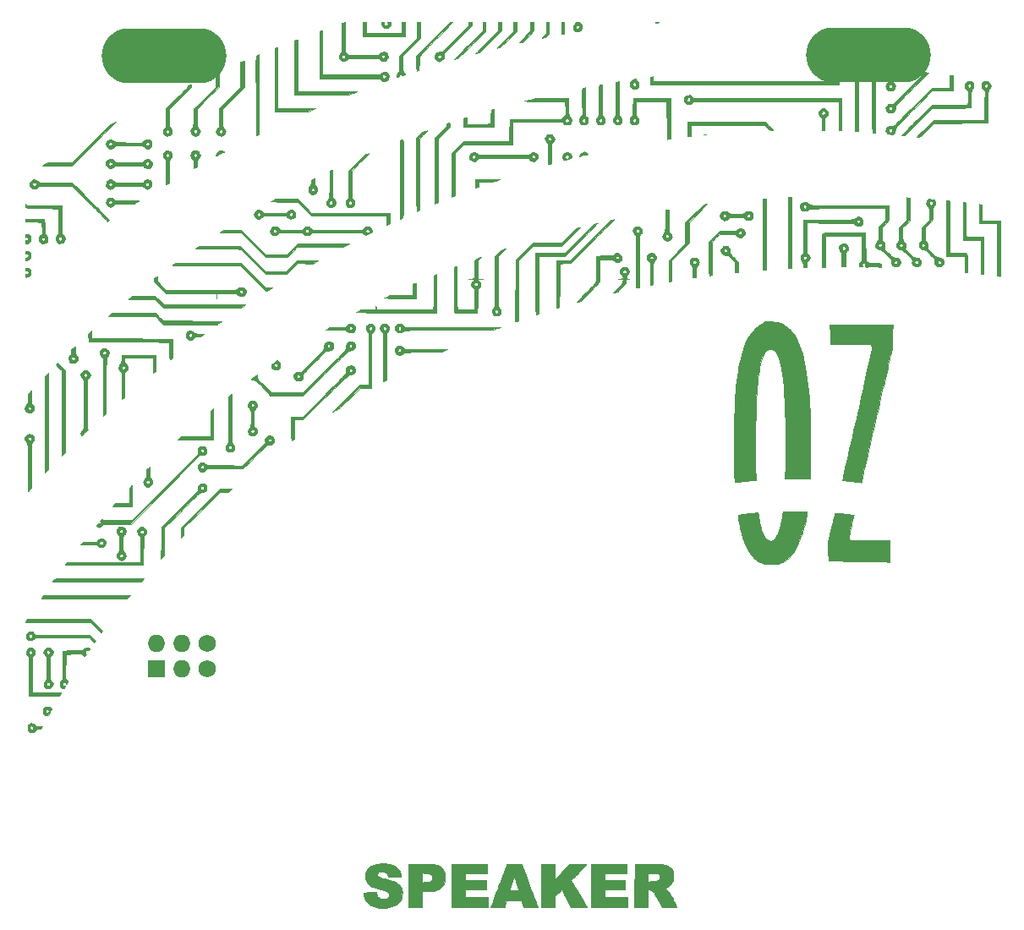
<source format=gbr>
%TF.GenerationSoftware,KiCad,Pcbnew,(5.1.10)-1*%
%TF.CreationDate,2021-10-02T23:42:34-05:00*%
%TF.ProjectId,OzSec 2021 - Speaker,4f7a5365-6320-4323-9032-31202d205370,rev?*%
%TF.SameCoordinates,Original*%
%TF.FileFunction,Copper,L1,Top*%
%TF.FilePolarity,Positive*%
%FSLAX46Y46*%
G04 Gerber Fmt 4.6, Leading zero omitted, Abs format (unit mm)*
G04 Created by KiCad (PCBNEW (5.1.10)-1) date 2021-10-02 23:42:34*
%MOMM*%
%LPD*%
G01*
G04 APERTURE LIST*
%TA.AperFunction,EtchedComponent*%
%ADD10C,0.010000*%
%TD*%
%TA.AperFunction,ComponentPad*%
%ADD11C,1.727200*%
%TD*%
%TA.AperFunction,ComponentPad*%
%ADD12O,1.727200X1.727200*%
%TD*%
%TA.AperFunction,ComponentPad*%
%ADD13R,1.727200X1.727200*%
%TD*%
%TA.AperFunction,ComponentPad*%
%ADD14O,12.500000X5.500000*%
%TD*%
G04 APERTURE END LIST*
D10*
%TO.C,G\u002A\u002A\u002A*%
G36*
X150191421Y-46459348D02*
G01*
X150235416Y-46462816D01*
X150237213Y-46468458D01*
X150196847Y-46476161D01*
X150114352Y-46485809D01*
X150096375Y-46487612D01*
X150011128Y-46492919D01*
X149963402Y-46488585D01*
X149953500Y-46479923D01*
X149973315Y-46468450D01*
X150027531Y-46460824D01*
X150105195Y-46458167D01*
X150191421Y-46459348D01*
G37*
X150191421Y-46459348D02*
X150235416Y-46462816D01*
X150237213Y-46468458D01*
X150196847Y-46476161D01*
X150114352Y-46485809D01*
X150096375Y-46487612D01*
X150011128Y-46492919D01*
X149963402Y-46488585D01*
X149953500Y-46479923D01*
X149973315Y-46468450D01*
X150027531Y-46460824D01*
X150105195Y-46458167D01*
X150191421Y-46459348D01*
G36*
X122764925Y-46508101D02*
G01*
X122744180Y-46563000D01*
X122747003Y-46598059D01*
X122788384Y-46673254D01*
X122849372Y-46743519D01*
X122915401Y-46792710D01*
X122927992Y-46798625D01*
X122969016Y-46812902D01*
X122998551Y-46809436D01*
X123030689Y-46782739D01*
X123063550Y-46745822D01*
X123124771Y-46656453D01*
X123149615Y-46574071D01*
X123136751Y-46503216D01*
X123135465Y-46500745D01*
X123124960Y-46477355D01*
X123130198Y-46464564D01*
X123158925Y-46459907D01*
X123218889Y-46460918D01*
X123255764Y-46462462D01*
X123399917Y-46468750D01*
X123406823Y-46564000D01*
X123397588Y-46701095D01*
X123352140Y-46822121D01*
X123275080Y-46922246D01*
X123171012Y-46996636D01*
X123044537Y-47040460D01*
X122943686Y-47050369D01*
X122856496Y-47044453D01*
X122785121Y-47021100D01*
X122729315Y-46989441D01*
X122639368Y-46908944D01*
X122568459Y-46797558D01*
X122521448Y-46664281D01*
X122506681Y-46577056D01*
X122494411Y-46458167D01*
X122797643Y-46458167D01*
X122764925Y-46508101D01*
G37*
X122764925Y-46508101D02*
X122744180Y-46563000D01*
X122747003Y-46598059D01*
X122788384Y-46673254D01*
X122849372Y-46743519D01*
X122915401Y-46792710D01*
X122927992Y-46798625D01*
X122969016Y-46812902D01*
X122998551Y-46809436D01*
X123030689Y-46782739D01*
X123063550Y-46745822D01*
X123124771Y-46656453D01*
X123149615Y-46574071D01*
X123136751Y-46503216D01*
X123135465Y-46500745D01*
X123124960Y-46477355D01*
X123130198Y-46464564D01*
X123158925Y-46459907D01*
X123218889Y-46460918D01*
X123255764Y-46462462D01*
X123399917Y-46468750D01*
X123406823Y-46564000D01*
X123397588Y-46701095D01*
X123352140Y-46822121D01*
X123275080Y-46922246D01*
X123171012Y-46996636D01*
X123044537Y-47040460D01*
X122943686Y-47050369D01*
X122856496Y-47044453D01*
X122785121Y-47021100D01*
X122729315Y-46989441D01*
X122639368Y-46908944D01*
X122568459Y-46797558D01*
X122521448Y-46664281D01*
X122506681Y-46577056D01*
X122494411Y-46458167D01*
X122797643Y-46458167D01*
X122764925Y-46508101D01*
G36*
X142457871Y-46575736D02*
G01*
X142541980Y-46684218D01*
X142589953Y-46790676D01*
X142605826Y-46906442D01*
X142602092Y-46980598D01*
X142576692Y-47109159D01*
X142527992Y-47206785D01*
X142452307Y-47280059D01*
X142424412Y-47297912D01*
X142321341Y-47339578D01*
X142198539Y-47361314D01*
X142074040Y-47361517D01*
X141965989Y-47338624D01*
X141850161Y-47274912D01*
X141765131Y-47183532D01*
X141713712Y-47068580D01*
X141698500Y-46949267D01*
X141709130Y-46878780D01*
X141946267Y-46878780D01*
X141947741Y-46942356D01*
X141950659Y-46950742D01*
X141977104Y-46997502D01*
X142019938Y-47052430D01*
X142068924Y-47104563D01*
X142113819Y-47142936D01*
X142142993Y-47156667D01*
X142171165Y-47142621D01*
X142217354Y-47106124D01*
X142262202Y-47064202D01*
X142328720Y-46984145D01*
X142355659Y-46914337D01*
X142343389Y-46851026D01*
X142292283Y-46790461D01*
X142289543Y-46788132D01*
X142236095Y-46749881D01*
X142187611Y-46736781D01*
X142129620Y-46747939D01*
X142065333Y-46774332D01*
X141985206Y-46823170D01*
X141946267Y-46878780D01*
X141709130Y-46878780D01*
X141716205Y-46831874D01*
X141770441Y-46708761D01*
X141862891Y-46576258D01*
X141877607Y-46558386D01*
X141961465Y-46458167D01*
X142350419Y-46458167D01*
X142457871Y-46575736D01*
G37*
X142457871Y-46575736D02*
X142541980Y-46684218D01*
X142589953Y-46790676D01*
X142605826Y-46906442D01*
X142602092Y-46980598D01*
X142576692Y-47109159D01*
X142527992Y-47206785D01*
X142452307Y-47280059D01*
X142424412Y-47297912D01*
X142321341Y-47339578D01*
X142198539Y-47361314D01*
X142074040Y-47361517D01*
X141965989Y-47338624D01*
X141850161Y-47274912D01*
X141765131Y-47183532D01*
X141713712Y-47068580D01*
X141698500Y-46949267D01*
X141709130Y-46878780D01*
X141946267Y-46878780D01*
X141947741Y-46942356D01*
X141950659Y-46950742D01*
X141977104Y-46997502D01*
X142019938Y-47052430D01*
X142068924Y-47104563D01*
X142113819Y-47142936D01*
X142142993Y-47156667D01*
X142171165Y-47142621D01*
X142217354Y-47106124D01*
X142262202Y-47064202D01*
X142328720Y-46984145D01*
X142355659Y-46914337D01*
X142343389Y-46851026D01*
X142292283Y-46790461D01*
X142289543Y-46788132D01*
X142236095Y-46749881D01*
X142187611Y-46736781D01*
X142129620Y-46747939D01*
X142065333Y-46774332D01*
X141985206Y-46823170D01*
X141946267Y-46878780D01*
X141709130Y-46878780D01*
X141716205Y-46831874D01*
X141770441Y-46708761D01*
X141862891Y-46576258D01*
X141877607Y-46558386D01*
X141961465Y-46458167D01*
X142350419Y-46458167D01*
X142457871Y-46575736D01*
G36*
X140809500Y-47600360D02*
G01*
X140761875Y-47611647D01*
X140712148Y-47622253D01*
X140642853Y-47635709D01*
X140613709Y-47641067D01*
X140513167Y-47659201D01*
X140513167Y-46458167D01*
X140809500Y-46458167D01*
X140809500Y-47600360D01*
G37*
X140809500Y-47600360D02*
X140761875Y-47611647D01*
X140712148Y-47622253D01*
X140642853Y-47635709D01*
X140613709Y-47641067D01*
X140513167Y-47659201D01*
X140513167Y-46458167D01*
X140809500Y-46458167D01*
X140809500Y-47600360D01*
G36*
X120965750Y-47505917D02*
G01*
X124553500Y-47516739D01*
X124553500Y-46458167D01*
X124871000Y-46458167D01*
X124871000Y-47855167D01*
X120637667Y-47855167D01*
X120637434Y-47236042D01*
X120636932Y-47074186D01*
X120635628Y-46922601D01*
X120633640Y-46787459D01*
X120631087Y-46674934D01*
X120628085Y-46591199D01*
X120624755Y-46542427D01*
X120624081Y-46537542D01*
X120610961Y-46458167D01*
X120788356Y-46458158D01*
X120965750Y-46458150D01*
X120965750Y-47505917D01*
G37*
X120965750Y-47505917D02*
X124553500Y-47516739D01*
X124553500Y-46458167D01*
X124871000Y-46458167D01*
X124871000Y-47855167D01*
X120637667Y-47855167D01*
X120637434Y-47236042D01*
X120636932Y-47074186D01*
X120635628Y-46922601D01*
X120633640Y-46787459D01*
X120631087Y-46674934D01*
X120628085Y-46591199D01*
X120624755Y-46542427D01*
X120624081Y-46537542D01*
X120610961Y-46458167D01*
X120788356Y-46458158D01*
X120965750Y-46458150D01*
X120965750Y-47505917D01*
G36*
X139300120Y-47023295D02*
G01*
X139286816Y-47588424D01*
X139103619Y-47772474D01*
X139025135Y-47850369D01*
X138967382Y-47903581D01*
X138921701Y-47937897D01*
X138879431Y-47959100D01*
X138831911Y-47972975D01*
X138790752Y-47981451D01*
X138712185Y-47996777D01*
X138643223Y-48010607D01*
X138608167Y-48017939D01*
X138593991Y-48015441D01*
X138601939Y-47995335D01*
X138634273Y-47954746D01*
X138693257Y-47890801D01*
X138772209Y-47809680D01*
X138989167Y-47589861D01*
X138989167Y-46458167D01*
X139313425Y-46458167D01*
X139300120Y-47023295D01*
G37*
X139300120Y-47023295D02*
X139286816Y-47588424D01*
X139103619Y-47772474D01*
X139025135Y-47850369D01*
X138967382Y-47903581D01*
X138921701Y-47937897D01*
X138879431Y-47959100D01*
X138831911Y-47972975D01*
X138790752Y-47981451D01*
X138712185Y-47996777D01*
X138643223Y-48010607D01*
X138608167Y-48017939D01*
X138593991Y-48015441D01*
X138601939Y-47995335D01*
X138634273Y-47954746D01*
X138693257Y-47890801D01*
X138772209Y-47809680D01*
X138989167Y-47589861D01*
X138989167Y-46458167D01*
X139313425Y-46458167D01*
X139300120Y-47023295D01*
G36*
X137782667Y-47294544D02*
G01*
X137216459Y-47859952D01*
X136650250Y-48425359D01*
X136502084Y-48458750D01*
X136422959Y-48476943D01*
X136356692Y-48492825D01*
X136317358Y-48503021D01*
X136316875Y-48503164D01*
X136286129Y-48504567D01*
X136279834Y-48496741D01*
X136294316Y-48478402D01*
X136335609Y-48433562D01*
X136400483Y-48365547D01*
X136485707Y-48277683D01*
X136588051Y-48173295D01*
X136704284Y-48055709D01*
X136831176Y-47928250D01*
X136861917Y-47897500D01*
X137444000Y-47315705D01*
X137444000Y-46458167D01*
X137782667Y-46458167D01*
X137782667Y-47294544D01*
G37*
X137782667Y-47294544D02*
X137216459Y-47859952D01*
X136650250Y-48425359D01*
X136502084Y-48458750D01*
X136422959Y-48476943D01*
X136356692Y-48492825D01*
X136317358Y-48503021D01*
X136316875Y-48503164D01*
X136286129Y-48504567D01*
X136279834Y-48496741D01*
X136294316Y-48478402D01*
X136335609Y-48433562D01*
X136400483Y-48365547D01*
X136485707Y-48277683D01*
X136588051Y-48173295D01*
X136704284Y-48055709D01*
X136831176Y-47928250D01*
X136861917Y-47897500D01*
X137444000Y-47315705D01*
X137444000Y-46458167D01*
X137782667Y-46458167D01*
X137782667Y-47294544D01*
G36*
X136047000Y-47357962D02*
G01*
X135258542Y-48143715D01*
X134470084Y-48929467D01*
X134285641Y-48974400D01*
X134201881Y-48994389D01*
X134134022Y-49009806D01*
X134092356Y-49018347D01*
X134084914Y-49019334D01*
X134096389Y-49004834D01*
X134135234Y-48963113D01*
X134198839Y-48896835D01*
X134284592Y-48808666D01*
X134389885Y-48701271D01*
X134512105Y-48577316D01*
X134648642Y-48439465D01*
X134796885Y-48290384D01*
X134909648Y-48177343D01*
X135750667Y-47335353D01*
X135750667Y-46458167D01*
X136047000Y-46458167D01*
X136047000Y-47357962D01*
G37*
X136047000Y-47357962D02*
X135258542Y-48143715D01*
X134470084Y-48929467D01*
X134285641Y-48974400D01*
X134201881Y-48994389D01*
X134134022Y-49009806D01*
X134092356Y-49018347D01*
X134084914Y-49019334D01*
X134096389Y-49004834D01*
X134135234Y-48963113D01*
X134198839Y-48896835D01*
X134284592Y-48808666D01*
X134389885Y-48701271D01*
X134512105Y-48577316D01*
X134648642Y-48439465D01*
X134796885Y-48290384D01*
X134909648Y-48177343D01*
X135750667Y-47335353D01*
X135750667Y-46458167D01*
X136047000Y-46458167D01*
X136047000Y-47357962D01*
G36*
X134523000Y-47273236D02*
G01*
X133427371Y-48368713D01*
X132331742Y-49464191D01*
X132134677Y-49516929D01*
X132048570Y-49539599D01*
X131978356Y-49557387D01*
X131933708Y-49567877D01*
X131923339Y-49569667D01*
X131935612Y-49555104D01*
X131975586Y-49512951D01*
X132040983Y-49445513D01*
X132129531Y-49355094D01*
X132238953Y-49243999D01*
X132366975Y-49114531D01*
X132511322Y-48968995D01*
X132669719Y-48809696D01*
X132839891Y-48638937D01*
X133019564Y-48459024D01*
X133036116Y-48442468D01*
X134163167Y-47315270D01*
X134163167Y-46458167D01*
X134523000Y-46458167D01*
X134523000Y-47273236D01*
G37*
X134523000Y-47273236D02*
X133427371Y-48368713D01*
X132331742Y-49464191D01*
X132134677Y-49516929D01*
X132048570Y-49539599D01*
X131978356Y-49557387D01*
X131933708Y-49567877D01*
X131923339Y-49569667D01*
X131935612Y-49555104D01*
X131975586Y-49512951D01*
X132040983Y-49445513D01*
X132129531Y-49355094D01*
X132238953Y-49243999D01*
X132366975Y-49114531D01*
X132511322Y-48968995D01*
X132669719Y-48809696D01*
X132839891Y-48638937D01*
X133019564Y-48459024D01*
X133036116Y-48442468D01*
X134163167Y-47315270D01*
X134163167Y-46458167D01*
X134523000Y-46458167D01*
X134523000Y-47273236D01*
G36*
X132908785Y-47315417D02*
G01*
X132823408Y-47410667D01*
X132795571Y-47440225D01*
X132740366Y-47497472D01*
X132660174Y-47579976D01*
X132557376Y-47685309D01*
X132434354Y-47811039D01*
X132293489Y-47954737D01*
X132137163Y-48113973D01*
X131967755Y-48286317D01*
X131787648Y-48469338D01*
X131599224Y-48660607D01*
X131493958Y-48767374D01*
X130249884Y-50028831D01*
X130042234Y-50087728D01*
X129951449Y-50113628D01*
X129873962Y-50136013D01*
X129820147Y-50151870D01*
X129802834Y-50157230D01*
X129812900Y-50144138D01*
X129850939Y-50103147D01*
X129914966Y-50036274D01*
X130003001Y-49945533D01*
X130113060Y-49832941D01*
X130243163Y-49700513D01*
X130391326Y-49550265D01*
X130555567Y-49384213D01*
X130733904Y-49204372D01*
X130924355Y-49012760D01*
X131124938Y-48811390D01*
X131215709Y-48720402D01*
X132660334Y-47272968D01*
X132660334Y-46458167D01*
X132939217Y-46458167D01*
X132908785Y-47315417D01*
G37*
X132908785Y-47315417D02*
X132823408Y-47410667D01*
X132795571Y-47440225D01*
X132740366Y-47497472D01*
X132660174Y-47579976D01*
X132557376Y-47685309D01*
X132434354Y-47811039D01*
X132293489Y-47954737D01*
X132137163Y-48113973D01*
X131967755Y-48286317D01*
X131787648Y-48469338D01*
X131599224Y-48660607D01*
X131493958Y-48767374D01*
X130249884Y-50028831D01*
X130042234Y-50087728D01*
X129951449Y-50113628D01*
X129873962Y-50136013D01*
X129820147Y-50151870D01*
X129802834Y-50157230D01*
X129812900Y-50144138D01*
X129850939Y-50103147D01*
X129914966Y-50036274D01*
X130003001Y-49945533D01*
X130113060Y-49832941D01*
X130243163Y-49700513D01*
X130391326Y-49550265D01*
X130555567Y-49384213D01*
X130733904Y-49204372D01*
X130924355Y-49012760D01*
X131124938Y-48811390D01*
X131215709Y-48720402D01*
X132660334Y-47272968D01*
X132660334Y-46458167D01*
X132939217Y-46458167D01*
X132908785Y-47315417D01*
G36*
X131538500Y-46807538D02*
G01*
X128763868Y-49580250D01*
X128777814Y-49782912D01*
X128783308Y-49886337D01*
X128782394Y-49958354D01*
X128774301Y-50009512D01*
X128758259Y-50050359D01*
X128758257Y-50050364D01*
X128706807Y-50122934D01*
X128630753Y-50197810D01*
X128540547Y-50267640D01*
X128446641Y-50325070D01*
X128359488Y-50362745D01*
X128298609Y-50373745D01*
X128250334Y-50363274D01*
X128185705Y-50336946D01*
X128151834Y-50319255D01*
X128014940Y-50224222D01*
X127916079Y-50118298D01*
X127855975Y-50004342D01*
X127841063Y-49918174D01*
X128137831Y-49918174D01*
X128154015Y-49979097D01*
X128179884Y-50023608D01*
X128186225Y-50029299D01*
X128241126Y-50050125D01*
X128313933Y-50055576D01*
X128382851Y-50044968D01*
X128404322Y-50036142D01*
X128454005Y-49988184D01*
X128477977Y-49920205D01*
X128476950Y-49845259D01*
X128451637Y-49776400D01*
X128402750Y-49726680D01*
X128387001Y-49718800D01*
X128304253Y-49703962D01*
X128230039Y-49724867D01*
X128172595Y-49774927D01*
X128140154Y-49847553D01*
X128137831Y-49918174D01*
X127841063Y-49918174D01*
X127835358Y-49885211D01*
X127854954Y-49763762D01*
X127915491Y-49642851D01*
X127963796Y-49580680D01*
X128048649Y-49502378D01*
X128145046Y-49452506D01*
X128262849Y-49427182D01*
X128366695Y-49421965D01*
X128449121Y-49420673D01*
X128506274Y-49413842D01*
X128553775Y-49396177D01*
X128607247Y-49362380D01*
X128663028Y-49321504D01*
X128698937Y-49291037D01*
X128762212Y-49233095D01*
X128850301Y-49150154D01*
X128960653Y-49044690D01*
X129090715Y-48919177D01*
X129237935Y-48776090D01*
X129399761Y-48617906D01*
X129573641Y-48447100D01*
X129757022Y-48266147D01*
X129947354Y-48077522D01*
X130019792Y-48005521D01*
X131242167Y-46789535D01*
X131242167Y-46458167D01*
X131538500Y-46458167D01*
X131538500Y-46807538D01*
G37*
X131538500Y-46807538D02*
X128763868Y-49580250D01*
X128777814Y-49782912D01*
X128783308Y-49886337D01*
X128782394Y-49958354D01*
X128774301Y-50009512D01*
X128758259Y-50050359D01*
X128758257Y-50050364D01*
X128706807Y-50122934D01*
X128630753Y-50197810D01*
X128540547Y-50267640D01*
X128446641Y-50325070D01*
X128359488Y-50362745D01*
X128298609Y-50373745D01*
X128250334Y-50363274D01*
X128185705Y-50336946D01*
X128151834Y-50319255D01*
X128014940Y-50224222D01*
X127916079Y-50118298D01*
X127855975Y-50004342D01*
X127841063Y-49918174D01*
X128137831Y-49918174D01*
X128154015Y-49979097D01*
X128179884Y-50023608D01*
X128186225Y-50029299D01*
X128241126Y-50050125D01*
X128313933Y-50055576D01*
X128382851Y-50044968D01*
X128404322Y-50036142D01*
X128454005Y-49988184D01*
X128477977Y-49920205D01*
X128476950Y-49845259D01*
X128451637Y-49776400D01*
X128402750Y-49726680D01*
X128387001Y-49718800D01*
X128304253Y-49703962D01*
X128230039Y-49724867D01*
X128172595Y-49774927D01*
X128140154Y-49847553D01*
X128137831Y-49918174D01*
X127841063Y-49918174D01*
X127835358Y-49885211D01*
X127854954Y-49763762D01*
X127915491Y-49642851D01*
X127963796Y-49580680D01*
X128048649Y-49502378D01*
X128145046Y-49452506D01*
X128262849Y-49427182D01*
X128366695Y-49421965D01*
X128449121Y-49420673D01*
X128506274Y-49413842D01*
X128553775Y-49396177D01*
X128607247Y-49362380D01*
X128663028Y-49321504D01*
X128698937Y-49291037D01*
X128762212Y-49233095D01*
X128850301Y-49150154D01*
X128960653Y-49044690D01*
X129090715Y-48919177D01*
X129237935Y-48776090D01*
X129399761Y-48617906D01*
X129573641Y-48447100D01*
X129757022Y-48266147D01*
X129947354Y-48077522D01*
X130019792Y-48005521D01*
X131242167Y-46789535D01*
X131242167Y-46458167D01*
X131538500Y-46458167D01*
X131538500Y-46807538D01*
G36*
X118859667Y-49394399D02*
G01*
X119048187Y-49566700D01*
X119236707Y-49739000D01*
X122199732Y-49739000D01*
X122339035Y-49612758D01*
X122454546Y-49515575D01*
X122553511Y-49450757D01*
X122642952Y-49415499D01*
X122729887Y-49407000D01*
X122817981Y-49421540D01*
X122900709Y-49459119D01*
X122989003Y-49523643D01*
X123070045Y-49603923D01*
X123131020Y-49688770D01*
X123137118Y-49700164D01*
X123173728Y-49815782D01*
X123170175Y-49935834D01*
X123127696Y-50055917D01*
X123047529Y-50171627D01*
X122987660Y-50231953D01*
X122881460Y-50312836D01*
X122780970Y-50356183D01*
X122681124Y-50361754D01*
X122576855Y-50329309D01*
X122463093Y-50258609D01*
X122395272Y-50203872D01*
X122329052Y-50145836D01*
X122275274Y-50096760D01*
X122242028Y-50064115D01*
X122235861Y-50056680D01*
X122211713Y-50052017D01*
X122145658Y-50047915D01*
X122038118Y-50044380D01*
X121889517Y-50041417D01*
X121700277Y-50039033D01*
X121470821Y-50037234D01*
X121201572Y-50036026D01*
X120892953Y-50035414D01*
X120718490Y-50035334D01*
X119214311Y-50035334D01*
X119078890Y-50162014D01*
X119008994Y-50224396D01*
X118942610Y-50278513D01*
X118891351Y-50315040D01*
X118880766Y-50321118D01*
X118767261Y-50359393D01*
X118650233Y-50362944D01*
X118551874Y-50335373D01*
X118453425Y-50268748D01*
X118366199Y-50171328D01*
X118298254Y-50054535D01*
X118257652Y-49929789D01*
X118254976Y-49914678D01*
X118254755Y-49908864D01*
X118542167Y-49908864D01*
X118557865Y-49985229D01*
X118605280Y-50033913D01*
X118684896Y-50055330D01*
X118714674Y-50056500D01*
X118781401Y-50046313D01*
X118829652Y-50009621D01*
X118836964Y-50000729D01*
X118874785Y-49923160D01*
X118877071Y-49840708D01*
X118861292Y-49804916D01*
X122546681Y-49804916D01*
X122548044Y-49877885D01*
X122565204Y-49958274D01*
X122599336Y-50013590D01*
X122615848Y-50029343D01*
X122680704Y-50069576D01*
X122740908Y-50070191D01*
X122803761Y-50030703D01*
X122819462Y-50015795D01*
X122869782Y-49941498D01*
X122878677Y-49863177D01*
X122845848Y-49784892D01*
X122837464Y-49773605D01*
X122796977Y-49735322D01*
X122745040Y-49719670D01*
X122703926Y-49717834D01*
X122618673Y-49725668D01*
X122568051Y-49752854D01*
X122546681Y-49804916D01*
X118861292Y-49804916D01*
X118844233Y-49766222D01*
X118828879Y-49748621D01*
X118766903Y-49705933D01*
X118699210Y-49701214D01*
X118628347Y-49727634D01*
X118578974Y-49761579D01*
X118552462Y-49806952D01*
X118542732Y-49876538D01*
X118542167Y-49908864D01*
X118254755Y-49908864D01*
X118250990Y-49809950D01*
X118276704Y-49712644D01*
X118335393Y-49615169D01*
X118428972Y-49511263D01*
X118565726Y-49377174D01*
X118561971Y-47966387D01*
X118558216Y-46555599D01*
X118661316Y-46520563D01*
X118731396Y-46496957D01*
X118791853Y-46476943D01*
X118812042Y-46470421D01*
X118859667Y-46455314D01*
X118859667Y-49394399D01*
G37*
X118859667Y-49394399D02*
X119048187Y-49566700D01*
X119236707Y-49739000D01*
X122199732Y-49739000D01*
X122339035Y-49612758D01*
X122454546Y-49515575D01*
X122553511Y-49450757D01*
X122642952Y-49415499D01*
X122729887Y-49407000D01*
X122817981Y-49421540D01*
X122900709Y-49459119D01*
X122989003Y-49523643D01*
X123070045Y-49603923D01*
X123131020Y-49688770D01*
X123137118Y-49700164D01*
X123173728Y-49815782D01*
X123170175Y-49935834D01*
X123127696Y-50055917D01*
X123047529Y-50171627D01*
X122987660Y-50231953D01*
X122881460Y-50312836D01*
X122780970Y-50356183D01*
X122681124Y-50361754D01*
X122576855Y-50329309D01*
X122463093Y-50258609D01*
X122395272Y-50203872D01*
X122329052Y-50145836D01*
X122275274Y-50096760D01*
X122242028Y-50064115D01*
X122235861Y-50056680D01*
X122211713Y-50052017D01*
X122145658Y-50047915D01*
X122038118Y-50044380D01*
X121889517Y-50041417D01*
X121700277Y-50039033D01*
X121470821Y-50037234D01*
X121201572Y-50036026D01*
X120892953Y-50035414D01*
X120718490Y-50035334D01*
X119214311Y-50035334D01*
X119078890Y-50162014D01*
X119008994Y-50224396D01*
X118942610Y-50278513D01*
X118891351Y-50315040D01*
X118880766Y-50321118D01*
X118767261Y-50359393D01*
X118650233Y-50362944D01*
X118551874Y-50335373D01*
X118453425Y-50268748D01*
X118366199Y-50171328D01*
X118298254Y-50054535D01*
X118257652Y-49929789D01*
X118254976Y-49914678D01*
X118254755Y-49908864D01*
X118542167Y-49908864D01*
X118557865Y-49985229D01*
X118605280Y-50033913D01*
X118684896Y-50055330D01*
X118714674Y-50056500D01*
X118781401Y-50046313D01*
X118829652Y-50009621D01*
X118836964Y-50000729D01*
X118874785Y-49923160D01*
X118877071Y-49840708D01*
X118861292Y-49804916D01*
X122546681Y-49804916D01*
X122548044Y-49877885D01*
X122565204Y-49958274D01*
X122599336Y-50013590D01*
X122615848Y-50029343D01*
X122680704Y-50069576D01*
X122740908Y-50070191D01*
X122803761Y-50030703D01*
X122819462Y-50015795D01*
X122869782Y-49941498D01*
X122878677Y-49863177D01*
X122845848Y-49784892D01*
X122837464Y-49773605D01*
X122796977Y-49735322D01*
X122745040Y-49719670D01*
X122703926Y-49717834D01*
X122618673Y-49725668D01*
X122568051Y-49752854D01*
X122546681Y-49804916D01*
X118861292Y-49804916D01*
X118844233Y-49766222D01*
X118828879Y-49748621D01*
X118766903Y-49705933D01*
X118699210Y-49701214D01*
X118628347Y-49727634D01*
X118578974Y-49761579D01*
X118552462Y-49806952D01*
X118542732Y-49876538D01*
X118542167Y-49908864D01*
X118254755Y-49908864D01*
X118250990Y-49809950D01*
X118276704Y-49712644D01*
X118335393Y-49615169D01*
X118428972Y-49511263D01*
X118565726Y-49377174D01*
X118561971Y-47966387D01*
X118558216Y-46555599D01*
X118661316Y-46520563D01*
X118731396Y-46496957D01*
X118791853Y-46476943D01*
X118812042Y-46470421D01*
X118859667Y-46455314D01*
X118859667Y-49394399D01*
G36*
X128245386Y-47860541D02*
G01*
X127959827Y-48147738D01*
X127702908Y-48406566D01*
X127473229Y-48638483D01*
X127269391Y-48844946D01*
X127089995Y-49027414D01*
X126933640Y-49187345D01*
X126798927Y-49326198D01*
X126684455Y-49445431D01*
X126588826Y-49546501D01*
X126510640Y-49630867D01*
X126448496Y-49699988D01*
X126400995Y-49755322D01*
X126366738Y-49798326D01*
X126344324Y-49830459D01*
X126332354Y-49853179D01*
X126332140Y-49853733D01*
X126324327Y-49893168D01*
X126315866Y-49968288D01*
X126307121Y-50072457D01*
X126298457Y-50199040D01*
X126290238Y-50341400D01*
X126282827Y-50492902D01*
X126276589Y-50646910D01*
X126271888Y-50796787D01*
X126269088Y-50935898D01*
X126268466Y-51014292D01*
X126266900Y-51106727D01*
X126263021Y-51181143D01*
X126257449Y-51228885D01*
X126252125Y-51242063D01*
X126224086Y-51247900D01*
X126170535Y-51262496D01*
X126136437Y-51272581D01*
X126036623Y-51302870D01*
X126026182Y-51235310D01*
X126023375Y-51197983D01*
X126020336Y-51124004D01*
X126017207Y-51019052D01*
X126014130Y-50888809D01*
X126011245Y-50738954D01*
X126008694Y-50575166D01*
X126007556Y-50487098D01*
X125999371Y-49806447D01*
X129347849Y-46458167D01*
X129640689Y-46458167D01*
X128245386Y-47860541D01*
G37*
X128245386Y-47860541D02*
X127959827Y-48147738D01*
X127702908Y-48406566D01*
X127473229Y-48638483D01*
X127269391Y-48844946D01*
X127089995Y-49027414D01*
X126933640Y-49187345D01*
X126798927Y-49326198D01*
X126684455Y-49445431D01*
X126588826Y-49546501D01*
X126510640Y-49630867D01*
X126448496Y-49699988D01*
X126400995Y-49755322D01*
X126366738Y-49798326D01*
X126344324Y-49830459D01*
X126332354Y-49853179D01*
X126332140Y-49853733D01*
X126324327Y-49893168D01*
X126315866Y-49968288D01*
X126307121Y-50072457D01*
X126298457Y-50199040D01*
X126290238Y-50341400D01*
X126282827Y-50492902D01*
X126276589Y-50646910D01*
X126271888Y-50796787D01*
X126269088Y-50935898D01*
X126268466Y-51014292D01*
X126266900Y-51106727D01*
X126263021Y-51181143D01*
X126257449Y-51228885D01*
X126252125Y-51242063D01*
X126224086Y-51247900D01*
X126170535Y-51262496D01*
X126136437Y-51272581D01*
X126036623Y-51302870D01*
X126026182Y-51235310D01*
X126023375Y-51197983D01*
X126020336Y-51124004D01*
X126017207Y-51019052D01*
X126014130Y-50888809D01*
X126011245Y-50738954D01*
X126008694Y-50575166D01*
X126007556Y-50487098D01*
X125999371Y-49806447D01*
X129347849Y-46458167D01*
X129640689Y-46458167D01*
X128245386Y-47860541D01*
G36*
X126373834Y-48049290D02*
G01*
X124635874Y-49813084D01*
X124642312Y-50575084D01*
X124644010Y-50780328D01*
X124645788Y-50947990D01*
X124648389Y-51082814D01*
X124652556Y-51189547D01*
X124659033Y-51272934D01*
X124668563Y-51337720D01*
X124681890Y-51388651D01*
X124699758Y-51430472D01*
X124722908Y-51467929D01*
X124752086Y-51505767D01*
X124788034Y-51548732D01*
X124796409Y-51558726D01*
X124836965Y-51612322D01*
X124861522Y-51654749D01*
X124865262Y-51671797D01*
X124842634Y-51690209D01*
X124792080Y-51714451D01*
X124746634Y-51731553D01*
X124679933Y-51751995D01*
X124628368Y-51758666D01*
X124572180Y-51752028D01*
X124509386Y-51737132D01*
X124414645Y-51717650D01*
X124351229Y-51718400D01*
X124312185Y-51741540D01*
X124290556Y-51789229D01*
X124286876Y-51806183D01*
X124262592Y-51864152D01*
X124210883Y-51907527D01*
X124126023Y-51940104D01*
X124062655Y-51954894D01*
X123997393Y-51967947D01*
X124012879Y-51864678D01*
X124056854Y-51710892D01*
X124138842Y-51570239D01*
X124157927Y-51546285D01*
X124191459Y-51505897D01*
X124218719Y-51469949D01*
X124240356Y-51433708D01*
X124257020Y-51392445D01*
X124269359Y-51341427D01*
X124278022Y-51275925D01*
X124283659Y-51191206D01*
X124286918Y-51082540D01*
X124288448Y-50945195D01*
X124288898Y-50774442D01*
X124288917Y-50591388D01*
X124288917Y-49845692D01*
X125183209Y-48936829D01*
X126077500Y-48027966D01*
X126077500Y-46458167D01*
X126373834Y-46458167D01*
X126373834Y-48049290D01*
G37*
X126373834Y-48049290D02*
X124635874Y-49813084D01*
X124642312Y-50575084D01*
X124644010Y-50780328D01*
X124645788Y-50947990D01*
X124648389Y-51082814D01*
X124652556Y-51189547D01*
X124659033Y-51272934D01*
X124668563Y-51337720D01*
X124681890Y-51388651D01*
X124699758Y-51430472D01*
X124722908Y-51467929D01*
X124752086Y-51505767D01*
X124788034Y-51548732D01*
X124796409Y-51558726D01*
X124836965Y-51612322D01*
X124861522Y-51654749D01*
X124865262Y-51671797D01*
X124842634Y-51690209D01*
X124792080Y-51714451D01*
X124746634Y-51731553D01*
X124679933Y-51751995D01*
X124628368Y-51758666D01*
X124572180Y-51752028D01*
X124509386Y-51737132D01*
X124414645Y-51717650D01*
X124351229Y-51718400D01*
X124312185Y-51741540D01*
X124290556Y-51789229D01*
X124286876Y-51806183D01*
X124262592Y-51864152D01*
X124210883Y-51907527D01*
X124126023Y-51940104D01*
X124062655Y-51954894D01*
X123997393Y-51967947D01*
X124012879Y-51864678D01*
X124056854Y-51710892D01*
X124138842Y-51570239D01*
X124157927Y-51546285D01*
X124191459Y-51505897D01*
X124218719Y-51469949D01*
X124240356Y-51433708D01*
X124257020Y-51392445D01*
X124269359Y-51341427D01*
X124278022Y-51275925D01*
X124283659Y-51191206D01*
X124286918Y-51082540D01*
X124288448Y-50945195D01*
X124288898Y-50774442D01*
X124288917Y-50591388D01*
X124288917Y-49845692D01*
X125183209Y-48936829D01*
X126077500Y-48027966D01*
X126077500Y-46458167D01*
X126373834Y-46458167D01*
X126373834Y-48049290D01*
G36*
X175363460Y-51315262D02*
G01*
X175463078Y-51323202D01*
X175530614Y-51332291D01*
X175576288Y-51345199D01*
X175610325Y-51364599D01*
X175635897Y-51386449D01*
X175712166Y-51479607D01*
X175769242Y-51592090D01*
X175803030Y-51711409D01*
X175809433Y-51825076D01*
X175798941Y-51883644D01*
X175759715Y-51973507D01*
X175695879Y-52049581D01*
X175600915Y-52118281D01*
X175512847Y-52165215D01*
X175422028Y-52206743D01*
X175355240Y-52228097D01*
X175299701Y-52229995D01*
X175242624Y-52213157D01*
X175181815Y-52183853D01*
X175087830Y-52120694D01*
X174998272Y-52035759D01*
X174923680Y-51941019D01*
X174874593Y-51848444D01*
X174867489Y-51826854D01*
X174859623Y-51779955D01*
X175163000Y-51779955D01*
X175178738Y-51862421D01*
X175224018Y-51915259D01*
X175295938Y-51935913D01*
X175337703Y-51933831D01*
X175400117Y-51919075D01*
X175447205Y-51896955D01*
X175453713Y-51891525D01*
X175475208Y-51847284D01*
X175484602Y-51780638D01*
X175482338Y-51707625D01*
X175468858Y-51644282D01*
X175445880Y-51607534D01*
X175379148Y-51581716D01*
X175307819Y-51589708D01*
X175241721Y-51625519D01*
X175190680Y-51683159D01*
X175164527Y-51756638D01*
X175163000Y-51779955D01*
X174859623Y-51779955D01*
X174853742Y-51744898D01*
X174863610Y-51668496D01*
X174900319Y-51589537D01*
X174967090Y-51499909D01*
X175021643Y-51439006D01*
X175151170Y-51300542D01*
X175363460Y-51315262D01*
G37*
X175363460Y-51315262D02*
X175463078Y-51323202D01*
X175530614Y-51332291D01*
X175576288Y-51345199D01*
X175610325Y-51364599D01*
X175635897Y-51386449D01*
X175712166Y-51479607D01*
X175769242Y-51592090D01*
X175803030Y-51711409D01*
X175809433Y-51825076D01*
X175798941Y-51883644D01*
X175759715Y-51973507D01*
X175695879Y-52049581D01*
X175600915Y-52118281D01*
X175512847Y-52165215D01*
X175422028Y-52206743D01*
X175355240Y-52228097D01*
X175299701Y-52229995D01*
X175242624Y-52213157D01*
X175181815Y-52183853D01*
X175087830Y-52120694D01*
X174998272Y-52035759D01*
X174923680Y-51941019D01*
X174874593Y-51848444D01*
X174867489Y-51826854D01*
X174859623Y-51779955D01*
X175163000Y-51779955D01*
X175178738Y-51862421D01*
X175224018Y-51915259D01*
X175295938Y-51935913D01*
X175337703Y-51933831D01*
X175400117Y-51919075D01*
X175447205Y-51896955D01*
X175453713Y-51891525D01*
X175475208Y-51847284D01*
X175484602Y-51780638D01*
X175482338Y-51707625D01*
X175468858Y-51644282D01*
X175445880Y-51607534D01*
X175379148Y-51581716D01*
X175307819Y-51589708D01*
X175241721Y-51625519D01*
X175190680Y-51683159D01*
X175164527Y-51756638D01*
X175163000Y-51779955D01*
X174859623Y-51779955D01*
X174853742Y-51744898D01*
X174863610Y-51668496D01*
X174900319Y-51589537D01*
X174967090Y-51499909D01*
X175021643Y-51439006D01*
X175151170Y-51300542D01*
X175363460Y-51315262D01*
G36*
X116601268Y-47283206D02*
G01*
X116603498Y-47343479D01*
X116605615Y-47440555D01*
X116607595Y-47571668D01*
X116609418Y-47734051D01*
X116611063Y-47924941D01*
X116612508Y-48141570D01*
X116613733Y-48381175D01*
X116614715Y-48640988D01*
X116615435Y-48918245D01*
X116615869Y-49210180D01*
X116616000Y-49485000D01*
X116616000Y-51707500D01*
X122314759Y-51707500D01*
X122439768Y-51591763D01*
X122562300Y-51497399D01*
X122685045Y-51439406D01*
X122803490Y-51419586D01*
X122859209Y-51424466D01*
X122994239Y-51467902D01*
X123102167Y-51542767D01*
X123180748Y-51646223D01*
X123227735Y-51775430D01*
X123241167Y-51907257D01*
X123225671Y-52031714D01*
X123176929Y-52138815D01*
X123091562Y-52234268D01*
X123011705Y-52294875D01*
X122916788Y-52351699D01*
X122837400Y-52379004D01*
X122759934Y-52377636D01*
X122670783Y-52348439D01*
X122609852Y-52319834D01*
X122531558Y-52273978D01*
X122459899Y-52220686D01*
X122417969Y-52179851D01*
X122389556Y-52146851D01*
X122363006Y-52124655D01*
X122328928Y-52110275D01*
X122277931Y-52100725D01*
X122200625Y-52093016D01*
X122126623Y-52087179D01*
X122077252Y-52084995D01*
X121988295Y-52082872D01*
X121862499Y-52080827D01*
X121702610Y-52078878D01*
X121511377Y-52077042D01*
X121291546Y-52075334D01*
X121045864Y-52073774D01*
X120777079Y-52072377D01*
X120487937Y-52071161D01*
X120181185Y-52070143D01*
X119859571Y-52069340D01*
X119525842Y-52068768D01*
X119182745Y-52068446D01*
X119108375Y-52068411D01*
X116319667Y-52067334D01*
X116319667Y-51870177D01*
X122593253Y-51870177D01*
X122609320Y-51946996D01*
X122665238Y-52020694D01*
X122673118Y-52028224D01*
X122735507Y-52074011D01*
X122792375Y-52083749D01*
X122852485Y-52056758D01*
X122906899Y-52010121D01*
X122967220Y-51934488D01*
X122986557Y-51866982D01*
X122965743Y-51809144D01*
X122905612Y-51762514D01*
X122806999Y-51728635D01*
X122748692Y-51717718D01*
X122648357Y-51702672D01*
X122615139Y-51782176D01*
X122593253Y-51870177D01*
X116319667Y-51870177D01*
X116319667Y-47351053D01*
X116450777Y-47306777D01*
X116520603Y-47284021D01*
X116574292Y-47268043D01*
X116598943Y-47262500D01*
X116601268Y-47283206D01*
G37*
X116601268Y-47283206D02*
X116603498Y-47343479D01*
X116605615Y-47440555D01*
X116607595Y-47571668D01*
X116609418Y-47734051D01*
X116611063Y-47924941D01*
X116612508Y-48141570D01*
X116613733Y-48381175D01*
X116614715Y-48640988D01*
X116615435Y-48918245D01*
X116615869Y-49210180D01*
X116616000Y-49485000D01*
X116616000Y-51707500D01*
X122314759Y-51707500D01*
X122439768Y-51591763D01*
X122562300Y-51497399D01*
X122685045Y-51439406D01*
X122803490Y-51419586D01*
X122859209Y-51424466D01*
X122994239Y-51467902D01*
X123102167Y-51542767D01*
X123180748Y-51646223D01*
X123227735Y-51775430D01*
X123241167Y-51907257D01*
X123225671Y-52031714D01*
X123176929Y-52138815D01*
X123091562Y-52234268D01*
X123011705Y-52294875D01*
X122916788Y-52351699D01*
X122837400Y-52379004D01*
X122759934Y-52377636D01*
X122670783Y-52348439D01*
X122609852Y-52319834D01*
X122531558Y-52273978D01*
X122459899Y-52220686D01*
X122417969Y-52179851D01*
X122389556Y-52146851D01*
X122363006Y-52124655D01*
X122328928Y-52110275D01*
X122277931Y-52100725D01*
X122200625Y-52093016D01*
X122126623Y-52087179D01*
X122077252Y-52084995D01*
X121988295Y-52082872D01*
X121862499Y-52080827D01*
X121702610Y-52078878D01*
X121511377Y-52077042D01*
X121291546Y-52075334D01*
X121045864Y-52073774D01*
X120777079Y-52072377D01*
X120487937Y-52071161D01*
X120181185Y-52070143D01*
X119859571Y-52069340D01*
X119525842Y-52068768D01*
X119182745Y-52068446D01*
X119108375Y-52068411D01*
X116319667Y-52067334D01*
X116319667Y-51870177D01*
X122593253Y-51870177D01*
X122609320Y-51946996D01*
X122665238Y-52020694D01*
X122673118Y-52028224D01*
X122735507Y-52074011D01*
X122792375Y-52083749D01*
X122852485Y-52056758D01*
X122906899Y-52010121D01*
X122967220Y-51934488D01*
X122986557Y-51866982D01*
X122965743Y-51809144D01*
X122905612Y-51762514D01*
X122806999Y-51728635D01*
X122748692Y-51717718D01*
X122648357Y-51702672D01*
X122615139Y-51782176D01*
X122593253Y-51870177D01*
X116319667Y-51870177D01*
X116319667Y-47351053D01*
X116450777Y-47306777D01*
X116520603Y-47284021D01*
X116574292Y-47268043D01*
X116598943Y-47262500D01*
X116601268Y-47283206D01*
G36*
X168073837Y-50909302D02*
G01*
X168148789Y-50914423D01*
X168154789Y-50915002D01*
X168305000Y-50929803D01*
X168305000Y-52681167D01*
X149424334Y-52681167D01*
X149424334Y-51921761D01*
X149524875Y-51908494D01*
X149603687Y-51897367D01*
X149656511Y-51892923D01*
X149688689Y-51901522D01*
X149705560Y-51929522D01*
X149712465Y-51983282D01*
X149714743Y-52069160D01*
X149716047Y-52136125D01*
X149722010Y-52384834D01*
X154351547Y-52384828D01*
X154872732Y-52384747D01*
X155428838Y-52384510D01*
X156014431Y-52384125D01*
X156624078Y-52383602D01*
X157252346Y-52382948D01*
X157893803Y-52382172D01*
X158543014Y-52381282D01*
X159194547Y-52380287D01*
X159842969Y-52379194D01*
X160482847Y-52378014D01*
X161108748Y-52376752D01*
X161715238Y-52375420D01*
X162296885Y-52374023D01*
X162848256Y-52372572D01*
X163363918Y-52371074D01*
X163471642Y-52370740D01*
X167962201Y-52356657D01*
X167969559Y-51642249D01*
X167971700Y-51472391D01*
X167974421Y-51316164D01*
X167977577Y-51178570D01*
X167981022Y-51064614D01*
X167984610Y-50979301D01*
X167988195Y-50927635D01*
X167990747Y-50914020D01*
X168017206Y-50909144D01*
X168073837Y-50909302D01*
G37*
X168073837Y-50909302D02*
X168148789Y-50914423D01*
X168154789Y-50915002D01*
X168305000Y-50929803D01*
X168305000Y-52681167D01*
X149424334Y-52681167D01*
X149424334Y-51921761D01*
X149524875Y-51908494D01*
X149603687Y-51897367D01*
X149656511Y-51892923D01*
X149688689Y-51901522D01*
X149705560Y-51929522D01*
X149712465Y-51983282D01*
X149714743Y-52069160D01*
X149716047Y-52136125D01*
X149722010Y-52384834D01*
X154351547Y-52384828D01*
X154872732Y-52384747D01*
X155428838Y-52384510D01*
X156014431Y-52384125D01*
X156624078Y-52383602D01*
X157252346Y-52382948D01*
X157893803Y-52382172D01*
X158543014Y-52381282D01*
X159194547Y-52380287D01*
X159842969Y-52379194D01*
X160482847Y-52378014D01*
X161108748Y-52376752D01*
X161715238Y-52375420D01*
X162296885Y-52374023D01*
X162848256Y-52372572D01*
X163363918Y-52371074D01*
X163471642Y-52370740D01*
X167962201Y-52356657D01*
X167969559Y-51642249D01*
X167971700Y-51472391D01*
X167974421Y-51316164D01*
X167977577Y-51178570D01*
X167981022Y-51064614D01*
X167984610Y-50979301D01*
X167988195Y-50927635D01*
X167990747Y-50914020D01*
X168017206Y-50909144D01*
X168073837Y-50909302D01*
G36*
X147960350Y-52142680D02*
G01*
X147963834Y-52158817D01*
X147979323Y-52190308D01*
X148018961Y-52234300D01*
X148050698Y-52262128D01*
X148115928Y-52325197D01*
X148176413Y-52400568D01*
X148193573Y-52427167D01*
X148222114Y-52481361D01*
X148239033Y-52533291D01*
X148247218Y-52597148D01*
X148249558Y-52687118D01*
X148249584Y-52702334D01*
X148247760Y-52797447D01*
X148240562Y-52863640D01*
X148225393Y-52914235D01*
X148199661Y-52962554D01*
X148198570Y-52964314D01*
X148127741Y-53040660D01*
X148028112Y-53096757D01*
X147909450Y-53129814D01*
X147781522Y-53137038D01*
X147661599Y-53117795D01*
X147547706Y-53068338D01*
X147462129Y-52989278D01*
X147411173Y-52903417D01*
X147381869Y-52802879D01*
X147372632Y-52684095D01*
X147374787Y-52661276D01*
X147621610Y-52661276D01*
X147626584Y-52704735D01*
X147657807Y-52756618D01*
X147716773Y-52824042D01*
X147779870Y-52876548D01*
X147838999Y-52891119D01*
X147901506Y-52871039D01*
X147953942Y-52821944D01*
X147988991Y-52748950D01*
X147999292Y-52669287D01*
X147996737Y-52648121D01*
X147973987Y-52593883D01*
X147931982Y-52537628D01*
X147882522Y-52492091D01*
X147837406Y-52470007D01*
X147831228Y-52469500D01*
X147790396Y-52483798D01*
X147736012Y-52519530D01*
X147682031Y-52565956D01*
X147642411Y-52612334D01*
X147639463Y-52617082D01*
X147621610Y-52661276D01*
X147374787Y-52661276D01*
X147383761Y-52566253D01*
X147404816Y-52492093D01*
X147436361Y-52438132D01*
X147488942Y-52372655D01*
X147554107Y-52303731D01*
X147623403Y-52239429D01*
X147688379Y-52187819D01*
X147740583Y-52156969D01*
X147761277Y-52151767D01*
X147811594Y-52148169D01*
X147876592Y-52139682D01*
X147884459Y-52138414D01*
X147937531Y-52133121D01*
X147960350Y-52142680D01*
G37*
X147960350Y-52142680D02*
X147963834Y-52158817D01*
X147979323Y-52190308D01*
X148018961Y-52234300D01*
X148050698Y-52262128D01*
X148115928Y-52325197D01*
X148176413Y-52400568D01*
X148193573Y-52427167D01*
X148222114Y-52481361D01*
X148239033Y-52533291D01*
X148247218Y-52597148D01*
X148249558Y-52687118D01*
X148249584Y-52702334D01*
X148247760Y-52797447D01*
X148240562Y-52863640D01*
X148225393Y-52914235D01*
X148199661Y-52962554D01*
X148198570Y-52964314D01*
X148127741Y-53040660D01*
X148028112Y-53096757D01*
X147909450Y-53129814D01*
X147781522Y-53137038D01*
X147661599Y-53117795D01*
X147547706Y-53068338D01*
X147462129Y-52989278D01*
X147411173Y-52903417D01*
X147381869Y-52802879D01*
X147372632Y-52684095D01*
X147374787Y-52661276D01*
X147621610Y-52661276D01*
X147626584Y-52704735D01*
X147657807Y-52756618D01*
X147716773Y-52824042D01*
X147779870Y-52876548D01*
X147838999Y-52891119D01*
X147901506Y-52871039D01*
X147953942Y-52821944D01*
X147988991Y-52748950D01*
X147999292Y-52669287D01*
X147996737Y-52648121D01*
X147973987Y-52593883D01*
X147931982Y-52537628D01*
X147882522Y-52492091D01*
X147837406Y-52470007D01*
X147831228Y-52469500D01*
X147790396Y-52483798D01*
X147736012Y-52519530D01*
X147682031Y-52565956D01*
X147642411Y-52612334D01*
X147639463Y-52617082D01*
X147621610Y-52661276D01*
X147374787Y-52661276D01*
X147383761Y-52566253D01*
X147404816Y-52492093D01*
X147436361Y-52438132D01*
X147488942Y-52372655D01*
X147554107Y-52303731D01*
X147623403Y-52239429D01*
X147688379Y-52187819D01*
X147740583Y-52156969D01*
X147761277Y-52151767D01*
X147811594Y-52148169D01*
X147876592Y-52139682D01*
X147884459Y-52138414D01*
X147937531Y-52133121D01*
X147960350Y-52142680D01*
G36*
X173402228Y-51159304D02*
G01*
X173469444Y-51164842D01*
X173530062Y-51170765D01*
X173660167Y-51184364D01*
X173660167Y-52368315D01*
X173769354Y-52487699D01*
X173869648Y-52613343D01*
X173931156Y-52729493D01*
X173955486Y-52839324D01*
X173956035Y-52856472D01*
X173940578Y-52959937D01*
X173898097Y-53067048D01*
X173836125Y-53164508D01*
X173762192Y-53239015D01*
X173726520Y-53261775D01*
X173658681Y-53284304D01*
X173565599Y-53299535D01*
X173463969Y-53305969D01*
X173370482Y-53302104D01*
X173336586Y-53296829D01*
X173241353Y-53255805D01*
X173150562Y-53173575D01*
X173065572Y-53051584D01*
X173019227Y-52946641D01*
X173010726Y-52877660D01*
X173308567Y-52877660D01*
X173329283Y-52960198D01*
X173364315Y-53010014D01*
X173406759Y-53046843D01*
X173451631Y-53058543D01*
X173501201Y-53054874D01*
X173575385Y-53032912D01*
X173622909Y-52997655D01*
X173652882Y-52930875D01*
X173657575Y-52846657D01*
X173636568Y-52761827D01*
X173629200Y-52746181D01*
X173579143Y-52683333D01*
X173516571Y-52660060D01*
X173444863Y-52676699D01*
X173380523Y-52721334D01*
X173325832Y-52794765D01*
X173308567Y-52877660D01*
X173010726Y-52877660D01*
X173006875Y-52846423D01*
X173029814Y-52746333D01*
X173089340Y-52641774D01*
X173186752Y-52528152D01*
X173223618Y-52491551D01*
X173321500Y-52397186D01*
X173321500Y-51777176D01*
X173321621Y-51598908D01*
X173322171Y-51458477D01*
X173323437Y-51351385D01*
X173325703Y-51273138D01*
X173329252Y-51219237D01*
X173334370Y-51185187D01*
X173341340Y-51166492D01*
X173350448Y-51158654D01*
X173360729Y-51157167D01*
X173402228Y-51159304D01*
G37*
X173402228Y-51159304D02*
X173469444Y-51164842D01*
X173530062Y-51170765D01*
X173660167Y-51184364D01*
X173660167Y-52368315D01*
X173769354Y-52487699D01*
X173869648Y-52613343D01*
X173931156Y-52729493D01*
X173955486Y-52839324D01*
X173956035Y-52856472D01*
X173940578Y-52959937D01*
X173898097Y-53067048D01*
X173836125Y-53164508D01*
X173762192Y-53239015D01*
X173726520Y-53261775D01*
X173658681Y-53284304D01*
X173565599Y-53299535D01*
X173463969Y-53305969D01*
X173370482Y-53302104D01*
X173336586Y-53296829D01*
X173241353Y-53255805D01*
X173150562Y-53173575D01*
X173065572Y-53051584D01*
X173019227Y-52946641D01*
X173010726Y-52877660D01*
X173308567Y-52877660D01*
X173329283Y-52960198D01*
X173364315Y-53010014D01*
X173406759Y-53046843D01*
X173451631Y-53058543D01*
X173501201Y-53054874D01*
X173575385Y-53032912D01*
X173622909Y-52997655D01*
X173652882Y-52930875D01*
X173657575Y-52846657D01*
X173636568Y-52761827D01*
X173629200Y-52746181D01*
X173579143Y-52683333D01*
X173516571Y-52660060D01*
X173444863Y-52676699D01*
X173380523Y-52721334D01*
X173325832Y-52794765D01*
X173308567Y-52877660D01*
X173010726Y-52877660D01*
X173006875Y-52846423D01*
X173029814Y-52746333D01*
X173089340Y-52641774D01*
X173186752Y-52528152D01*
X173223618Y-52491551D01*
X173321500Y-52397186D01*
X173321500Y-51777176D01*
X173321621Y-51598908D01*
X173322171Y-51458477D01*
X173323437Y-51351385D01*
X173325703Y-51273138D01*
X173329252Y-51219237D01*
X173334370Y-51185187D01*
X173341340Y-51166492D01*
X173350448Y-51158654D01*
X173360729Y-51157167D01*
X173402228Y-51159304D01*
G36*
X114127123Y-48193408D02*
G01*
X114128843Y-48253927D01*
X114130485Y-48351668D01*
X114132033Y-48484078D01*
X114133475Y-48648601D01*
X114134797Y-48842681D01*
X114135983Y-49063763D01*
X114137021Y-49309292D01*
X114137897Y-49576714D01*
X114138597Y-49863472D01*
X114139106Y-50167012D01*
X114139411Y-50484779D01*
X114139500Y-50776167D01*
X114139500Y-53379667D01*
X117102834Y-53379667D01*
X117453380Y-53379778D01*
X117792119Y-53380103D01*
X118116656Y-53380630D01*
X118424596Y-53381344D01*
X118713543Y-53382234D01*
X118981105Y-53383287D01*
X119224887Y-53384489D01*
X119442493Y-53385829D01*
X119631530Y-53387293D01*
X119789602Y-53388867D01*
X119914316Y-53390541D01*
X120003276Y-53392300D01*
X120054089Y-53394132D01*
X120065724Y-53395542D01*
X120046719Y-53407417D01*
X119993787Y-53431746D01*
X119912642Y-53466133D01*
X119808998Y-53508182D01*
X119688572Y-53555494D01*
X119636715Y-53575459D01*
X119208150Y-53739500D01*
X118668783Y-53734310D01*
X118570116Y-53733515D01*
X118432943Y-53732646D01*
X118261093Y-53731716D01*
X118058393Y-53730742D01*
X117828672Y-53729737D01*
X117575758Y-53728719D01*
X117303478Y-53727701D01*
X117015660Y-53726700D01*
X116716133Y-53725729D01*
X116408724Y-53724805D01*
X116097261Y-53723942D01*
X115975709Y-53723626D01*
X113822000Y-53718133D01*
X113822000Y-52335307D01*
X113821740Y-52042961D01*
X113820994Y-51720594D01*
X113819811Y-51378080D01*
X113818242Y-51025296D01*
X113816337Y-50672120D01*
X113814146Y-50328428D01*
X113811719Y-50004096D01*
X113809107Y-49709001D01*
X113808224Y-49620782D01*
X113794447Y-48289084D01*
X113952810Y-48230875D01*
X114028729Y-48203582D01*
X114088740Y-48183148D01*
X114122302Y-48173128D01*
X114125337Y-48172667D01*
X114127123Y-48193408D01*
G37*
X114127123Y-48193408D02*
X114128843Y-48253927D01*
X114130485Y-48351668D01*
X114132033Y-48484078D01*
X114133475Y-48648601D01*
X114134797Y-48842681D01*
X114135983Y-49063763D01*
X114137021Y-49309292D01*
X114137897Y-49576714D01*
X114138597Y-49863472D01*
X114139106Y-50167012D01*
X114139411Y-50484779D01*
X114139500Y-50776167D01*
X114139500Y-53379667D01*
X117102834Y-53379667D01*
X117453380Y-53379778D01*
X117792119Y-53380103D01*
X118116656Y-53380630D01*
X118424596Y-53381344D01*
X118713543Y-53382234D01*
X118981105Y-53383287D01*
X119224887Y-53384489D01*
X119442493Y-53385829D01*
X119631530Y-53387293D01*
X119789602Y-53388867D01*
X119914316Y-53390541D01*
X120003276Y-53392300D01*
X120054089Y-53394132D01*
X120065724Y-53395542D01*
X120046719Y-53407417D01*
X119993787Y-53431746D01*
X119912642Y-53466133D01*
X119808998Y-53508182D01*
X119688572Y-53555494D01*
X119636715Y-53575459D01*
X119208150Y-53739500D01*
X118668783Y-53734310D01*
X118570116Y-53733515D01*
X118432943Y-53732646D01*
X118261093Y-53731716D01*
X118058393Y-53730742D01*
X117828672Y-53729737D01*
X117575758Y-53728719D01*
X117303478Y-53727701D01*
X117015660Y-53726700D01*
X116716133Y-53725729D01*
X116408724Y-53724805D01*
X116097261Y-53723942D01*
X115975709Y-53723626D01*
X113822000Y-53718133D01*
X113822000Y-52335307D01*
X113821740Y-52042961D01*
X113820994Y-51720594D01*
X113819811Y-51378080D01*
X113818242Y-51025296D01*
X113816337Y-50672120D01*
X113814146Y-50328428D01*
X113811719Y-50004096D01*
X113809107Y-49709001D01*
X113808224Y-49620782D01*
X113794447Y-48289084D01*
X113952810Y-48230875D01*
X114028729Y-48203582D01*
X114088740Y-48183148D01*
X114122302Y-48173128D01*
X114125337Y-48172667D01*
X114127123Y-48193408D01*
G36*
X112106721Y-48964557D02*
G01*
X112110057Y-48991822D01*
X112113066Y-49039264D01*
X112115761Y-49108522D01*
X112118157Y-49201235D01*
X112120267Y-49319040D01*
X112122104Y-49463575D01*
X112123683Y-49636479D01*
X112125017Y-49839390D01*
X112126120Y-50073946D01*
X112127005Y-50341784D01*
X112127687Y-50644543D01*
X112128179Y-50983861D01*
X112128494Y-51361376D01*
X112128647Y-51778726D01*
X112128667Y-52014303D01*
X112128667Y-55072773D01*
X114017792Y-55078178D01*
X115906917Y-55083584D01*
X115144917Y-55422250D01*
X113488625Y-55427920D01*
X111832334Y-55433589D01*
X111832334Y-49050868D01*
X111954877Y-49003351D01*
X112023620Y-48978210D01*
X112078189Y-48960985D01*
X112103044Y-48955834D01*
X112106721Y-48964557D01*
G37*
X112106721Y-48964557D02*
X112110057Y-48991822D01*
X112113066Y-49039264D01*
X112115761Y-49108522D01*
X112118157Y-49201235D01*
X112120267Y-49319040D01*
X112122104Y-49463575D01*
X112123683Y-49636479D01*
X112125017Y-49839390D01*
X112126120Y-50073946D01*
X112127005Y-50341784D01*
X112127687Y-50644543D01*
X112128179Y-50983861D01*
X112128494Y-51361376D01*
X112128647Y-51778726D01*
X112128667Y-52014303D01*
X112128667Y-55072773D01*
X114017792Y-55078178D01*
X115906917Y-55083584D01*
X115144917Y-55422250D01*
X113488625Y-55427920D01*
X111832334Y-55433589D01*
X111832334Y-49050868D01*
X111954877Y-49003351D01*
X112023620Y-48978210D01*
X112078189Y-48960985D01*
X112103044Y-48955834D01*
X112106721Y-48964557D01*
G36*
X177129705Y-51485070D02*
G01*
X177202593Y-51494477D01*
X177254497Y-51505196D01*
X177275463Y-51515099D01*
X177275389Y-51516235D01*
X177259354Y-51533948D01*
X177216134Y-51578015D01*
X177148903Y-51645291D01*
X177060839Y-51732632D01*
X176955117Y-51836892D01*
X176834916Y-51954927D01*
X176703410Y-52083591D01*
X176630974Y-52154277D01*
X176486525Y-52295750D01*
X176327262Y-52452871D01*
X176156093Y-52622694D01*
X175975926Y-52802271D01*
X175789668Y-52988655D01*
X175600227Y-53178901D01*
X175410513Y-53370060D01*
X175223432Y-53559186D01*
X175041893Y-53743333D01*
X174868804Y-53919552D01*
X174707073Y-54084898D01*
X174559608Y-54236423D01*
X174429316Y-54371180D01*
X174319107Y-54486223D01*
X174231888Y-54578605D01*
X174170567Y-54645379D01*
X174152949Y-54665410D01*
X174074853Y-54758934D01*
X174021089Y-54832467D01*
X173986553Y-54896438D01*
X173966138Y-54961278D01*
X173954739Y-55037417D01*
X173951243Y-55077466D01*
X173928047Y-55217347D01*
X173880248Y-55327492D01*
X173804361Y-55414853D01*
X173768073Y-55443073D01*
X173710671Y-55478703D01*
X173653888Y-55499444D01*
X173580993Y-55510184D01*
X173526541Y-55513671D01*
X173439532Y-55515611D01*
X173376033Y-55508705D01*
X173317536Y-55489267D01*
X173258000Y-55460179D01*
X173174286Y-55407689D01*
X173111785Y-55343742D01*
X173071312Y-55283747D01*
X173031533Y-55212954D01*
X173011752Y-55156986D01*
X173006841Y-55096597D01*
X173008455Y-55060471D01*
X173321500Y-55060471D01*
X173338437Y-55143286D01*
X173383061Y-55204345D01*
X173446098Y-55239297D01*
X173518270Y-55243793D01*
X173590299Y-55213481D01*
X173611178Y-55196311D01*
X173653649Y-55130829D01*
X173663392Y-55054828D01*
X173642144Y-54981523D01*
X173591645Y-54924128D01*
X173573986Y-54913467D01*
X173483824Y-54883105D01*
X173409562Y-54890357D01*
X173355475Y-54932736D01*
X173325835Y-55007754D01*
X173321500Y-55060471D01*
X173008455Y-55060471D01*
X173008943Y-55049576D01*
X173037388Y-54924465D01*
X173101123Y-54810039D01*
X173193104Y-54716867D01*
X173257808Y-54676125D01*
X173306689Y-54654304D01*
X173357309Y-54640247D01*
X173420717Y-54632348D01*
X173507966Y-54628999D01*
X173585224Y-54628500D01*
X173818812Y-54628500D01*
X176977716Y-51469806D01*
X177129705Y-51485070D01*
G37*
X177129705Y-51485070D02*
X177202593Y-51494477D01*
X177254497Y-51505196D01*
X177275463Y-51515099D01*
X177275389Y-51516235D01*
X177259354Y-51533948D01*
X177216134Y-51578015D01*
X177148903Y-51645291D01*
X177060839Y-51732632D01*
X176955117Y-51836892D01*
X176834916Y-51954927D01*
X176703410Y-52083591D01*
X176630974Y-52154277D01*
X176486525Y-52295750D01*
X176327262Y-52452871D01*
X176156093Y-52622694D01*
X175975926Y-52802271D01*
X175789668Y-52988655D01*
X175600227Y-53178901D01*
X175410513Y-53370060D01*
X175223432Y-53559186D01*
X175041893Y-53743333D01*
X174868804Y-53919552D01*
X174707073Y-54084898D01*
X174559608Y-54236423D01*
X174429316Y-54371180D01*
X174319107Y-54486223D01*
X174231888Y-54578605D01*
X174170567Y-54645379D01*
X174152949Y-54665410D01*
X174074853Y-54758934D01*
X174021089Y-54832467D01*
X173986553Y-54896438D01*
X173966138Y-54961278D01*
X173954739Y-55037417D01*
X173951243Y-55077466D01*
X173928047Y-55217347D01*
X173880248Y-55327492D01*
X173804361Y-55414853D01*
X173768073Y-55443073D01*
X173710671Y-55478703D01*
X173653888Y-55499444D01*
X173580993Y-55510184D01*
X173526541Y-55513671D01*
X173439532Y-55515611D01*
X173376033Y-55508705D01*
X173317536Y-55489267D01*
X173258000Y-55460179D01*
X173174286Y-55407689D01*
X173111785Y-55343742D01*
X173071312Y-55283747D01*
X173031533Y-55212954D01*
X173011752Y-55156986D01*
X173006841Y-55096597D01*
X173008455Y-55060471D01*
X173321500Y-55060471D01*
X173338437Y-55143286D01*
X173383061Y-55204345D01*
X173446098Y-55239297D01*
X173518270Y-55243793D01*
X173590299Y-55213481D01*
X173611178Y-55196311D01*
X173653649Y-55130829D01*
X173663392Y-55054828D01*
X173642144Y-54981523D01*
X173591645Y-54924128D01*
X173573986Y-54913467D01*
X173483824Y-54883105D01*
X173409562Y-54890357D01*
X173355475Y-54932736D01*
X173325835Y-55007754D01*
X173321500Y-55060471D01*
X173008455Y-55060471D01*
X173008943Y-55049576D01*
X173037388Y-54924465D01*
X173101123Y-54810039D01*
X173193104Y-54716867D01*
X173257808Y-54676125D01*
X173306689Y-54654304D01*
X173357309Y-54640247D01*
X173420717Y-54632348D01*
X173507966Y-54628999D01*
X173585224Y-54628500D01*
X173818812Y-54628500D01*
X176977716Y-51469806D01*
X177129705Y-51485070D01*
G36*
X144598334Y-55776746D02*
G01*
X144691050Y-55858358D01*
X144787477Y-55963659D01*
X144848826Y-56082197D01*
X144878533Y-56221906D01*
X144882580Y-56300667D01*
X144874176Y-56429657D01*
X144844047Y-56527681D01*
X144788993Y-56601841D01*
X144725930Y-56648129D01*
X144658014Y-56673414D01*
X144563470Y-56690667D01*
X144456908Y-56699124D01*
X144352936Y-56698019D01*
X144266165Y-56686588D01*
X144227917Y-56674214D01*
X144130477Y-56606533D01*
X144059436Y-56508555D01*
X144017316Y-56384944D01*
X144006160Y-56264597D01*
X144281812Y-56264597D01*
X144292036Y-56341080D01*
X144332394Y-56414218D01*
X144342242Y-56425428D01*
X144406532Y-56476878D01*
X144466595Y-56486837D01*
X144525706Y-56455479D01*
X144545462Y-56436201D01*
X144588404Y-56375967D01*
X144620680Y-56307669D01*
X144620915Y-56306964D01*
X144630569Y-56222774D01*
X144600431Y-56152379D01*
X144531371Y-56097795D01*
X144530473Y-56097329D01*
X144455267Y-56076826D01*
X144388449Y-56090882D01*
X144334367Y-56131917D01*
X144297372Y-56192348D01*
X144281812Y-56264597D01*
X144006160Y-56264597D01*
X144006132Y-56264305D01*
X144021439Y-56131227D01*
X144069066Y-56017010D01*
X144153223Y-55912949D01*
X144194316Y-55875404D01*
X144303379Y-55782084D01*
X144300563Y-54260115D01*
X144300126Y-53962460D01*
X144300024Y-53704480D01*
X144300301Y-53483515D01*
X144301002Y-53296907D01*
X144302170Y-53142000D01*
X144303852Y-53016133D01*
X144306091Y-52916650D01*
X144308931Y-52840891D01*
X144312418Y-52786198D01*
X144316596Y-52749914D01*
X144321509Y-52729380D01*
X144326332Y-52722305D01*
X144362122Y-52711118D01*
X144424337Y-52698939D01*
X144476625Y-52691376D01*
X144598334Y-52676289D01*
X144598334Y-55776746D01*
G37*
X144598334Y-55776746D02*
X144691050Y-55858358D01*
X144787477Y-55963659D01*
X144848826Y-56082197D01*
X144878533Y-56221906D01*
X144882580Y-56300667D01*
X144874176Y-56429657D01*
X144844047Y-56527681D01*
X144788993Y-56601841D01*
X144725930Y-56648129D01*
X144658014Y-56673414D01*
X144563470Y-56690667D01*
X144456908Y-56699124D01*
X144352936Y-56698019D01*
X144266165Y-56686588D01*
X144227917Y-56674214D01*
X144130477Y-56606533D01*
X144059436Y-56508555D01*
X144017316Y-56384944D01*
X144006160Y-56264597D01*
X144281812Y-56264597D01*
X144292036Y-56341080D01*
X144332394Y-56414218D01*
X144342242Y-56425428D01*
X144406532Y-56476878D01*
X144466595Y-56486837D01*
X144525706Y-56455479D01*
X144545462Y-56436201D01*
X144588404Y-56375967D01*
X144620680Y-56307669D01*
X144620915Y-56306964D01*
X144630569Y-56222774D01*
X144600431Y-56152379D01*
X144531371Y-56097795D01*
X144530473Y-56097329D01*
X144455267Y-56076826D01*
X144388449Y-56090882D01*
X144334367Y-56131917D01*
X144297372Y-56192348D01*
X144281812Y-56264597D01*
X144006160Y-56264597D01*
X144006132Y-56264305D01*
X144021439Y-56131227D01*
X144069066Y-56017010D01*
X144153223Y-55912949D01*
X144194316Y-55875404D01*
X144303379Y-55782084D01*
X144300563Y-54260115D01*
X144300126Y-53962460D01*
X144300024Y-53704480D01*
X144300301Y-53483515D01*
X144301002Y-53296907D01*
X144302170Y-53142000D01*
X144303852Y-53016133D01*
X144306091Y-52916650D01*
X144308931Y-52840891D01*
X144312418Y-52786198D01*
X144316596Y-52749914D01*
X144321509Y-52729380D01*
X144326332Y-52722305D01*
X144362122Y-52711118D01*
X144424337Y-52698939D01*
X144476625Y-52691376D01*
X144598334Y-52676289D01*
X144598334Y-55776746D01*
G36*
X142902963Y-52987260D02*
G01*
X142908003Y-53003328D01*
X142912303Y-53035066D01*
X142915921Y-53085220D01*
X142918917Y-53156537D01*
X142921351Y-53251764D01*
X142923280Y-53373646D01*
X142924765Y-53524932D01*
X142925864Y-53708367D01*
X142926637Y-53926697D01*
X142927143Y-54182670D01*
X142927372Y-54388111D01*
X142928578Y-55803250D01*
X143035013Y-55884367D01*
X143115467Y-55955602D01*
X143166550Y-56029349D01*
X143192644Y-56116526D01*
X143198127Y-56228052D01*
X143195380Y-56284161D01*
X143176178Y-56428161D01*
X143137914Y-56536645D01*
X143076280Y-56613773D01*
X142986970Y-56663708D01*
X142865679Y-56690610D01*
X142767417Y-56697724D01*
X142647192Y-56696236D01*
X142559975Y-56683281D01*
X142533534Y-56674116D01*
X142438718Y-56609052D01*
X142368625Y-56514285D01*
X142326648Y-56396681D01*
X142318260Y-56289641D01*
X142570364Y-56289641D01*
X142588425Y-56345543D01*
X142642875Y-56407122D01*
X142651061Y-56414620D01*
X142722243Y-56469008D01*
X142780968Y-56487351D01*
X142836058Y-56470204D01*
X142885462Y-56429295D01*
X142931839Y-56356855D01*
X142945261Y-56274338D01*
X142927612Y-56193498D01*
X142880780Y-56126087D01*
X142831508Y-56093121D01*
X142775519Y-56072786D01*
X142732373Y-56075348D01*
X142689341Y-56105053D01*
X142642066Y-56156310D01*
X142588356Y-56229777D01*
X142570364Y-56289641D01*
X142318260Y-56289641D01*
X142316180Y-56263104D01*
X142317909Y-56237840D01*
X142348440Y-56093024D01*
X142412994Y-55971954D01*
X142514036Y-55870156D01*
X142525481Y-55861432D01*
X142631907Y-55782084D01*
X142620210Y-55168250D01*
X142614514Y-54841441D01*
X142610227Y-54534638D01*
X142607334Y-54250064D01*
X142605821Y-53989942D01*
X142605677Y-53756496D01*
X142606886Y-53551949D01*
X142609437Y-53378525D01*
X142613314Y-53238446D01*
X142618506Y-53133935D01*
X142624998Y-53067217D01*
X142632777Y-53040515D01*
X142633063Y-53040337D01*
X142669974Y-53028438D01*
X142731102Y-53015615D01*
X142764831Y-53010181D01*
X142831457Y-52999203D01*
X142882838Y-52988353D01*
X142897123Y-52984116D01*
X142902963Y-52987260D01*
G37*
X142902963Y-52987260D02*
X142908003Y-53003328D01*
X142912303Y-53035066D01*
X142915921Y-53085220D01*
X142918917Y-53156537D01*
X142921351Y-53251764D01*
X142923280Y-53373646D01*
X142924765Y-53524932D01*
X142925864Y-53708367D01*
X142926637Y-53926697D01*
X142927143Y-54182670D01*
X142927372Y-54388111D01*
X142928578Y-55803250D01*
X143035013Y-55884367D01*
X143115467Y-55955602D01*
X143166550Y-56029349D01*
X143192644Y-56116526D01*
X143198127Y-56228052D01*
X143195380Y-56284161D01*
X143176178Y-56428161D01*
X143137914Y-56536645D01*
X143076280Y-56613773D01*
X142986970Y-56663708D01*
X142865679Y-56690610D01*
X142767417Y-56697724D01*
X142647192Y-56696236D01*
X142559975Y-56683281D01*
X142533534Y-56674116D01*
X142438718Y-56609052D01*
X142368625Y-56514285D01*
X142326648Y-56396681D01*
X142318260Y-56289641D01*
X142570364Y-56289641D01*
X142588425Y-56345543D01*
X142642875Y-56407122D01*
X142651061Y-56414620D01*
X142722243Y-56469008D01*
X142780968Y-56487351D01*
X142836058Y-56470204D01*
X142885462Y-56429295D01*
X142931839Y-56356855D01*
X142945261Y-56274338D01*
X142927612Y-56193498D01*
X142880780Y-56126087D01*
X142831508Y-56093121D01*
X142775519Y-56072786D01*
X142732373Y-56075348D01*
X142689341Y-56105053D01*
X142642066Y-56156310D01*
X142588356Y-56229777D01*
X142570364Y-56289641D01*
X142318260Y-56289641D01*
X142316180Y-56263104D01*
X142317909Y-56237840D01*
X142348440Y-56093024D01*
X142412994Y-55971954D01*
X142514036Y-55870156D01*
X142525481Y-55861432D01*
X142631907Y-55782084D01*
X142620210Y-55168250D01*
X142614514Y-54841441D01*
X142610227Y-54534638D01*
X142607334Y-54250064D01*
X142605821Y-53989942D01*
X142605677Y-53756496D01*
X142606886Y-53551949D01*
X142609437Y-53378525D01*
X142613314Y-53238446D01*
X142618506Y-53133935D01*
X142624998Y-53067217D01*
X142632777Y-53040515D01*
X142633063Y-53040337D01*
X142669974Y-53028438D01*
X142731102Y-53015615D01*
X142764831Y-53010181D01*
X142831457Y-52999203D01*
X142882838Y-52988353D01*
X142897123Y-52984116D01*
X142902963Y-52987260D01*
G36*
X146291667Y-55770628D02*
G01*
X146390124Y-55861023D01*
X146487747Y-55973642D01*
X146552588Y-56098173D01*
X146583841Y-56227915D01*
X146580699Y-56356165D01*
X146542355Y-56476221D01*
X146475865Y-56573054D01*
X146383612Y-56645776D01*
X146268936Y-56695082D01*
X146144831Y-56718058D01*
X146024292Y-56711789D01*
X145953151Y-56690282D01*
X145838892Y-56619551D01*
X145755928Y-56521092D01*
X145705589Y-56397083D01*
X145693542Y-56295092D01*
X145931834Y-56295092D01*
X145948248Y-56336017D01*
X145989580Y-56386991D01*
X146043965Y-56437109D01*
X146099536Y-56475466D01*
X146144428Y-56491159D01*
X146145189Y-56491167D01*
X146187556Y-56476826D01*
X146238243Y-56441193D01*
X146250962Y-56429295D01*
X146303101Y-56351290D01*
X146316266Y-56266469D01*
X146290572Y-56183632D01*
X146247095Y-56129242D01*
X146181962Y-56081325D01*
X146124066Y-56070985D01*
X146066393Y-56099122D01*
X146007334Y-56159972D01*
X145965262Y-56218657D01*
X145937853Y-56270974D01*
X145931834Y-56295092D01*
X145693542Y-56295092D01*
X145689200Y-56258334D01*
X145705937Y-56119540D01*
X145759157Y-55999451D01*
X145850818Y-55894323D01*
X145900713Y-55854124D01*
X145998616Y-55782084D01*
X145984749Y-54107593D01*
X145970882Y-52433103D01*
X146062483Y-52418984D01*
X146138761Y-52406799D01*
X146210760Y-52394643D01*
X146222875Y-52392494D01*
X146291667Y-52380122D01*
X146291667Y-55770628D01*
G37*
X146291667Y-55770628D02*
X146390124Y-55861023D01*
X146487747Y-55973642D01*
X146552588Y-56098173D01*
X146583841Y-56227915D01*
X146580699Y-56356165D01*
X146542355Y-56476221D01*
X146475865Y-56573054D01*
X146383612Y-56645776D01*
X146268936Y-56695082D01*
X146144831Y-56718058D01*
X146024292Y-56711789D01*
X145953151Y-56690282D01*
X145838892Y-56619551D01*
X145755928Y-56521092D01*
X145705589Y-56397083D01*
X145693542Y-56295092D01*
X145931834Y-56295092D01*
X145948248Y-56336017D01*
X145989580Y-56386991D01*
X146043965Y-56437109D01*
X146099536Y-56475466D01*
X146144428Y-56491159D01*
X146145189Y-56491167D01*
X146187556Y-56476826D01*
X146238243Y-56441193D01*
X146250962Y-56429295D01*
X146303101Y-56351290D01*
X146316266Y-56266469D01*
X146290572Y-56183632D01*
X146247095Y-56129242D01*
X146181962Y-56081325D01*
X146124066Y-56070985D01*
X146066393Y-56099122D01*
X146007334Y-56159972D01*
X145965262Y-56218657D01*
X145937853Y-56270974D01*
X145931834Y-56295092D01*
X145693542Y-56295092D01*
X145689200Y-56258334D01*
X145705937Y-56119540D01*
X145759157Y-55999451D01*
X145850818Y-55894323D01*
X145900713Y-55854124D01*
X145998616Y-55782084D01*
X145984749Y-54107593D01*
X145970882Y-52433103D01*
X146062483Y-52418984D01*
X146138761Y-52406799D01*
X146210760Y-52394643D01*
X146222875Y-52392494D01*
X146291667Y-52380122D01*
X146291667Y-55770628D01*
G36*
X133762411Y-55166412D02*
G01*
X133767960Y-55194001D01*
X133772446Y-55243808D01*
X133775959Y-55318918D01*
X133778590Y-55422417D01*
X133780430Y-55557390D01*
X133781571Y-55726924D01*
X133782101Y-55934105D01*
X133782167Y-56057250D01*
X133782167Y-56956834D01*
X133088959Y-56951789D01*
X132898177Y-56950413D01*
X132675990Y-56948831D01*
X132433321Y-56947119D01*
X132181098Y-56945355D01*
X131930247Y-56943614D01*
X131691692Y-56941973D01*
X131543792Y-56940965D01*
X130691834Y-56935187D01*
X130691834Y-56069534D01*
X130831646Y-56026351D01*
X130906374Y-56004528D01*
X130967316Y-55989002D01*
X131000980Y-55983167D01*
X131012344Y-55990356D01*
X131020491Y-56015536D01*
X131025895Y-56064128D01*
X131029027Y-56141552D01*
X131030360Y-56253229D01*
X131030500Y-56321834D01*
X131030500Y-56660500D01*
X132030625Y-56660124D01*
X132326612Y-56659419D01*
X132582401Y-56657480D01*
X132800110Y-56654210D01*
X132981859Y-56649514D01*
X133129768Y-56643296D01*
X133245955Y-56635461D01*
X133332540Y-56625912D01*
X133391642Y-56614554D01*
X133425380Y-56601292D01*
X133430894Y-56596907D01*
X133438788Y-56567514D01*
X133445900Y-56496097D01*
X133452215Y-56382961D01*
X133457718Y-56228408D01*
X133462393Y-56032741D01*
X133464667Y-55903961D01*
X133475250Y-55234204D01*
X133602250Y-55196223D01*
X133673276Y-55176137D01*
X133729721Y-55162261D01*
X133755709Y-55157954D01*
X133762411Y-55166412D01*
G37*
X133762411Y-55166412D02*
X133767960Y-55194001D01*
X133772446Y-55243808D01*
X133775959Y-55318918D01*
X133778590Y-55422417D01*
X133780430Y-55557390D01*
X133781571Y-55726924D01*
X133782101Y-55934105D01*
X133782167Y-56057250D01*
X133782167Y-56956834D01*
X133088959Y-56951789D01*
X132898177Y-56950413D01*
X132675990Y-56948831D01*
X132433321Y-56947119D01*
X132181098Y-56945355D01*
X131930247Y-56943614D01*
X131691692Y-56941973D01*
X131543792Y-56940965D01*
X130691834Y-56935187D01*
X130691834Y-56069534D01*
X130831646Y-56026351D01*
X130906374Y-56004528D01*
X130967316Y-55989002D01*
X131000980Y-55983167D01*
X131012344Y-55990356D01*
X131020491Y-56015536D01*
X131025895Y-56064128D01*
X131029027Y-56141552D01*
X131030360Y-56253229D01*
X131030500Y-56321834D01*
X131030500Y-56660500D01*
X132030625Y-56660124D01*
X132326612Y-56659419D01*
X132582401Y-56657480D01*
X132800110Y-56654210D01*
X132981859Y-56649514D01*
X133129768Y-56643296D01*
X133245955Y-56635461D01*
X133332540Y-56625912D01*
X133391642Y-56614554D01*
X133425380Y-56601292D01*
X133430894Y-56596907D01*
X133438788Y-56567514D01*
X133445900Y-56496097D01*
X133452215Y-56382961D01*
X133457718Y-56228408D01*
X133462393Y-56032741D01*
X133464667Y-55903961D01*
X133475250Y-55234204D01*
X133602250Y-55196223D01*
X133673276Y-55176137D01*
X133729721Y-55162261D01*
X133755709Y-55157954D01*
X133762411Y-55166412D01*
G36*
X166857316Y-55092967D02*
G01*
X166976990Y-55148628D01*
X167082767Y-55233622D01*
X167165279Y-55341586D01*
X167185225Y-55379917D01*
X167219022Y-55484746D01*
X167219650Y-55587711D01*
X167185653Y-55693628D01*
X167115571Y-55807314D01*
X167022175Y-55918382D01*
X166897417Y-56053099D01*
X166884415Y-57253167D01*
X166816833Y-57249609D01*
X166747077Y-57244761D01*
X166672009Y-57237970D01*
X166669875Y-57237748D01*
X166590500Y-57229445D01*
X166590500Y-56039368D01*
X166483866Y-55916767D01*
X166379489Y-55785817D01*
X166310549Y-55671355D01*
X166275919Y-55568534D01*
X166275548Y-55543931D01*
X166571593Y-55543931D01*
X166579089Y-55622563D01*
X166622265Y-55684067D01*
X166675167Y-55714936D01*
X166742283Y-55721680D01*
X166816297Y-55700734D01*
X166878040Y-55657765D01*
X166881542Y-55653926D01*
X166918979Y-55586126D01*
X166926735Y-55511356D01*
X166908408Y-55440250D01*
X166867596Y-55383441D01*
X166807899Y-55351563D01*
X166778072Y-55348167D01*
X166691013Y-55363485D01*
X166627835Y-55412089D01*
X166601303Y-55453577D01*
X166571593Y-55543931D01*
X166275548Y-55543931D01*
X166274470Y-55472511D01*
X166305075Y-55378439D01*
X166343397Y-55313436D01*
X166424425Y-55220041D01*
X166523293Y-55144166D01*
X166628629Y-55092825D01*
X166729060Y-55073036D01*
X166733119Y-55073000D01*
X166857316Y-55092967D01*
G37*
X166857316Y-55092967D02*
X166976990Y-55148628D01*
X167082767Y-55233622D01*
X167165279Y-55341586D01*
X167185225Y-55379917D01*
X167219022Y-55484746D01*
X167219650Y-55587711D01*
X167185653Y-55693628D01*
X167115571Y-55807314D01*
X167022175Y-55918382D01*
X166897417Y-56053099D01*
X166884415Y-57253167D01*
X166816833Y-57249609D01*
X166747077Y-57244761D01*
X166672009Y-57237970D01*
X166669875Y-57237748D01*
X166590500Y-57229445D01*
X166590500Y-56039368D01*
X166483866Y-55916767D01*
X166379489Y-55785817D01*
X166310549Y-55671355D01*
X166275919Y-55568534D01*
X166275548Y-55543931D01*
X166571593Y-55543931D01*
X166579089Y-55622563D01*
X166622265Y-55684067D01*
X166675167Y-55714936D01*
X166742283Y-55721680D01*
X166816297Y-55700734D01*
X166878040Y-55657765D01*
X166881542Y-55653926D01*
X166918979Y-55586126D01*
X166926735Y-55511356D01*
X166908408Y-55440250D01*
X166867596Y-55383441D01*
X166807899Y-55351563D01*
X166778072Y-55348167D01*
X166691013Y-55363485D01*
X166627835Y-55412089D01*
X166601303Y-55453577D01*
X166571593Y-55543931D01*
X166275548Y-55543931D01*
X166274470Y-55472511D01*
X166305075Y-55378439D01*
X166343397Y-55313436D01*
X166424425Y-55220041D01*
X166523293Y-55144166D01*
X166628629Y-55092825D01*
X166729060Y-55073036D01*
X166733119Y-55073000D01*
X166857316Y-55092967D01*
G36*
X153412526Y-53756527D02*
G01*
X153485657Y-53787579D01*
X153562203Y-53846887D01*
X153615529Y-53898449D01*
X153730304Y-54014667D01*
X157043610Y-54015698D01*
X157461714Y-54015929D01*
X157894749Y-54016358D01*
X158340826Y-54016977D01*
X158798056Y-54017776D01*
X159264550Y-54018746D01*
X159738421Y-54019877D01*
X160217780Y-54021159D01*
X160700737Y-54022583D01*
X161185404Y-54024140D01*
X161669894Y-54025819D01*
X162152316Y-54027613D01*
X162630782Y-54029510D01*
X163103405Y-54031501D01*
X163568295Y-54033577D01*
X164023563Y-54035729D01*
X164467321Y-54037946D01*
X164897681Y-54040220D01*
X165312753Y-54042540D01*
X165710650Y-54044898D01*
X166089482Y-54047283D01*
X166447361Y-54049687D01*
X166782398Y-54052099D01*
X167092705Y-54054510D01*
X167376393Y-54056911D01*
X167631574Y-54059293D01*
X167856358Y-54061645D01*
X168048857Y-54063957D01*
X168207183Y-54066222D01*
X168329448Y-54068428D01*
X168413761Y-54070567D01*
X168458235Y-54072629D01*
X168463750Y-54073273D01*
X168548417Y-54089409D01*
X168564049Y-54755830D01*
X168567437Y-54929964D01*
X168570308Y-55137055D01*
X168572601Y-55367728D01*
X168574255Y-55612608D01*
X168575208Y-55862320D01*
X168575397Y-56107491D01*
X168574762Y-56338745D01*
X168574633Y-56364167D01*
X168569584Y-57306084D01*
X168283834Y-57293566D01*
X168283834Y-54374500D01*
X153782133Y-54374500D01*
X153670753Y-54479838D01*
X153572799Y-54562688D01*
X153481301Y-54614662D01*
X153381775Y-54641680D01*
X153259738Y-54649660D01*
X153255129Y-54649667D01*
X153141245Y-54643373D01*
X153057236Y-54621131D01*
X152992072Y-54577900D01*
X152934723Y-54508637D01*
X152929478Y-54500818D01*
X152853714Y-54357876D01*
X152817850Y-54222008D01*
X152817873Y-54220919D01*
X153100697Y-54220919D01*
X153112592Y-54293692D01*
X153162849Y-54353385D01*
X153174207Y-54361781D01*
X153245070Y-54392360D01*
X153316020Y-54382401D01*
X153380876Y-54340869D01*
X153434289Y-54272357D01*
X153448687Y-54194063D01*
X153423982Y-54112851D01*
X153384591Y-54059239D01*
X153317349Y-54007249D01*
X153253243Y-53997102D01*
X153193943Y-54028335D01*
X153141118Y-54100484D01*
X153126333Y-54131053D01*
X153100697Y-54220919D01*
X152817873Y-54220919D01*
X152820502Y-54096657D01*
X152860286Y-53985265D01*
X152935815Y-53891276D01*
X153045707Y-53818132D01*
X153188575Y-53769276D01*
X153226767Y-53761695D01*
X153330375Y-53749357D01*
X153412526Y-53756527D01*
G37*
X153412526Y-53756527D02*
X153485657Y-53787579D01*
X153562203Y-53846887D01*
X153615529Y-53898449D01*
X153730304Y-54014667D01*
X157043610Y-54015698D01*
X157461714Y-54015929D01*
X157894749Y-54016358D01*
X158340826Y-54016977D01*
X158798056Y-54017776D01*
X159264550Y-54018746D01*
X159738421Y-54019877D01*
X160217780Y-54021159D01*
X160700737Y-54022583D01*
X161185404Y-54024140D01*
X161669894Y-54025819D01*
X162152316Y-54027613D01*
X162630782Y-54029510D01*
X163103405Y-54031501D01*
X163568295Y-54033577D01*
X164023563Y-54035729D01*
X164467321Y-54037946D01*
X164897681Y-54040220D01*
X165312753Y-54042540D01*
X165710650Y-54044898D01*
X166089482Y-54047283D01*
X166447361Y-54049687D01*
X166782398Y-54052099D01*
X167092705Y-54054510D01*
X167376393Y-54056911D01*
X167631574Y-54059293D01*
X167856358Y-54061645D01*
X168048857Y-54063957D01*
X168207183Y-54066222D01*
X168329448Y-54068428D01*
X168413761Y-54070567D01*
X168458235Y-54072629D01*
X168463750Y-54073273D01*
X168548417Y-54089409D01*
X168564049Y-54755830D01*
X168567437Y-54929964D01*
X168570308Y-55137055D01*
X168572601Y-55367728D01*
X168574255Y-55612608D01*
X168575208Y-55862320D01*
X168575397Y-56107491D01*
X168574762Y-56338745D01*
X168574633Y-56364167D01*
X168569584Y-57306084D01*
X168283834Y-57293566D01*
X168283834Y-54374500D01*
X153782133Y-54374500D01*
X153670753Y-54479838D01*
X153572799Y-54562688D01*
X153481301Y-54614662D01*
X153381775Y-54641680D01*
X153259738Y-54649660D01*
X153255129Y-54649667D01*
X153141245Y-54643373D01*
X153057236Y-54621131D01*
X152992072Y-54577900D01*
X152934723Y-54508637D01*
X152929478Y-54500818D01*
X152853714Y-54357876D01*
X152817850Y-54222008D01*
X152817873Y-54220919D01*
X153100697Y-54220919D01*
X153112592Y-54293692D01*
X153162849Y-54353385D01*
X153174207Y-54361781D01*
X153245070Y-54392360D01*
X153316020Y-54382401D01*
X153380876Y-54340869D01*
X153434289Y-54272357D01*
X153448687Y-54194063D01*
X153423982Y-54112851D01*
X153384591Y-54059239D01*
X153317349Y-54007249D01*
X153253243Y-53997102D01*
X153193943Y-54028335D01*
X153141118Y-54100484D01*
X153126333Y-54131053D01*
X153100697Y-54220919D01*
X152817873Y-54220919D01*
X152820502Y-54096657D01*
X152860286Y-53985265D01*
X152935815Y-53891276D01*
X153045707Y-53818132D01*
X153188575Y-53769276D01*
X153226767Y-53761695D01*
X153330375Y-53749357D01*
X153412526Y-53756527D01*
G36*
X170058168Y-50977439D02*
G01*
X170120739Y-50981781D01*
X170252334Y-50993713D01*
X170252334Y-54197523D01*
X170252316Y-54628383D01*
X170252247Y-55018884D01*
X170252104Y-55371001D01*
X170251865Y-55686708D01*
X170251506Y-55967979D01*
X170251004Y-56216790D01*
X170250338Y-56435114D01*
X170249483Y-56624927D01*
X170248417Y-56788202D01*
X170247117Y-56926915D01*
X170245561Y-57043039D01*
X170243725Y-57138549D01*
X170241587Y-57215420D01*
X170239123Y-57275627D01*
X170236312Y-57321142D01*
X170233129Y-57353943D01*
X170229552Y-57376002D01*
X170225559Y-57389294D01*
X170221126Y-57395793D01*
X170216231Y-57397475D01*
X170215292Y-57397418D01*
X170173415Y-57393724D01*
X170107747Y-57388652D01*
X170067125Y-57385729D01*
X169956000Y-57377955D01*
X169956000Y-54184143D01*
X169956108Y-53819806D01*
X169956424Y-53467064D01*
X169956935Y-53128234D01*
X169957631Y-52805633D01*
X169958498Y-52501577D01*
X169959525Y-52218384D01*
X169960701Y-51958371D01*
X169962012Y-51723853D01*
X169963447Y-51517149D01*
X169964994Y-51340574D01*
X169966641Y-51196446D01*
X169968376Y-51087082D01*
X169970187Y-51014798D01*
X169972062Y-50981911D01*
X169972572Y-50980090D01*
X170000948Y-50976503D01*
X170058168Y-50977439D01*
G37*
X170058168Y-50977439D02*
X170120739Y-50981781D01*
X170252334Y-50993713D01*
X170252334Y-54197523D01*
X170252316Y-54628383D01*
X170252247Y-55018884D01*
X170252104Y-55371001D01*
X170251865Y-55686708D01*
X170251506Y-55967979D01*
X170251004Y-56216790D01*
X170250338Y-56435114D01*
X170249483Y-56624927D01*
X170248417Y-56788202D01*
X170247117Y-56926915D01*
X170245561Y-57043039D01*
X170243725Y-57138549D01*
X170241587Y-57215420D01*
X170239123Y-57275627D01*
X170236312Y-57321142D01*
X170233129Y-57353943D01*
X170229552Y-57376002D01*
X170225559Y-57389294D01*
X170221126Y-57395793D01*
X170216231Y-57397475D01*
X170215292Y-57397418D01*
X170173415Y-57393724D01*
X170107747Y-57388652D01*
X170067125Y-57385729D01*
X169956000Y-57377955D01*
X169956000Y-54184143D01*
X169956108Y-53819806D01*
X169956424Y-53467064D01*
X169956935Y-53128234D01*
X169957631Y-52805633D01*
X169958498Y-52501577D01*
X169959525Y-52218384D01*
X169960701Y-51958371D01*
X169962012Y-51723853D01*
X169963447Y-51517149D01*
X169964994Y-51340574D01*
X169966641Y-51196446D01*
X169968376Y-51087082D01*
X169970187Y-51014798D01*
X169972062Y-50981911D01*
X169972572Y-50980090D01*
X170000948Y-50976503D01*
X170058168Y-50977439D01*
G36*
X171751094Y-51054213D02*
G01*
X171821382Y-51061436D01*
X171847463Y-51064794D01*
X171945667Y-51078254D01*
X171945667Y-57507167D01*
X171811611Y-57507167D01*
X171739758Y-57505091D01*
X171685864Y-57499681D01*
X171663445Y-57493056D01*
X171661840Y-57470648D01*
X171660287Y-57408219D01*
X171658795Y-57308084D01*
X171657375Y-57172556D01*
X171656037Y-57003947D01*
X171654790Y-56804571D01*
X171653646Y-56576742D01*
X171652614Y-56322772D01*
X171651704Y-56044975D01*
X171650927Y-55745664D01*
X171650292Y-55427152D01*
X171649809Y-55091753D01*
X171649489Y-54741780D01*
X171649342Y-54379546D01*
X171649334Y-54265139D01*
X171649334Y-51051334D01*
X171699296Y-51051334D01*
X171751094Y-51054213D01*
G37*
X171751094Y-51054213D02*
X171821382Y-51061436D01*
X171847463Y-51064794D01*
X171945667Y-51078254D01*
X171945667Y-57507167D01*
X171811611Y-57507167D01*
X171739758Y-57505091D01*
X171685864Y-57499681D01*
X171663445Y-57493056D01*
X171661840Y-57470648D01*
X171660287Y-57408219D01*
X171658795Y-57308084D01*
X171657375Y-57172556D01*
X171656037Y-57003947D01*
X171654790Y-56804571D01*
X171653646Y-56576742D01*
X171652614Y-56322772D01*
X171651704Y-56044975D01*
X171650927Y-55745664D01*
X171650292Y-55427152D01*
X171649809Y-55091753D01*
X171649489Y-54741780D01*
X171649342Y-54379546D01*
X171649334Y-54265139D01*
X171649334Y-51051334D01*
X171699296Y-51051334D01*
X171751094Y-51054213D01*
G36*
X179528625Y-51762324D02*
G01*
X179607146Y-51772952D01*
X179674670Y-51785493D01*
X179708813Y-51794705D01*
X179756709Y-51812492D01*
X179751146Y-52559038D01*
X179745584Y-53305584D01*
X178696825Y-53311070D01*
X177648067Y-53316557D01*
X176007316Y-54962070D01*
X175717082Y-55253319D01*
X175455433Y-55516276D01*
X175220901Y-55752461D01*
X175012014Y-55963394D01*
X174827303Y-56150596D01*
X174665299Y-56315585D01*
X174524530Y-56459883D01*
X174403527Y-56585010D01*
X174300821Y-56692486D01*
X174214942Y-56783831D01*
X174144419Y-56860564D01*
X174087782Y-56924208D01*
X174043563Y-56976280D01*
X174010290Y-57018302D01*
X173986494Y-57051794D01*
X173986121Y-57052362D01*
X173957176Y-57126676D01*
X173944164Y-57233940D01*
X173943947Y-57240464D01*
X173927662Y-57377768D01*
X173884303Y-57492617D01*
X173808789Y-57598665D01*
X173780860Y-57629930D01*
X173755832Y-57651886D01*
X173726505Y-57665357D01*
X173685679Y-57671166D01*
X173626155Y-57670134D01*
X173540734Y-57663086D01*
X173422216Y-57650844D01*
X173385908Y-57646998D01*
X173164565Y-57623584D01*
X173107242Y-57539007D01*
X173040111Y-57413409D01*
X173008171Y-57289821D01*
X173008890Y-57270117D01*
X173302172Y-57270117D01*
X173328938Y-57352850D01*
X173331294Y-57357473D01*
X173363272Y-57399677D01*
X173412402Y-57446033D01*
X173464872Y-57485209D01*
X173506869Y-57505873D01*
X173513332Y-57506810D01*
X173534097Y-57493180D01*
X173571357Y-57458731D01*
X173584542Y-57445276D01*
X173636282Y-57365417D01*
X173654574Y-57288135D01*
X173657741Y-57223100D01*
X173644872Y-57179525D01*
X173610784Y-57138359D01*
X173540098Y-57092746D01*
X173462993Y-57088141D01*
X173383541Y-57124540D01*
X173365458Y-57138632D01*
X173314047Y-57200620D01*
X173302172Y-57270117D01*
X173008890Y-57270117D01*
X173012384Y-57174463D01*
X173039030Y-57098657D01*
X173091923Y-57005443D01*
X173145077Y-56937569D01*
X173206793Y-56890517D01*
X173285375Y-56859770D01*
X173389129Y-56840812D01*
X173526356Y-56829124D01*
X173535527Y-56828574D01*
X173635893Y-56821267D01*
X173722552Y-56812410D01*
X173785655Y-56803172D01*
X173814188Y-56795484D01*
X173833045Y-56778490D01*
X173880058Y-56733421D01*
X173953395Y-56662085D01*
X174051228Y-56566289D01*
X174171724Y-56447841D01*
X174313055Y-56308548D01*
X174473388Y-56150218D01*
X174650895Y-55974658D01*
X174843745Y-55783676D01*
X175050106Y-55579080D01*
X175268150Y-55362677D01*
X175496044Y-55136275D01*
X175731960Y-54901681D01*
X175735283Y-54898375D01*
X177623494Y-53019834D01*
X179396334Y-53019834D01*
X179396334Y-51747731D01*
X179528625Y-51762324D01*
G37*
X179528625Y-51762324D02*
X179607146Y-51772952D01*
X179674670Y-51785493D01*
X179708813Y-51794705D01*
X179756709Y-51812492D01*
X179751146Y-52559038D01*
X179745584Y-53305584D01*
X178696825Y-53311070D01*
X177648067Y-53316557D01*
X176007316Y-54962070D01*
X175717082Y-55253319D01*
X175455433Y-55516276D01*
X175220901Y-55752461D01*
X175012014Y-55963394D01*
X174827303Y-56150596D01*
X174665299Y-56315585D01*
X174524530Y-56459883D01*
X174403527Y-56585010D01*
X174300821Y-56692486D01*
X174214942Y-56783831D01*
X174144419Y-56860564D01*
X174087782Y-56924208D01*
X174043563Y-56976280D01*
X174010290Y-57018302D01*
X173986494Y-57051794D01*
X173986121Y-57052362D01*
X173957176Y-57126676D01*
X173944164Y-57233940D01*
X173943947Y-57240464D01*
X173927662Y-57377768D01*
X173884303Y-57492617D01*
X173808789Y-57598665D01*
X173780860Y-57629930D01*
X173755832Y-57651886D01*
X173726505Y-57665357D01*
X173685679Y-57671166D01*
X173626155Y-57670134D01*
X173540734Y-57663086D01*
X173422216Y-57650844D01*
X173385908Y-57646998D01*
X173164565Y-57623584D01*
X173107242Y-57539007D01*
X173040111Y-57413409D01*
X173008171Y-57289821D01*
X173008890Y-57270117D01*
X173302172Y-57270117D01*
X173328938Y-57352850D01*
X173331294Y-57357473D01*
X173363272Y-57399677D01*
X173412402Y-57446033D01*
X173464872Y-57485209D01*
X173506869Y-57505873D01*
X173513332Y-57506810D01*
X173534097Y-57493180D01*
X173571357Y-57458731D01*
X173584542Y-57445276D01*
X173636282Y-57365417D01*
X173654574Y-57288135D01*
X173657741Y-57223100D01*
X173644872Y-57179525D01*
X173610784Y-57138359D01*
X173540098Y-57092746D01*
X173462993Y-57088141D01*
X173383541Y-57124540D01*
X173365458Y-57138632D01*
X173314047Y-57200620D01*
X173302172Y-57270117D01*
X173008890Y-57270117D01*
X173012384Y-57174463D01*
X173039030Y-57098657D01*
X173091923Y-57005443D01*
X173145077Y-56937569D01*
X173206793Y-56890517D01*
X173285375Y-56859770D01*
X173389129Y-56840812D01*
X173526356Y-56829124D01*
X173535527Y-56828574D01*
X173635893Y-56821267D01*
X173722552Y-56812410D01*
X173785655Y-56803172D01*
X173814188Y-56795484D01*
X173833045Y-56778490D01*
X173880058Y-56733421D01*
X173953395Y-56662085D01*
X174051228Y-56566289D01*
X174171724Y-56447841D01*
X174313055Y-56308548D01*
X174473388Y-56150218D01*
X174650895Y-55974658D01*
X174843745Y-55783676D01*
X175050106Y-55579080D01*
X175268150Y-55362677D01*
X175496044Y-55136275D01*
X175731960Y-54901681D01*
X175735283Y-54898375D01*
X177623494Y-53019834D01*
X179396334Y-53019834D01*
X179396334Y-51747731D01*
X179528625Y-51762324D01*
G36*
X154958405Y-57678100D02*
G01*
X154984796Y-57682640D01*
X154969581Y-57689730D01*
X154913057Y-57698983D01*
X154868776Y-57704368D01*
X154803255Y-57708669D01*
X154770977Y-57703667D01*
X154769483Y-57696750D01*
X154796173Y-57685175D01*
X154850629Y-57677845D01*
X154890110Y-57676500D01*
X154958405Y-57678100D01*
G37*
X154958405Y-57678100D02*
X154984796Y-57682640D01*
X154969581Y-57689730D01*
X154913057Y-57698983D01*
X154868776Y-57704368D01*
X154803255Y-57708669D01*
X154770977Y-57703667D01*
X154769483Y-57696750D01*
X154796173Y-57685175D01*
X154850629Y-57677845D01*
X154890110Y-57676500D01*
X154958405Y-57678100D01*
G36*
X181491899Y-52355374D02*
G01*
X181587977Y-52398254D01*
X181658460Y-52454923D01*
X181746249Y-52565327D01*
X181796192Y-52694681D01*
X181808869Y-52812081D01*
X181803870Y-52912016D01*
X181783930Y-52991958D01*
X181742969Y-53067860D01*
X181680433Y-53149103D01*
X181630564Y-53215854D01*
X181590681Y-53282053D01*
X181573927Y-53320562D01*
X181568551Y-53357179D01*
X181562565Y-53430938D01*
X181556222Y-53536655D01*
X181549771Y-53669147D01*
X181543466Y-53823230D01*
X181537555Y-53993721D01*
X181532292Y-54175437D01*
X181532069Y-54184000D01*
X181527234Y-54363691D01*
X181522401Y-54530316D01*
X181517737Y-54679076D01*
X181513407Y-54805168D01*
X181509578Y-54903792D01*
X181506414Y-54970147D01*
X181504081Y-54999432D01*
X181503911Y-55000106D01*
X181483624Y-55004696D01*
X181425540Y-55009315D01*
X181329155Y-55013973D01*
X181193961Y-55018684D01*
X181019453Y-55023460D01*
X180805125Y-55028314D01*
X180550472Y-55033259D01*
X180254987Y-55038306D01*
X179918165Y-55043469D01*
X179552031Y-55048591D01*
X177607750Y-55074721D01*
X176242440Y-56439111D01*
X176042517Y-56638519D01*
X175850722Y-56829082D01*
X175669211Y-57008700D01*
X175500138Y-57175274D01*
X175345658Y-57326706D01*
X175207927Y-57460896D01*
X175089100Y-57575744D01*
X174991332Y-57669153D01*
X174916777Y-57739022D01*
X174867592Y-57783252D01*
X174845932Y-57799745D01*
X174845440Y-57799802D01*
X174805653Y-57795776D01*
X174743554Y-57790076D01*
X174718500Y-57787883D01*
X174657424Y-57779610D01*
X174615156Y-57768399D01*
X174606999Y-57763688D01*
X174619405Y-57746863D01*
X174659896Y-57702242D01*
X174726497Y-57631836D01*
X174817232Y-57537654D01*
X174930127Y-57421708D01*
X175063204Y-57286007D01*
X175214490Y-57132563D01*
X175382007Y-56963387D01*
X175563782Y-56780487D01*
X175757837Y-56585876D01*
X175962197Y-56381563D01*
X176106096Y-56238061D01*
X177621444Y-54728407D01*
X178644038Y-54743927D01*
X178882868Y-54746917D01*
X179137569Y-54748970D01*
X179399055Y-54750088D01*
X179658241Y-54750269D01*
X179906039Y-54749515D01*
X180133364Y-54747826D01*
X180331130Y-54745202D01*
X180400696Y-54743874D01*
X180598619Y-54739498D01*
X180758569Y-54735438D01*
X180884901Y-54731399D01*
X180981970Y-54727085D01*
X181054132Y-54722199D01*
X181105743Y-54716446D01*
X181141158Y-54709531D01*
X181164732Y-54701157D01*
X181180820Y-54691029D01*
X181181005Y-54690880D01*
X181193933Y-54679342D01*
X181204250Y-54664868D01*
X181212304Y-54642829D01*
X181218446Y-54608596D01*
X181223025Y-54557540D01*
X181226391Y-54485034D01*
X181228893Y-54386447D01*
X181230880Y-54257153D01*
X181232702Y-54092521D01*
X181233683Y-53993214D01*
X181240115Y-53332970D01*
X181125206Y-53212499D01*
X181024401Y-53094889D01*
X180958167Y-52987176D01*
X180922619Y-52881551D01*
X180913630Y-52787000D01*
X180917937Y-52756505D01*
X181198320Y-52756505D01*
X181200344Y-52815095D01*
X181201211Y-52823009D01*
X181225752Y-52917015D01*
X181272259Y-52975629D01*
X181337650Y-52997302D01*
X181418844Y-52980483D01*
X181465903Y-52956245D01*
X181534413Y-52895795D01*
X181564999Y-52823752D01*
X181555533Y-52745382D01*
X181553386Y-52739966D01*
X181523259Y-52689694D01*
X181490322Y-52659191D01*
X181415138Y-52639611D01*
X181329918Y-52647239D01*
X181255122Y-52679923D01*
X181248902Y-52684567D01*
X181212407Y-52719090D01*
X181198320Y-52756505D01*
X180917937Y-52756505D01*
X180932708Y-52651942D01*
X180986968Y-52536015D01*
X181071955Y-52443493D01*
X181183211Y-52378649D01*
X181316279Y-52345758D01*
X181377197Y-52342500D01*
X181491899Y-52355374D01*
G37*
X181491899Y-52355374D02*
X181587977Y-52398254D01*
X181658460Y-52454923D01*
X181746249Y-52565327D01*
X181796192Y-52694681D01*
X181808869Y-52812081D01*
X181803870Y-52912016D01*
X181783930Y-52991958D01*
X181742969Y-53067860D01*
X181680433Y-53149103D01*
X181630564Y-53215854D01*
X181590681Y-53282053D01*
X181573927Y-53320562D01*
X181568551Y-53357179D01*
X181562565Y-53430938D01*
X181556222Y-53536655D01*
X181549771Y-53669147D01*
X181543466Y-53823230D01*
X181537555Y-53993721D01*
X181532292Y-54175437D01*
X181532069Y-54184000D01*
X181527234Y-54363691D01*
X181522401Y-54530316D01*
X181517737Y-54679076D01*
X181513407Y-54805168D01*
X181509578Y-54903792D01*
X181506414Y-54970147D01*
X181504081Y-54999432D01*
X181503911Y-55000106D01*
X181483624Y-55004696D01*
X181425540Y-55009315D01*
X181329155Y-55013973D01*
X181193961Y-55018684D01*
X181019453Y-55023460D01*
X180805125Y-55028314D01*
X180550472Y-55033259D01*
X180254987Y-55038306D01*
X179918165Y-55043469D01*
X179552031Y-55048591D01*
X177607750Y-55074721D01*
X176242440Y-56439111D01*
X176042517Y-56638519D01*
X175850722Y-56829082D01*
X175669211Y-57008700D01*
X175500138Y-57175274D01*
X175345658Y-57326706D01*
X175207927Y-57460896D01*
X175089100Y-57575744D01*
X174991332Y-57669153D01*
X174916777Y-57739022D01*
X174867592Y-57783252D01*
X174845932Y-57799745D01*
X174845440Y-57799802D01*
X174805653Y-57795776D01*
X174743554Y-57790076D01*
X174718500Y-57787883D01*
X174657424Y-57779610D01*
X174615156Y-57768399D01*
X174606999Y-57763688D01*
X174619405Y-57746863D01*
X174659896Y-57702242D01*
X174726497Y-57631836D01*
X174817232Y-57537654D01*
X174930127Y-57421708D01*
X175063204Y-57286007D01*
X175214490Y-57132563D01*
X175382007Y-56963387D01*
X175563782Y-56780487D01*
X175757837Y-56585876D01*
X175962197Y-56381563D01*
X176106096Y-56238061D01*
X177621444Y-54728407D01*
X178644038Y-54743927D01*
X178882868Y-54746917D01*
X179137569Y-54748970D01*
X179399055Y-54750088D01*
X179658241Y-54750269D01*
X179906039Y-54749515D01*
X180133364Y-54747826D01*
X180331130Y-54745202D01*
X180400696Y-54743874D01*
X180598619Y-54739498D01*
X180758569Y-54735438D01*
X180884901Y-54731399D01*
X180981970Y-54727085D01*
X181054132Y-54722199D01*
X181105743Y-54716446D01*
X181141158Y-54709531D01*
X181164732Y-54701157D01*
X181180820Y-54691029D01*
X181181005Y-54690880D01*
X181193933Y-54679342D01*
X181204250Y-54664868D01*
X181212304Y-54642829D01*
X181218446Y-54608596D01*
X181223025Y-54557540D01*
X181226391Y-54485034D01*
X181228893Y-54386447D01*
X181230880Y-54257153D01*
X181232702Y-54092521D01*
X181233683Y-53993214D01*
X181240115Y-53332970D01*
X181125206Y-53212499D01*
X181024401Y-53094889D01*
X180958167Y-52987176D01*
X180922619Y-52881551D01*
X180913630Y-52787000D01*
X180917937Y-52756505D01*
X181198320Y-52756505D01*
X181200344Y-52815095D01*
X181201211Y-52823009D01*
X181225752Y-52917015D01*
X181272259Y-52975629D01*
X181337650Y-52997302D01*
X181418844Y-52980483D01*
X181465903Y-52956245D01*
X181534413Y-52895795D01*
X181564999Y-52823752D01*
X181555533Y-52745382D01*
X181553386Y-52739966D01*
X181523259Y-52689694D01*
X181490322Y-52659191D01*
X181415138Y-52639611D01*
X181329918Y-52647239D01*
X181255122Y-52679923D01*
X181248902Y-52684567D01*
X181212407Y-52719090D01*
X181198320Y-52756505D01*
X180917937Y-52756505D01*
X180932708Y-52651942D01*
X180986968Y-52536015D01*
X181071955Y-52443493D01*
X181183211Y-52378649D01*
X181316279Y-52345758D01*
X181377197Y-52342500D01*
X181491899Y-52355374D01*
G36*
X110266000Y-57654620D02*
G01*
X110158845Y-57708920D01*
X110089847Y-57742805D01*
X110029131Y-57770806D01*
X110003126Y-57781684D01*
X109954563Y-57800147D01*
X109938857Y-53820348D01*
X109937333Y-53410009D01*
X109936040Y-53011498D01*
X109934976Y-52626865D01*
X109934141Y-52258162D01*
X109933533Y-51907437D01*
X109933150Y-51576743D01*
X109932993Y-51268129D01*
X109933058Y-50983645D01*
X109933346Y-50725343D01*
X109933855Y-50495273D01*
X109934584Y-50295484D01*
X109935532Y-50128029D01*
X109936696Y-49994956D01*
X109938077Y-49898317D01*
X109939673Y-49840161D01*
X109941248Y-49822452D01*
X109968424Y-49806189D01*
X110023972Y-49779529D01*
X110096913Y-49747683D01*
X110112672Y-49741128D01*
X110266000Y-49677901D01*
X110266000Y-57654620D01*
G37*
X110266000Y-57654620D02*
X110158845Y-57708920D01*
X110089847Y-57742805D01*
X110029131Y-57770806D01*
X110003126Y-57781684D01*
X109954563Y-57800147D01*
X109938857Y-53820348D01*
X109937333Y-53410009D01*
X109936040Y-53011498D01*
X109934976Y-52626865D01*
X109934141Y-52258162D01*
X109933533Y-51907437D01*
X109933150Y-51576743D01*
X109932993Y-51268129D01*
X109933058Y-50983645D01*
X109933346Y-50725343D01*
X109933855Y-50495273D01*
X109934584Y-50295484D01*
X109935532Y-50128029D01*
X109936696Y-49994956D01*
X109938077Y-49898317D01*
X109939673Y-49840161D01*
X109941248Y-49822452D01*
X109968424Y-49806189D01*
X110023972Y-49779529D01*
X110096913Y-49747683D01*
X110112672Y-49741128D01*
X110266000Y-49677901D01*
X110266000Y-57654620D01*
G36*
X108750091Y-50331069D02*
G01*
X108752724Y-50390382D01*
X108755157Y-50484852D01*
X108757349Y-50610890D01*
X108759254Y-50764909D01*
X108760831Y-50943318D01*
X108762037Y-51142532D01*
X108762827Y-51358960D01*
X108763159Y-51589015D01*
X108763167Y-51630614D01*
X108763167Y-52950728D01*
X107662500Y-54035427D01*
X106561834Y-55120127D01*
X106561834Y-56863030D01*
X106680666Y-56978723D01*
X106794124Y-57108331D01*
X106865559Y-57235242D01*
X106894917Y-57359292D01*
X106882147Y-57480319D01*
X106860287Y-57538917D01*
X106785892Y-57653418D01*
X106685687Y-57741218D01*
X106567521Y-57799429D01*
X106439244Y-57825162D01*
X106308705Y-57815526D01*
X106206312Y-57779620D01*
X106110792Y-57712348D01*
X106030746Y-57618298D01*
X105974067Y-57509696D01*
X105948647Y-57398765D01*
X105948609Y-57397631D01*
X106244301Y-57397631D01*
X106270416Y-57471698D01*
X106337297Y-57537820D01*
X106356809Y-57550554D01*
X106416906Y-57582589D01*
X106457361Y-57588261D01*
X106491408Y-57567878D01*
X106504829Y-57554017D01*
X106542926Y-57498354D01*
X106574336Y-57429268D01*
X106593066Y-57362865D01*
X106593385Y-57316043D01*
X106567009Y-57273415D01*
X106520560Y-57226489D01*
X106468414Y-57187531D01*
X106424943Y-57168808D01*
X106420509Y-57168500D01*
X106387316Y-57182589D01*
X106340051Y-57218292D01*
X106316300Y-57240467D01*
X106259435Y-57319321D01*
X106244301Y-57397631D01*
X105948609Y-57397631D01*
X105948000Y-57379536D01*
X105961853Y-57302592D01*
X105998920Y-57208968D01*
X106052461Y-57111900D01*
X106115739Y-57024625D01*
X106144896Y-56992771D01*
X106215300Y-56904056D01*
X106246890Y-56821064D01*
X106250681Y-56780741D01*
X106254221Y-56703320D01*
X106257406Y-56594037D01*
X106260134Y-56458128D01*
X106262301Y-56300828D01*
X106263806Y-56127372D01*
X106264545Y-55942997D01*
X106264578Y-55919588D01*
X106265500Y-55104593D01*
X107334417Y-54035834D01*
X108403334Y-52967074D01*
X108403886Y-50448084D01*
X108567661Y-50379292D01*
X108644501Y-50347762D01*
X108706188Y-50323838D01*
X108742552Y-50311413D01*
X108747302Y-50310500D01*
X108750091Y-50331069D01*
G37*
X108750091Y-50331069D02*
X108752724Y-50390382D01*
X108755157Y-50484852D01*
X108757349Y-50610890D01*
X108759254Y-50764909D01*
X108760831Y-50943318D01*
X108762037Y-51142532D01*
X108762827Y-51358960D01*
X108763159Y-51589015D01*
X108763167Y-51630614D01*
X108763167Y-52950728D01*
X107662500Y-54035427D01*
X106561834Y-55120127D01*
X106561834Y-56863030D01*
X106680666Y-56978723D01*
X106794124Y-57108331D01*
X106865559Y-57235242D01*
X106894917Y-57359292D01*
X106882147Y-57480319D01*
X106860287Y-57538917D01*
X106785892Y-57653418D01*
X106685687Y-57741218D01*
X106567521Y-57799429D01*
X106439244Y-57825162D01*
X106308705Y-57815526D01*
X106206312Y-57779620D01*
X106110792Y-57712348D01*
X106030746Y-57618298D01*
X105974067Y-57509696D01*
X105948647Y-57398765D01*
X105948609Y-57397631D01*
X106244301Y-57397631D01*
X106270416Y-57471698D01*
X106337297Y-57537820D01*
X106356809Y-57550554D01*
X106416906Y-57582589D01*
X106457361Y-57588261D01*
X106491408Y-57567878D01*
X106504829Y-57554017D01*
X106542926Y-57498354D01*
X106574336Y-57429268D01*
X106593066Y-57362865D01*
X106593385Y-57316043D01*
X106567009Y-57273415D01*
X106520560Y-57226489D01*
X106468414Y-57187531D01*
X106424943Y-57168808D01*
X106420509Y-57168500D01*
X106387316Y-57182589D01*
X106340051Y-57218292D01*
X106316300Y-57240467D01*
X106259435Y-57319321D01*
X106244301Y-57397631D01*
X105948609Y-57397631D01*
X105948000Y-57379536D01*
X105961853Y-57302592D01*
X105998920Y-57208968D01*
X106052461Y-57111900D01*
X106115739Y-57024625D01*
X106144896Y-56992771D01*
X106215300Y-56904056D01*
X106246890Y-56821064D01*
X106250681Y-56780741D01*
X106254221Y-56703320D01*
X106257406Y-56594037D01*
X106260134Y-56458128D01*
X106262301Y-56300828D01*
X106263806Y-56127372D01*
X106264545Y-55942997D01*
X106264578Y-55919588D01*
X106265500Y-55104593D01*
X107334417Y-54035834D01*
X108403334Y-52967074D01*
X108403886Y-50448084D01*
X108567661Y-50379292D01*
X108644501Y-50347762D01*
X108706188Y-50323838D01*
X108742552Y-50311413D01*
X108747302Y-50310500D01*
X108750091Y-50331069D01*
G36*
X106217046Y-51410381D02*
G01*
X106218719Y-51468378D01*
X106220196Y-51559275D01*
X106221429Y-51678355D01*
X106222367Y-51820901D01*
X106222963Y-51982197D01*
X106223167Y-52154039D01*
X106223167Y-52918078D01*
X105173005Y-53979664D01*
X104998350Y-54156604D01*
X104832297Y-54325577D01*
X104677281Y-54484058D01*
X104535738Y-54629520D01*
X104410104Y-54759438D01*
X104302816Y-54871287D01*
X104216309Y-54962540D01*
X104153019Y-55030671D01*
X104115383Y-55073156D01*
X104105516Y-55086499D01*
X104091213Y-55145758D01*
X104078403Y-55240937D01*
X104067241Y-55365642D01*
X104057876Y-55513480D01*
X104050463Y-55678059D01*
X104045152Y-55852985D01*
X104042097Y-56031865D01*
X104041449Y-56208307D01*
X104043362Y-56375918D01*
X104047987Y-56528304D01*
X104055476Y-56659073D01*
X104065661Y-56759510D01*
X104079536Y-56847318D01*
X104095920Y-56907138D01*
X104120702Y-56953180D01*
X104159769Y-56999654D01*
X104169336Y-57009750D01*
X104233650Y-57088727D01*
X104290970Y-57180117D01*
X104334695Y-57271319D01*
X104358223Y-57349730D01*
X104360500Y-57374653D01*
X104346619Y-57436723D01*
X104309985Y-57516426D01*
X104258116Y-57601798D01*
X104198528Y-57680874D01*
X104138738Y-57741693D01*
X104121716Y-57754707D01*
X104009281Y-57807893D01*
X103883693Y-57824611D01*
X103753706Y-57804621D01*
X103662327Y-57767375D01*
X103551446Y-57687667D01*
X103471984Y-57585940D01*
X103425254Y-57469441D01*
X103414513Y-57364423D01*
X103709714Y-57364423D01*
X103713577Y-57444681D01*
X103737321Y-57514998D01*
X103779913Y-57562728D01*
X103793984Y-57569893D01*
X103856340Y-57587662D01*
X103906477Y-57579149D01*
X103960013Y-57540413D01*
X103977836Y-57523521D01*
X104045082Y-57443797D01*
X104073364Y-57372760D01*
X104066072Y-57311375D01*
X104021306Y-57242175D01*
X103956013Y-57197476D01*
X103881504Y-57180543D01*
X103809089Y-57194643D01*
X103765766Y-57224661D01*
X103726766Y-57286868D01*
X103709714Y-57364423D01*
X103414513Y-57364423D01*
X103412568Y-57345415D01*
X103435240Y-57221106D01*
X103494583Y-57103761D01*
X103533328Y-57055457D01*
X103567243Y-57018383D01*
X103595092Y-56985671D01*
X103617550Y-56952863D01*
X103635293Y-56915501D01*
X103648995Y-56869127D01*
X103659331Y-56809283D01*
X103666975Y-56731511D01*
X103672604Y-56631354D01*
X103676891Y-56504354D01*
X103680511Y-56346053D01*
X103684140Y-56151993D01*
X103686049Y-56046667D01*
X103690539Y-55833179D01*
X103695739Y-55642170D01*
X103701496Y-55477185D01*
X103707657Y-55341772D01*
X103714071Y-55239478D01*
X103720583Y-55173850D01*
X103724461Y-55153595D01*
X103751066Y-55101541D01*
X103797593Y-55040750D01*
X103854146Y-54981246D01*
X103910833Y-54933052D01*
X103957758Y-54906194D01*
X103971152Y-54903667D01*
X104001321Y-54886782D01*
X104024016Y-54856042D01*
X104043070Y-54832874D01*
X104089423Y-54782521D01*
X104160420Y-54707712D01*
X104253406Y-54611177D01*
X104365728Y-54495646D01*
X104494731Y-54363849D01*
X104637760Y-54218514D01*
X104792160Y-54062372D01*
X104955278Y-53898153D01*
X104966678Y-53886703D01*
X105884500Y-52964990D01*
X105884500Y-51537098D01*
X106045893Y-51463549D01*
X106120488Y-51429957D01*
X106178882Y-51404417D01*
X106211601Y-51391044D01*
X106215226Y-51390000D01*
X106217046Y-51410381D01*
G37*
X106217046Y-51410381D02*
X106218719Y-51468378D01*
X106220196Y-51559275D01*
X106221429Y-51678355D01*
X106222367Y-51820901D01*
X106222963Y-51982197D01*
X106223167Y-52154039D01*
X106223167Y-52918078D01*
X105173005Y-53979664D01*
X104998350Y-54156604D01*
X104832297Y-54325577D01*
X104677281Y-54484058D01*
X104535738Y-54629520D01*
X104410104Y-54759438D01*
X104302816Y-54871287D01*
X104216309Y-54962540D01*
X104153019Y-55030671D01*
X104115383Y-55073156D01*
X104105516Y-55086499D01*
X104091213Y-55145758D01*
X104078403Y-55240937D01*
X104067241Y-55365642D01*
X104057876Y-55513480D01*
X104050463Y-55678059D01*
X104045152Y-55852985D01*
X104042097Y-56031865D01*
X104041449Y-56208307D01*
X104043362Y-56375918D01*
X104047987Y-56528304D01*
X104055476Y-56659073D01*
X104065661Y-56759510D01*
X104079536Y-56847318D01*
X104095920Y-56907138D01*
X104120702Y-56953180D01*
X104159769Y-56999654D01*
X104169336Y-57009750D01*
X104233650Y-57088727D01*
X104290970Y-57180117D01*
X104334695Y-57271319D01*
X104358223Y-57349730D01*
X104360500Y-57374653D01*
X104346619Y-57436723D01*
X104309985Y-57516426D01*
X104258116Y-57601798D01*
X104198528Y-57680874D01*
X104138738Y-57741693D01*
X104121716Y-57754707D01*
X104009281Y-57807893D01*
X103883693Y-57824611D01*
X103753706Y-57804621D01*
X103662327Y-57767375D01*
X103551446Y-57687667D01*
X103471984Y-57585940D01*
X103425254Y-57469441D01*
X103414513Y-57364423D01*
X103709714Y-57364423D01*
X103713577Y-57444681D01*
X103737321Y-57514998D01*
X103779913Y-57562728D01*
X103793984Y-57569893D01*
X103856340Y-57587662D01*
X103906477Y-57579149D01*
X103960013Y-57540413D01*
X103977836Y-57523521D01*
X104045082Y-57443797D01*
X104073364Y-57372760D01*
X104066072Y-57311375D01*
X104021306Y-57242175D01*
X103956013Y-57197476D01*
X103881504Y-57180543D01*
X103809089Y-57194643D01*
X103765766Y-57224661D01*
X103726766Y-57286868D01*
X103709714Y-57364423D01*
X103414513Y-57364423D01*
X103412568Y-57345415D01*
X103435240Y-57221106D01*
X103494583Y-57103761D01*
X103533328Y-57055457D01*
X103567243Y-57018383D01*
X103595092Y-56985671D01*
X103617550Y-56952863D01*
X103635293Y-56915501D01*
X103648995Y-56869127D01*
X103659331Y-56809283D01*
X103666975Y-56731511D01*
X103672604Y-56631354D01*
X103676891Y-56504354D01*
X103680511Y-56346053D01*
X103684140Y-56151993D01*
X103686049Y-56046667D01*
X103690539Y-55833179D01*
X103695739Y-55642170D01*
X103701496Y-55477185D01*
X103707657Y-55341772D01*
X103714071Y-55239478D01*
X103720583Y-55173850D01*
X103724461Y-55153595D01*
X103751066Y-55101541D01*
X103797593Y-55040750D01*
X103854146Y-54981246D01*
X103910833Y-54933052D01*
X103957758Y-54906194D01*
X103971152Y-54903667D01*
X104001321Y-54886782D01*
X104024016Y-54856042D01*
X104043070Y-54832874D01*
X104089423Y-54782521D01*
X104160420Y-54707712D01*
X104253406Y-54611177D01*
X104365728Y-54495646D01*
X104494731Y-54363849D01*
X104637760Y-54218514D01*
X104792160Y-54062372D01*
X104955278Y-53898153D01*
X104966678Y-53886703D01*
X105884500Y-52964990D01*
X105884500Y-51537098D01*
X106045893Y-51463549D01*
X106120488Y-51429957D01*
X106178882Y-51404417D01*
X106211601Y-51391044D01*
X106215226Y-51390000D01*
X106217046Y-51410381D01*
G36*
X103419055Y-52679710D02*
G01*
X103426731Y-52733182D01*
X103429167Y-52802951D01*
X103429167Y-52945903D01*
X102328500Y-54046417D01*
X101227834Y-55146931D01*
X101227834Y-56865841D01*
X101344491Y-56972690D01*
X101450939Y-57092544D01*
X101517136Y-57217603D01*
X101543276Y-57344086D01*
X101529555Y-57468211D01*
X101476166Y-57586198D01*
X101383305Y-57694266D01*
X101304146Y-57755875D01*
X101187023Y-57811077D01*
X101064130Y-57825065D01*
X100940526Y-57797551D01*
X100899750Y-57778956D01*
X100778890Y-57698665D01*
X100696004Y-57601206D01*
X100649125Y-57483449D01*
X100639627Y-57392712D01*
X100910334Y-57392712D01*
X100927545Y-57465589D01*
X100971903Y-57531063D01*
X101032496Y-57577059D01*
X101090250Y-57591834D01*
X101148443Y-57574643D01*
X101208295Y-57529962D01*
X101255415Y-57466727D01*
X101270133Y-57396954D01*
X101270167Y-57392712D01*
X101253594Y-57316486D01*
X101210548Y-57248652D01*
X101151035Y-57200796D01*
X101090250Y-57184375D01*
X101024423Y-57203566D01*
X100965842Y-57253412D01*
X100924514Y-57322326D01*
X100910334Y-57392712D01*
X100639627Y-57392712D01*
X100636097Y-57359000D01*
X100654450Y-57218816D01*
X100710329Y-57097742D01*
X100803476Y-56994371D01*
X100876149Y-56916205D01*
X100911679Y-56836802D01*
X100915890Y-56797860D01*
X100919797Y-56721735D01*
X100923293Y-56613578D01*
X100926267Y-56478541D01*
X100928609Y-56321772D01*
X100930210Y-56148423D01*
X100930959Y-55963645D01*
X100930995Y-55930174D01*
X100931500Y-55104598D01*
X102032167Y-54004084D01*
X102245027Y-53791038D01*
X102429626Y-53605758D01*
X102587833Y-53446273D01*
X102721519Y-53310614D01*
X102832557Y-53196811D01*
X102922816Y-53102896D01*
X102994168Y-53026899D01*
X103048483Y-52966852D01*
X103087633Y-52920783D01*
X103113488Y-52886726D01*
X103127920Y-52862709D01*
X103132799Y-52846764D01*
X103132834Y-52845590D01*
X103138214Y-52811114D01*
X103159958Y-52782480D01*
X103206471Y-52751591D01*
X103259230Y-52723805D01*
X103326734Y-52691275D01*
X103380281Y-52668288D01*
X103407397Y-52660000D01*
X103419055Y-52679710D01*
G37*
X103419055Y-52679710D02*
X103426731Y-52733182D01*
X103429167Y-52802951D01*
X103429167Y-52945903D01*
X102328500Y-54046417D01*
X101227834Y-55146931D01*
X101227834Y-56865841D01*
X101344491Y-56972690D01*
X101450939Y-57092544D01*
X101517136Y-57217603D01*
X101543276Y-57344086D01*
X101529555Y-57468211D01*
X101476166Y-57586198D01*
X101383305Y-57694266D01*
X101304146Y-57755875D01*
X101187023Y-57811077D01*
X101064130Y-57825065D01*
X100940526Y-57797551D01*
X100899750Y-57778956D01*
X100778890Y-57698665D01*
X100696004Y-57601206D01*
X100649125Y-57483449D01*
X100639627Y-57392712D01*
X100910334Y-57392712D01*
X100927545Y-57465589D01*
X100971903Y-57531063D01*
X101032496Y-57577059D01*
X101090250Y-57591834D01*
X101148443Y-57574643D01*
X101208295Y-57529962D01*
X101255415Y-57466727D01*
X101270133Y-57396954D01*
X101270167Y-57392712D01*
X101253594Y-57316486D01*
X101210548Y-57248652D01*
X101151035Y-57200796D01*
X101090250Y-57184375D01*
X101024423Y-57203566D01*
X100965842Y-57253412D01*
X100924514Y-57322326D01*
X100910334Y-57392712D01*
X100639627Y-57392712D01*
X100636097Y-57359000D01*
X100654450Y-57218816D01*
X100710329Y-57097742D01*
X100803476Y-56994371D01*
X100876149Y-56916205D01*
X100911679Y-56836802D01*
X100915890Y-56797860D01*
X100919797Y-56721735D01*
X100923293Y-56613578D01*
X100926267Y-56478541D01*
X100928609Y-56321772D01*
X100930210Y-56148423D01*
X100930959Y-55963645D01*
X100930995Y-55930174D01*
X100931500Y-55104598D01*
X102032167Y-54004084D01*
X102245027Y-53791038D01*
X102429626Y-53605758D01*
X102587833Y-53446273D01*
X102721519Y-53310614D01*
X102832557Y-53196811D01*
X102922816Y-53102896D01*
X102994168Y-53026899D01*
X103048483Y-52966852D01*
X103087633Y-52920783D01*
X103113488Y-52886726D01*
X103127920Y-52862709D01*
X103132799Y-52846764D01*
X103132834Y-52845590D01*
X103138214Y-52811114D01*
X103159958Y-52782480D01*
X103206471Y-52751591D01*
X103259230Y-52723805D01*
X103326734Y-52691275D01*
X103380281Y-52668288D01*
X103407397Y-52660000D01*
X103419055Y-52679710D01*
G36*
X161324025Y-56823810D02*
G01*
X161430036Y-56929891D01*
X161525421Y-57026492D01*
X161606253Y-57109543D01*
X161668603Y-57174972D01*
X161708546Y-57218708D01*
X161722167Y-57236560D01*
X161702761Y-57244626D01*
X161651565Y-57250530D01*
X161579109Y-57253131D01*
X161569014Y-57253167D01*
X161415861Y-57253167D01*
X161157282Y-56995208D01*
X160898702Y-56737249D01*
X158479393Y-56741294D01*
X158130286Y-56741990D01*
X157771030Y-56742915D01*
X157406549Y-56744047D01*
X157041767Y-56745362D01*
X156681606Y-56746836D01*
X156330992Y-56748447D01*
X155994849Y-56750170D01*
X155678099Y-56751983D01*
X155385667Y-56753861D01*
X155122477Y-56755782D01*
X154893452Y-56757721D01*
X154763625Y-56758998D01*
X153467167Y-56772656D01*
X153467167Y-57861104D01*
X153356042Y-57874451D01*
X153279677Y-57882319D01*
X153211376Y-57887211D01*
X153186709Y-57887983D01*
X153128500Y-57888167D01*
X153128500Y-56427667D01*
X160925882Y-56427667D01*
X161324025Y-56823810D01*
G37*
X161324025Y-56823810D02*
X161430036Y-56929891D01*
X161525421Y-57026492D01*
X161606253Y-57109543D01*
X161668603Y-57174972D01*
X161708546Y-57218708D01*
X161722167Y-57236560D01*
X161702761Y-57244626D01*
X161651565Y-57250530D01*
X161579109Y-57253131D01*
X161569014Y-57253167D01*
X161415861Y-57253167D01*
X161157282Y-56995208D01*
X160898702Y-56737249D01*
X158479393Y-56741294D01*
X158130286Y-56741990D01*
X157771030Y-56742915D01*
X157406549Y-56744047D01*
X157041767Y-56745362D01*
X156681606Y-56746836D01*
X156330992Y-56748447D01*
X155994849Y-56750170D01*
X155678099Y-56751983D01*
X155385667Y-56753861D01*
X155122477Y-56755782D01*
X154893452Y-56757721D01*
X154763625Y-56758998D01*
X153467167Y-56772656D01*
X153467167Y-57861104D01*
X153356042Y-57874451D01*
X153279677Y-57882319D01*
X153211376Y-57887211D01*
X153186709Y-57887983D01*
X153128500Y-57888167D01*
X153128500Y-56427667D01*
X160925882Y-56427667D01*
X161324025Y-56823810D01*
G36*
X183233321Y-52382688D02*
G01*
X183338301Y-52445913D01*
X183423326Y-52536123D01*
X183482553Y-52649516D01*
X183510138Y-52782289D01*
X183511406Y-52818750D01*
X183500967Y-52933727D01*
X183465356Y-53029138D01*
X183398349Y-53119167D01*
X183364256Y-53154049D01*
X183313947Y-53213332D01*
X183275859Y-53276540D01*
X183267383Y-53297910D01*
X183259739Y-53343409D01*
X183252282Y-53427820D01*
X183245099Y-53547721D01*
X183238282Y-53699689D01*
X183231917Y-53880303D01*
X183226096Y-54086142D01*
X183220906Y-54313783D01*
X183216437Y-54559804D01*
X183212778Y-54820785D01*
X183210018Y-55093302D01*
X183208247Y-55373935D01*
X183207612Y-55593414D01*
X183206334Y-56526577D01*
X182091601Y-56540622D01*
X181872799Y-56543072D01*
X181618837Y-56545386D01*
X181336890Y-56547527D01*
X181034130Y-56549457D01*
X180717732Y-56551140D01*
X180394868Y-56552539D01*
X180072714Y-56553615D01*
X179758441Y-56554332D01*
X179459225Y-56554653D01*
X179387441Y-56554667D01*
X177798013Y-56554667D01*
X177089167Y-57263750D01*
X176924371Y-57428804D01*
X176786694Y-57566610D01*
X176672993Y-57679523D01*
X176580124Y-57769896D01*
X176504946Y-57840086D01*
X176444315Y-57892445D01*
X176395087Y-57929330D01*
X176354121Y-57953095D01*
X176318272Y-57966095D01*
X176284399Y-57970683D01*
X176249357Y-57969216D01*
X176210004Y-57964047D01*
X176163198Y-57957531D01*
X176163125Y-57957522D01*
X176116314Y-57947778D01*
X176094533Y-57935490D01*
X176094334Y-57934350D01*
X176108882Y-57917080D01*
X176150729Y-57872682D01*
X176217177Y-57803902D01*
X176305529Y-57713483D01*
X176413085Y-57604172D01*
X176537149Y-57478712D01*
X176675023Y-57339848D01*
X176824009Y-57190325D01*
X176925224Y-57089025D01*
X177756115Y-56258334D01*
X179142433Y-56258313D01*
X179427864Y-56258053D01*
X179737528Y-56257315D01*
X180062504Y-56256146D01*
X180393868Y-56254596D01*
X180722702Y-56252713D01*
X181040081Y-56250545D01*
X181337086Y-56248141D01*
X181604793Y-56245549D01*
X181715934Y-56244304D01*
X182903117Y-56230316D01*
X182917298Y-54769188D01*
X182931478Y-53308059D01*
X182794597Y-53179821D01*
X182699589Y-53081290D01*
X182637634Y-52991304D01*
X182603650Y-52900033D01*
X182592552Y-52797647D01*
X182592500Y-52789058D01*
X182592906Y-52785558D01*
X182838228Y-52785558D01*
X182842090Y-52818328D01*
X182859544Y-52849438D01*
X182910645Y-52914301D01*
X182971091Y-52966286D01*
X183028347Y-52995480D01*
X183048165Y-52998562D01*
X183097266Y-52987125D01*
X183143415Y-52963820D01*
X183209170Y-52909856D01*
X183241535Y-52852855D01*
X183248667Y-52795074D01*
X183229542Y-52727039D01*
X183180304Y-52671928D01*
X183113154Y-52641490D01*
X183086382Y-52638834D01*
X183008028Y-52652698D01*
X182928999Y-52688115D01*
X182868729Y-52735821D01*
X182860186Y-52746660D01*
X182838228Y-52785558D01*
X182592906Y-52785558D01*
X182607654Y-52658655D01*
X182655057Y-52551983D01*
X182737622Y-52464682D01*
X182857084Y-52392946D01*
X182986869Y-52352402D01*
X183114229Y-52350250D01*
X183233321Y-52382688D01*
G37*
X183233321Y-52382688D02*
X183338301Y-52445913D01*
X183423326Y-52536123D01*
X183482553Y-52649516D01*
X183510138Y-52782289D01*
X183511406Y-52818750D01*
X183500967Y-52933727D01*
X183465356Y-53029138D01*
X183398349Y-53119167D01*
X183364256Y-53154049D01*
X183313947Y-53213332D01*
X183275859Y-53276540D01*
X183267383Y-53297910D01*
X183259739Y-53343409D01*
X183252282Y-53427820D01*
X183245099Y-53547721D01*
X183238282Y-53699689D01*
X183231917Y-53880303D01*
X183226096Y-54086142D01*
X183220906Y-54313783D01*
X183216437Y-54559804D01*
X183212778Y-54820785D01*
X183210018Y-55093302D01*
X183208247Y-55373935D01*
X183207612Y-55593414D01*
X183206334Y-56526577D01*
X182091601Y-56540622D01*
X181872799Y-56543072D01*
X181618837Y-56545386D01*
X181336890Y-56547527D01*
X181034130Y-56549457D01*
X180717732Y-56551140D01*
X180394868Y-56552539D01*
X180072714Y-56553615D01*
X179758441Y-56554332D01*
X179459225Y-56554653D01*
X179387441Y-56554667D01*
X177798013Y-56554667D01*
X177089167Y-57263750D01*
X176924371Y-57428804D01*
X176786694Y-57566610D01*
X176672993Y-57679523D01*
X176580124Y-57769896D01*
X176504946Y-57840086D01*
X176444315Y-57892445D01*
X176395087Y-57929330D01*
X176354121Y-57953095D01*
X176318272Y-57966095D01*
X176284399Y-57970683D01*
X176249357Y-57969216D01*
X176210004Y-57964047D01*
X176163198Y-57957531D01*
X176163125Y-57957522D01*
X176116314Y-57947778D01*
X176094533Y-57935490D01*
X176094334Y-57934350D01*
X176108882Y-57917080D01*
X176150729Y-57872682D01*
X176217177Y-57803902D01*
X176305529Y-57713483D01*
X176413085Y-57604172D01*
X176537149Y-57478712D01*
X176675023Y-57339848D01*
X176824009Y-57190325D01*
X176925224Y-57089025D01*
X177756115Y-56258334D01*
X179142433Y-56258313D01*
X179427864Y-56258053D01*
X179737528Y-56257315D01*
X180062504Y-56256146D01*
X180393868Y-56254596D01*
X180722702Y-56252713D01*
X181040081Y-56250545D01*
X181337086Y-56248141D01*
X181604793Y-56245549D01*
X181715934Y-56244304D01*
X182903117Y-56230316D01*
X182917298Y-54769188D01*
X182931478Y-53308059D01*
X182794597Y-53179821D01*
X182699589Y-53081290D01*
X182637634Y-52991304D01*
X182603650Y-52900033D01*
X182592552Y-52797647D01*
X182592500Y-52789058D01*
X182592906Y-52785558D01*
X182838228Y-52785558D01*
X182842090Y-52818328D01*
X182859544Y-52849438D01*
X182910645Y-52914301D01*
X182971091Y-52966286D01*
X183028347Y-52995480D01*
X183048165Y-52998562D01*
X183097266Y-52987125D01*
X183143415Y-52963820D01*
X183209170Y-52909856D01*
X183241535Y-52852855D01*
X183248667Y-52795074D01*
X183229542Y-52727039D01*
X183180304Y-52671928D01*
X183113154Y-52641490D01*
X183086382Y-52638834D01*
X183008028Y-52652698D01*
X182928999Y-52688115D01*
X182868729Y-52735821D01*
X182860186Y-52746660D01*
X182838228Y-52785558D01*
X182592906Y-52785558D01*
X182607654Y-52658655D01*
X182655057Y-52551983D01*
X182737622Y-52464682D01*
X182857084Y-52392946D01*
X182986869Y-52352402D01*
X183114229Y-52350250D01*
X183233321Y-52382688D01*
G36*
X150619750Y-54037565D02*
G01*
X150813662Y-54038698D01*
X150974520Y-54040471D01*
X151104180Y-54042901D01*
X151204496Y-54046007D01*
X151277322Y-54049806D01*
X151324516Y-54054314D01*
X151337365Y-54056470D01*
X151456334Y-54081168D01*
X151456334Y-58116289D01*
X151387542Y-58128490D01*
X151324216Y-58138602D01*
X151244462Y-58149922D01*
X151210977Y-58154294D01*
X151103203Y-58167898D01*
X151087358Y-56435241D01*
X151084724Y-56163886D01*
X151081886Y-55901701D01*
X151078898Y-55652211D01*
X151075816Y-55418943D01*
X151072696Y-55205423D01*
X151069594Y-55015177D01*
X151066565Y-54851732D01*
X151063664Y-54718612D01*
X151060947Y-54619345D01*
X151058470Y-54557456D01*
X151057548Y-54543834D01*
X151043584Y-54385084D01*
X147985000Y-54374222D01*
X147985000Y-55017298D01*
X147985437Y-55181433D01*
X147986675Y-55334607D01*
X147988600Y-55470934D01*
X147991100Y-55584528D01*
X147994065Y-55669499D01*
X147997381Y-55719962D01*
X147998530Y-55728022D01*
X148021390Y-55781533D01*
X148067443Y-55849602D01*
X148114826Y-55905293D01*
X148188826Y-55993587D01*
X148233929Y-56075791D01*
X148255096Y-56166229D01*
X148257289Y-56279228D01*
X148255528Y-56311525D01*
X148235200Y-56447152D01*
X148191880Y-56551464D01*
X148122556Y-56630471D01*
X148080643Y-56660258D01*
X147976181Y-56702766D01*
X147852993Y-56718876D01*
X147724922Y-56709230D01*
X147605813Y-56674472D01*
X147534257Y-56634888D01*
X147476203Y-56574180D01*
X147425013Y-56486491D01*
X147387773Y-56387173D01*
X147371568Y-56291578D01*
X147371538Y-56290084D01*
X147646334Y-56290084D01*
X147658673Y-56360684D01*
X147701555Y-56422492D01*
X147708205Y-56429295D01*
X147759205Y-56474211D01*
X147800318Y-56488145D01*
X147847490Y-56473652D01*
X147878324Y-56456548D01*
X147951749Y-56394033D01*
X147993369Y-56317173D01*
X148000709Y-56235157D01*
X147971294Y-56157174D01*
X147962297Y-56144771D01*
X147904783Y-56100254D01*
X147836803Y-56088889D01*
X147767663Y-56106396D01*
X147706667Y-56148497D01*
X147663123Y-56210911D01*
X147646335Y-56289359D01*
X147646334Y-56290084D01*
X147371538Y-56290084D01*
X147371374Y-56281956D01*
X147385368Y-56150440D01*
X147431042Y-56033621D01*
X147512982Y-55920296D01*
X147524740Y-55907198D01*
X147579964Y-55840203D01*
X147624644Y-55774119D01*
X147648452Y-55724906D01*
X147653724Y-55688231D01*
X147659561Y-55614426D01*
X147665720Y-55508684D01*
X147671958Y-55376201D01*
X147678030Y-55222170D01*
X147683693Y-55051786D01*
X147688703Y-54870244D01*
X147688862Y-54863839D01*
X147693599Y-54684899D01*
X147698615Y-54519431D01*
X147703716Y-54372174D01*
X147708713Y-54247862D01*
X147713412Y-54151232D01*
X147717622Y-54087020D01*
X147721151Y-54059962D01*
X147721433Y-54059506D01*
X147744124Y-54057407D01*
X147805992Y-54055238D01*
X147903884Y-54053035D01*
X148034643Y-54050835D01*
X148195115Y-54048674D01*
X148382145Y-54046589D01*
X148592577Y-54044617D01*
X148823256Y-54042794D01*
X149071028Y-54041157D01*
X149332737Y-54039743D01*
X149476457Y-54039095D01*
X149821137Y-54037838D01*
X150125342Y-54037153D01*
X150390928Y-54037056D01*
X150619750Y-54037565D01*
G37*
X150619750Y-54037565D02*
X150813662Y-54038698D01*
X150974520Y-54040471D01*
X151104180Y-54042901D01*
X151204496Y-54046007D01*
X151277322Y-54049806D01*
X151324516Y-54054314D01*
X151337365Y-54056470D01*
X151456334Y-54081168D01*
X151456334Y-58116289D01*
X151387542Y-58128490D01*
X151324216Y-58138602D01*
X151244462Y-58149922D01*
X151210977Y-58154294D01*
X151103203Y-58167898D01*
X151087358Y-56435241D01*
X151084724Y-56163886D01*
X151081886Y-55901701D01*
X151078898Y-55652211D01*
X151075816Y-55418943D01*
X151072696Y-55205423D01*
X151069594Y-55015177D01*
X151066565Y-54851732D01*
X151063664Y-54718612D01*
X151060947Y-54619345D01*
X151058470Y-54557456D01*
X151057548Y-54543834D01*
X151043584Y-54385084D01*
X147985000Y-54374222D01*
X147985000Y-55017298D01*
X147985437Y-55181433D01*
X147986675Y-55334607D01*
X147988600Y-55470934D01*
X147991100Y-55584528D01*
X147994065Y-55669499D01*
X147997381Y-55719962D01*
X147998530Y-55728022D01*
X148021390Y-55781533D01*
X148067443Y-55849602D01*
X148114826Y-55905293D01*
X148188826Y-55993587D01*
X148233929Y-56075791D01*
X148255096Y-56166229D01*
X148257289Y-56279228D01*
X148255528Y-56311525D01*
X148235200Y-56447152D01*
X148191880Y-56551464D01*
X148122556Y-56630471D01*
X148080643Y-56660258D01*
X147976181Y-56702766D01*
X147852993Y-56718876D01*
X147724922Y-56709230D01*
X147605813Y-56674472D01*
X147534257Y-56634888D01*
X147476203Y-56574180D01*
X147425013Y-56486491D01*
X147387773Y-56387173D01*
X147371568Y-56291578D01*
X147371538Y-56290084D01*
X147646334Y-56290084D01*
X147658673Y-56360684D01*
X147701555Y-56422492D01*
X147708205Y-56429295D01*
X147759205Y-56474211D01*
X147800318Y-56488145D01*
X147847490Y-56473652D01*
X147878324Y-56456548D01*
X147951749Y-56394033D01*
X147993369Y-56317173D01*
X148000709Y-56235157D01*
X147971294Y-56157174D01*
X147962297Y-56144771D01*
X147904783Y-56100254D01*
X147836803Y-56088889D01*
X147767663Y-56106396D01*
X147706667Y-56148497D01*
X147663123Y-56210911D01*
X147646335Y-56289359D01*
X147646334Y-56290084D01*
X147371538Y-56290084D01*
X147371374Y-56281956D01*
X147385368Y-56150440D01*
X147431042Y-56033621D01*
X147512982Y-55920296D01*
X147524740Y-55907198D01*
X147579964Y-55840203D01*
X147624644Y-55774119D01*
X147648452Y-55724906D01*
X147653724Y-55688231D01*
X147659561Y-55614426D01*
X147665720Y-55508684D01*
X147671958Y-55376201D01*
X147678030Y-55222170D01*
X147683693Y-55051786D01*
X147688703Y-54870244D01*
X147688862Y-54863839D01*
X147693599Y-54684899D01*
X147698615Y-54519431D01*
X147703716Y-54372174D01*
X147708713Y-54247862D01*
X147713412Y-54151232D01*
X147717622Y-54087020D01*
X147721151Y-54059962D01*
X147721433Y-54059506D01*
X147744124Y-54057407D01*
X147805992Y-54055238D01*
X147903884Y-54053035D01*
X148034643Y-54050835D01*
X148195115Y-54048674D01*
X148382145Y-54046589D01*
X148592577Y-54044617D01*
X148823256Y-54042794D01*
X149071028Y-54041157D01*
X149332737Y-54039743D01*
X149476457Y-54039095D01*
X149821137Y-54037838D01*
X150125342Y-54037153D01*
X150390928Y-54037056D01*
X150619750Y-54037565D01*
G36*
X99184652Y-58182445D02*
G01*
X99298253Y-58235822D01*
X99392538Y-58317298D01*
X99463442Y-58420510D01*
X99506906Y-58539096D01*
X99518865Y-58666691D01*
X99495260Y-58796933D01*
X99482288Y-58831662D01*
X99414922Y-58944749D01*
X99321336Y-59033746D01*
X99209932Y-59092717D01*
X99089109Y-59115723D01*
X99080234Y-59115834D01*
X99004479Y-59110280D01*
X98935272Y-59090521D01*
X98863612Y-59051910D01*
X98780492Y-58989802D01*
X98698084Y-58918632D01*
X98560625Y-58795515D01*
X97221937Y-58803881D01*
X96986545Y-58805606D01*
X96762852Y-58807736D01*
X96554591Y-58810203D01*
X96365498Y-58812940D01*
X96199305Y-58815880D01*
X96059749Y-58818955D01*
X95950562Y-58822097D01*
X95875480Y-58825239D01*
X95838236Y-58828314D01*
X95835625Y-58828926D01*
X95798734Y-58851198D01*
X95788000Y-58870925D01*
X95770237Y-58908425D01*
X95722597Y-58956691D01*
X95653550Y-59008565D01*
X95571569Y-59056884D01*
X95562676Y-59061399D01*
X95433832Y-59108549D01*
X95314136Y-59115269D01*
X95199777Y-59081429D01*
X95140081Y-59047042D01*
X95050865Y-58979441D01*
X94992188Y-58912026D01*
X94958305Y-58833385D01*
X94943477Y-58732104D01*
X94941342Y-58652275D01*
X95179084Y-58652275D01*
X95190140Y-58726862D01*
X95235613Y-58782942D01*
X95311815Y-58814618D01*
X95365329Y-58819500D01*
X95423110Y-58812645D01*
X95469859Y-58785921D01*
X95512282Y-58742812D01*
X95558776Y-58671244D01*
X98878334Y-58671244D01*
X98897596Y-58731476D01*
X98947786Y-58781863D01*
X99017502Y-58813386D01*
X99065679Y-58819500D01*
X99124804Y-58813345D01*
X99170890Y-58788660D01*
X99216448Y-58742812D01*
X99259249Y-58686278D01*
X99273902Y-58641304D01*
X99270761Y-58610520D01*
X99233948Y-58537152D01*
X99170175Y-58485649D01*
X99091485Y-58461410D01*
X99009917Y-58469837D01*
X98982994Y-58481461D01*
X98938367Y-58522982D01*
X98900299Y-58587085D01*
X98879565Y-58654231D01*
X98878334Y-58671244D01*
X95558776Y-58671244D01*
X95559681Y-58669852D01*
X95565806Y-58602933D01*
X95530439Y-58537770D01*
X95500273Y-58507292D01*
X95425739Y-58465543D01*
X95345733Y-58460740D01*
X95271077Y-58490756D01*
X95212596Y-58553464D01*
X95206136Y-58565077D01*
X95179084Y-58652275D01*
X94941342Y-58652275D01*
X94941334Y-58651998D01*
X94947044Y-58525962D01*
X94967247Y-58430781D01*
X95006548Y-58356147D01*
X95069555Y-58291751D01*
X95118717Y-58255072D01*
X95238244Y-58192111D01*
X95357526Y-58169465D01*
X95479057Y-58187406D01*
X95605333Y-58246204D01*
X95706492Y-58318775D01*
X95771593Y-58369731D01*
X95831578Y-58413024D01*
X95867039Y-58435516D01*
X95905927Y-58449133D01*
X95970564Y-58460977D01*
X96062876Y-58471125D01*
X96184788Y-58479652D01*
X96338226Y-58486638D01*
X96525114Y-58492157D01*
X96747379Y-58496288D01*
X97006947Y-58499107D01*
X97305741Y-58500692D01*
X97506560Y-58501084D01*
X98537203Y-58502000D01*
X98660143Y-58393935D01*
X98770239Y-58304921D01*
X98875591Y-58234170D01*
X98968973Y-58185888D01*
X99043157Y-58164286D01*
X99055794Y-58163532D01*
X99184652Y-58182445D01*
G37*
X99184652Y-58182445D02*
X99298253Y-58235822D01*
X99392538Y-58317298D01*
X99463442Y-58420510D01*
X99506906Y-58539096D01*
X99518865Y-58666691D01*
X99495260Y-58796933D01*
X99482288Y-58831662D01*
X99414922Y-58944749D01*
X99321336Y-59033746D01*
X99209932Y-59092717D01*
X99089109Y-59115723D01*
X99080234Y-59115834D01*
X99004479Y-59110280D01*
X98935272Y-59090521D01*
X98863612Y-59051910D01*
X98780492Y-58989802D01*
X98698084Y-58918632D01*
X98560625Y-58795515D01*
X97221937Y-58803881D01*
X96986545Y-58805606D01*
X96762852Y-58807736D01*
X96554591Y-58810203D01*
X96365498Y-58812940D01*
X96199305Y-58815880D01*
X96059749Y-58818955D01*
X95950562Y-58822097D01*
X95875480Y-58825239D01*
X95838236Y-58828314D01*
X95835625Y-58828926D01*
X95798734Y-58851198D01*
X95788000Y-58870925D01*
X95770237Y-58908425D01*
X95722597Y-58956691D01*
X95653550Y-59008565D01*
X95571569Y-59056884D01*
X95562676Y-59061399D01*
X95433832Y-59108549D01*
X95314136Y-59115269D01*
X95199777Y-59081429D01*
X95140081Y-59047042D01*
X95050865Y-58979441D01*
X94992188Y-58912026D01*
X94958305Y-58833385D01*
X94943477Y-58732104D01*
X94941342Y-58652275D01*
X95179084Y-58652275D01*
X95190140Y-58726862D01*
X95235613Y-58782942D01*
X95311815Y-58814618D01*
X95365329Y-58819500D01*
X95423110Y-58812645D01*
X95469859Y-58785921D01*
X95512282Y-58742812D01*
X95558776Y-58671244D01*
X98878334Y-58671244D01*
X98897596Y-58731476D01*
X98947786Y-58781863D01*
X99017502Y-58813386D01*
X99065679Y-58819500D01*
X99124804Y-58813345D01*
X99170890Y-58788660D01*
X99216448Y-58742812D01*
X99259249Y-58686278D01*
X99273902Y-58641304D01*
X99270761Y-58610520D01*
X99233948Y-58537152D01*
X99170175Y-58485649D01*
X99091485Y-58461410D01*
X99009917Y-58469837D01*
X98982994Y-58481461D01*
X98938367Y-58522982D01*
X98900299Y-58587085D01*
X98879565Y-58654231D01*
X98878334Y-58671244D01*
X95558776Y-58671244D01*
X95559681Y-58669852D01*
X95565806Y-58602933D01*
X95530439Y-58537770D01*
X95500273Y-58507292D01*
X95425739Y-58465543D01*
X95345733Y-58460740D01*
X95271077Y-58490756D01*
X95212596Y-58553464D01*
X95206136Y-58565077D01*
X95179084Y-58652275D01*
X94941342Y-58652275D01*
X94941334Y-58651998D01*
X94947044Y-58525962D01*
X94967247Y-58430781D01*
X95006548Y-58356147D01*
X95069555Y-58291751D01*
X95118717Y-58255072D01*
X95238244Y-58192111D01*
X95357526Y-58169465D01*
X95479057Y-58187406D01*
X95605333Y-58246204D01*
X95706492Y-58318775D01*
X95771593Y-58369731D01*
X95831578Y-58413024D01*
X95867039Y-58435516D01*
X95905927Y-58449133D01*
X95970564Y-58460977D01*
X96062876Y-58471125D01*
X96184788Y-58479652D01*
X96338226Y-58486638D01*
X96525114Y-58492157D01*
X96747379Y-58496288D01*
X97006947Y-58499107D01*
X97305741Y-58500692D01*
X97506560Y-58501084D01*
X98537203Y-58502000D01*
X98660143Y-58393935D01*
X98770239Y-58304921D01*
X98875591Y-58234170D01*
X98968973Y-58185888D01*
X99043157Y-58164286D01*
X99055794Y-58163532D01*
X99184652Y-58182445D01*
G36*
X106481286Y-59303013D02*
G01*
X106567667Y-59324500D01*
X106644698Y-59353764D01*
X106702210Y-59387491D01*
X106730035Y-59422366D01*
X106731167Y-59430327D01*
X106713109Y-59448406D01*
X106665947Y-59476475D01*
X106600194Y-59509613D01*
X106526368Y-59542900D01*
X106454982Y-59571414D01*
X106396553Y-59590234D01*
X106382946Y-59593287D01*
X106324533Y-59613415D01*
X106283333Y-59643633D01*
X106279912Y-59648424D01*
X106249358Y-59678650D01*
X106193085Y-59719244D01*
X106123169Y-59761508D01*
X106121897Y-59762210D01*
X106050436Y-59801483D01*
X106007461Y-59823809D01*
X105984243Y-59832423D01*
X105972054Y-59830556D01*
X105962164Y-59821442D01*
X105962111Y-59821389D01*
X105952795Y-59792655D01*
X105948126Y-59740224D01*
X105948000Y-59729768D01*
X105965577Y-59647095D01*
X106012684Y-59555488D01*
X106080886Y-59464737D01*
X106161747Y-59384634D01*
X106246830Y-59324972D01*
X106321142Y-59296635D01*
X106395721Y-59292620D01*
X106481286Y-59303013D01*
G37*
X106481286Y-59303013D02*
X106567667Y-59324500D01*
X106644698Y-59353764D01*
X106702210Y-59387491D01*
X106730035Y-59422366D01*
X106731167Y-59430327D01*
X106713109Y-59448406D01*
X106665947Y-59476475D01*
X106600194Y-59509613D01*
X106526368Y-59542900D01*
X106454982Y-59571414D01*
X106396553Y-59590234D01*
X106382946Y-59593287D01*
X106324533Y-59613415D01*
X106283333Y-59643633D01*
X106279912Y-59648424D01*
X106249358Y-59678650D01*
X106193085Y-59719244D01*
X106123169Y-59761508D01*
X106121897Y-59762210D01*
X106050436Y-59801483D01*
X106007461Y-59823809D01*
X105984243Y-59832423D01*
X105972054Y-59830556D01*
X105962164Y-59821442D01*
X105962111Y-59821389D01*
X105952795Y-59792655D01*
X105948126Y-59740224D01*
X105948000Y-59729768D01*
X105965577Y-59647095D01*
X106012684Y-59555488D01*
X106080886Y-59464737D01*
X106161747Y-59384634D01*
X106246830Y-59324972D01*
X106321142Y-59296635D01*
X106395721Y-59292620D01*
X106481286Y-59303013D01*
G36*
X142864275Y-59424423D02*
G01*
X142903923Y-59439832D01*
X142910858Y-59443093D01*
X142963860Y-59475094D01*
X143020599Y-59519842D01*
X143073703Y-59569747D01*
X143115801Y-59617224D01*
X143139519Y-59654682D01*
X143137487Y-59674535D01*
X143136217Y-59675060D01*
X143024141Y-59708422D01*
X142924654Y-59728120D01*
X142847095Y-59732731D01*
X142808032Y-59725032D01*
X142769253Y-59714575D01*
X142728859Y-59725091D01*
X142677910Y-59755658D01*
X142606489Y-59793752D01*
X142521993Y-59825785D01*
X142492250Y-59833890D01*
X142423380Y-59850415D01*
X142367390Y-59864641D01*
X142349375Y-59869634D01*
X142318626Y-59866589D01*
X142312334Y-59843609D01*
X142327134Y-59778557D01*
X142365655Y-59700858D01*
X142419073Y-59624942D01*
X142478566Y-59565239D01*
X142485944Y-59559669D01*
X142552317Y-59519994D01*
X142638117Y-59479594D01*
X142704477Y-59454314D01*
X142778682Y-59430896D01*
X142827238Y-59421188D01*
X142864275Y-59424423D01*
G37*
X142864275Y-59424423D02*
X142903923Y-59439832D01*
X142910858Y-59443093D01*
X142963860Y-59475094D01*
X143020599Y-59519842D01*
X143073703Y-59569747D01*
X143115801Y-59617224D01*
X143139519Y-59654682D01*
X143137487Y-59674535D01*
X143136217Y-59675060D01*
X143024141Y-59708422D01*
X142924654Y-59728120D01*
X142847095Y-59732731D01*
X142808032Y-59725032D01*
X142769253Y-59714575D01*
X142728859Y-59725091D01*
X142677910Y-59755658D01*
X142606489Y-59793752D01*
X142521993Y-59825785D01*
X142492250Y-59833890D01*
X142423380Y-59850415D01*
X142367390Y-59864641D01*
X142349375Y-59869634D01*
X142318626Y-59866589D01*
X142312334Y-59843609D01*
X142327134Y-59778557D01*
X142365655Y-59700858D01*
X142419073Y-59624942D01*
X142478566Y-59565239D01*
X142485944Y-59559669D01*
X142552317Y-59519994D01*
X142638117Y-59479594D01*
X142704477Y-59454314D01*
X142778682Y-59430896D01*
X142827238Y-59421188D01*
X142864275Y-59424423D01*
G36*
X141223917Y-59501682D02*
G01*
X141345514Y-59546027D01*
X141437493Y-59619442D01*
X141498470Y-59720679D01*
X141527065Y-59848485D01*
X141529167Y-59899440D01*
X141524616Y-59971498D01*
X141512929Y-60029483D01*
X141502709Y-60051838D01*
X141476530Y-60065516D01*
X141417571Y-60086989D01*
X141334147Y-60113903D01*
X141234577Y-60143902D01*
X141127177Y-60174630D01*
X141020265Y-60203734D01*
X140922158Y-60228859D01*
X140841174Y-60247648D01*
X140785629Y-60257749D01*
X140771631Y-60258834D01*
X140747197Y-60242406D01*
X140714491Y-60201694D01*
X140706516Y-60189360D01*
X140663406Y-60095182D01*
X140635604Y-59985581D01*
X140630060Y-59914794D01*
X140877888Y-59914794D01*
X140893609Y-59954847D01*
X140905736Y-59977663D01*
X140967461Y-60064879D01*
X141036979Y-60115847D01*
X141109968Y-60128668D01*
X141182108Y-60101443D01*
X141184171Y-60100018D01*
X141222142Y-60057991D01*
X141252223Y-59999513D01*
X141253423Y-59996000D01*
X141262086Y-59907711D01*
X141234693Y-59823958D01*
X141176532Y-59757755D01*
X141149834Y-59741112D01*
X141100268Y-59720089D01*
X141061439Y-59722084D01*
X141022836Y-59739387D01*
X140967723Y-59779298D01*
X140917001Y-59833285D01*
X140913641Y-59837877D01*
X140884173Y-59882744D01*
X140877888Y-59914794D01*
X140630060Y-59914794D01*
X140627369Y-59880435D01*
X140631386Y-59838680D01*
X140672151Y-59707918D01*
X140742950Y-59606735D01*
X140842758Y-59535943D01*
X140970551Y-59496354D01*
X141074084Y-59487659D01*
X141223917Y-59501682D01*
G37*
X141223917Y-59501682D02*
X141345514Y-59546027D01*
X141437493Y-59619442D01*
X141498470Y-59720679D01*
X141527065Y-59848485D01*
X141529167Y-59899440D01*
X141524616Y-59971498D01*
X141512929Y-60029483D01*
X141502709Y-60051838D01*
X141476530Y-60065516D01*
X141417571Y-60086989D01*
X141334147Y-60113903D01*
X141234577Y-60143902D01*
X141127177Y-60174630D01*
X141020265Y-60203734D01*
X140922158Y-60228859D01*
X140841174Y-60247648D01*
X140785629Y-60257749D01*
X140771631Y-60258834D01*
X140747197Y-60242406D01*
X140714491Y-60201694D01*
X140706516Y-60189360D01*
X140663406Y-60095182D01*
X140635604Y-59985581D01*
X140630060Y-59914794D01*
X140877888Y-59914794D01*
X140893609Y-59954847D01*
X140905736Y-59977663D01*
X140967461Y-60064879D01*
X141036979Y-60115847D01*
X141109968Y-60128668D01*
X141182108Y-60101443D01*
X141184171Y-60100018D01*
X141222142Y-60057991D01*
X141252223Y-59999513D01*
X141253423Y-59996000D01*
X141262086Y-59907711D01*
X141234693Y-59823958D01*
X141176532Y-59757755D01*
X141149834Y-59741112D01*
X141100268Y-59720089D01*
X141061439Y-59722084D01*
X141022836Y-59739387D01*
X140967723Y-59779298D01*
X140917001Y-59833285D01*
X140913641Y-59837877D01*
X140884173Y-59882744D01*
X140877888Y-59914794D01*
X140630060Y-59914794D01*
X140627369Y-59880435D01*
X140631386Y-59838680D01*
X140672151Y-59707918D01*
X140742950Y-59606735D01*
X140842758Y-59535943D01*
X140970551Y-59496354D01*
X141074084Y-59487659D01*
X141223917Y-59501682D01*
G36*
X131886541Y-59474501D02*
G01*
X132003317Y-59531196D01*
X132084535Y-59597385D01*
X132163226Y-59663693D01*
X132244932Y-59702893D01*
X132285619Y-59714228D01*
X132321785Y-59717794D01*
X132396918Y-59721135D01*
X132507649Y-59724245D01*
X132650612Y-59727117D01*
X132822440Y-59729747D01*
X133019766Y-59732128D01*
X133239223Y-59734254D01*
X133477443Y-59736120D01*
X133731061Y-59737719D01*
X133996709Y-59739046D01*
X134271020Y-59740096D01*
X134550627Y-59740862D01*
X134832163Y-59741338D01*
X135112261Y-59741518D01*
X135387555Y-59741397D01*
X135654677Y-59740969D01*
X135910260Y-59740228D01*
X136150937Y-59739169D01*
X136373341Y-59737784D01*
X136574106Y-59736069D01*
X136749865Y-59734018D01*
X136897249Y-59731624D01*
X137012893Y-59728882D01*
X137093430Y-59725786D01*
X137133483Y-59722641D01*
X137206649Y-59708522D01*
X137263888Y-59685311D01*
X137321739Y-59644629D01*
X137369364Y-59603168D01*
X137486537Y-59517636D01*
X137606831Y-59472732D01*
X137735847Y-59466825D01*
X137801751Y-59477198D01*
X137942173Y-59525090D01*
X138052846Y-59600649D01*
X138131381Y-59701101D01*
X138175388Y-59823671D01*
X138184369Y-59921558D01*
X138165261Y-60061742D01*
X138111622Y-60180120D01*
X138027157Y-60273050D01*
X137915574Y-60336888D01*
X137780579Y-60367991D01*
X137727587Y-60370471D01*
X137603497Y-60350445D01*
X137476849Y-60291745D01*
X137353154Y-60197254D01*
X137305059Y-60149359D01*
X137209470Y-60047167D01*
X132266241Y-60047167D01*
X132163520Y-60166148D01*
X132062397Y-60263196D01*
X131951453Y-60335299D01*
X131840314Y-60377075D01*
X131771334Y-60385420D01*
X131708924Y-60376245D01*
X131631897Y-60352843D01*
X131590240Y-60335590D01*
X131494987Y-60276265D01*
X131408107Y-60195463D01*
X131340623Y-60105165D01*
X131305790Y-60026456D01*
X131299578Y-59938940D01*
X131593226Y-59938940D01*
X131606836Y-60014620D01*
X131647547Y-60079467D01*
X131671830Y-60100018D01*
X131727553Y-60127298D01*
X131779643Y-60122507D01*
X131837908Y-60083471D01*
X131865878Y-60057045D01*
X131917547Y-59994888D01*
X131934658Y-59948835D01*
X137549754Y-59948835D01*
X137581418Y-60021055D01*
X137614958Y-60055869D01*
X137689509Y-60100902D01*
X137759942Y-60104581D01*
X137830799Y-60066990D01*
X137839214Y-60059997D01*
X137880099Y-60014137D01*
X137896420Y-59959147D01*
X137898121Y-59920247D01*
X137891757Y-59854983D01*
X137865999Y-59806652D01*
X137828386Y-59768860D01*
X137766932Y-59726744D01*
X137711206Y-59720952D01*
X137652884Y-59752479D01*
X137608042Y-59795156D01*
X137558582Y-59871757D01*
X137549754Y-59948835D01*
X131934658Y-59948835D01*
X131938924Y-59937355D01*
X131940667Y-59911764D01*
X131921673Y-59835023D01*
X131871953Y-59772532D01*
X131802400Y-59735342D01*
X131761144Y-59729667D01*
X131690677Y-59747791D01*
X131637580Y-59795437D01*
X131604285Y-59862516D01*
X131593226Y-59938940D01*
X131299578Y-59938940D01*
X131299050Y-59931510D01*
X131321009Y-59822864D01*
X131367138Y-59713054D01*
X131432913Y-59614616D01*
X131468070Y-59577031D01*
X131540688Y-59525687D01*
X131633361Y-59483281D01*
X131725993Y-59458074D01*
X131766247Y-59454500D01*
X131886541Y-59474501D01*
G37*
X131886541Y-59474501D02*
X132003317Y-59531196D01*
X132084535Y-59597385D01*
X132163226Y-59663693D01*
X132244932Y-59702893D01*
X132285619Y-59714228D01*
X132321785Y-59717794D01*
X132396918Y-59721135D01*
X132507649Y-59724245D01*
X132650612Y-59727117D01*
X132822440Y-59729747D01*
X133019766Y-59732128D01*
X133239223Y-59734254D01*
X133477443Y-59736120D01*
X133731061Y-59737719D01*
X133996709Y-59739046D01*
X134271020Y-59740096D01*
X134550627Y-59740862D01*
X134832163Y-59741338D01*
X135112261Y-59741518D01*
X135387555Y-59741397D01*
X135654677Y-59740969D01*
X135910260Y-59740228D01*
X136150937Y-59739169D01*
X136373341Y-59737784D01*
X136574106Y-59736069D01*
X136749865Y-59734018D01*
X136897249Y-59731624D01*
X137012893Y-59728882D01*
X137093430Y-59725786D01*
X137133483Y-59722641D01*
X137206649Y-59708522D01*
X137263888Y-59685311D01*
X137321739Y-59644629D01*
X137369364Y-59603168D01*
X137486537Y-59517636D01*
X137606831Y-59472732D01*
X137735847Y-59466825D01*
X137801751Y-59477198D01*
X137942173Y-59525090D01*
X138052846Y-59600649D01*
X138131381Y-59701101D01*
X138175388Y-59823671D01*
X138184369Y-59921558D01*
X138165261Y-60061742D01*
X138111622Y-60180120D01*
X138027157Y-60273050D01*
X137915574Y-60336888D01*
X137780579Y-60367991D01*
X137727587Y-60370471D01*
X137603497Y-60350445D01*
X137476849Y-60291745D01*
X137353154Y-60197254D01*
X137305059Y-60149359D01*
X137209470Y-60047167D01*
X132266241Y-60047167D01*
X132163520Y-60166148D01*
X132062397Y-60263196D01*
X131951453Y-60335299D01*
X131840314Y-60377075D01*
X131771334Y-60385420D01*
X131708924Y-60376245D01*
X131631897Y-60352843D01*
X131590240Y-60335590D01*
X131494987Y-60276265D01*
X131408107Y-60195463D01*
X131340623Y-60105165D01*
X131305790Y-60026456D01*
X131299578Y-59938940D01*
X131593226Y-59938940D01*
X131606836Y-60014620D01*
X131647547Y-60079467D01*
X131671830Y-60100018D01*
X131727553Y-60127298D01*
X131779643Y-60122507D01*
X131837908Y-60083471D01*
X131865878Y-60057045D01*
X131917547Y-59994888D01*
X131934658Y-59948835D01*
X137549754Y-59948835D01*
X137581418Y-60021055D01*
X137614958Y-60055869D01*
X137689509Y-60100902D01*
X137759942Y-60104581D01*
X137830799Y-60066990D01*
X137839214Y-60059997D01*
X137880099Y-60014137D01*
X137896420Y-59959147D01*
X137898121Y-59920247D01*
X137891757Y-59854983D01*
X137865999Y-59806652D01*
X137828386Y-59768860D01*
X137766932Y-59726744D01*
X137711206Y-59720952D01*
X137652884Y-59752479D01*
X137608042Y-59795156D01*
X137558582Y-59871757D01*
X137549754Y-59948835D01*
X131934658Y-59948835D01*
X131938924Y-59937355D01*
X131940667Y-59911764D01*
X131921673Y-59835023D01*
X131871953Y-59772532D01*
X131802400Y-59735342D01*
X131761144Y-59729667D01*
X131690677Y-59747791D01*
X131637580Y-59795437D01*
X131604285Y-59862516D01*
X131593226Y-59938940D01*
X131299578Y-59938940D01*
X131299050Y-59931510D01*
X131321009Y-59822864D01*
X131367138Y-59713054D01*
X131432913Y-59614616D01*
X131468070Y-59577031D01*
X131540688Y-59525687D01*
X131633361Y-59483281D01*
X131725993Y-59458074D01*
X131766247Y-59454500D01*
X131886541Y-59474501D01*
G36*
X139445581Y-57680349D02*
G01*
X139542412Y-57698545D01*
X139573255Y-57710620D01*
X139648507Y-57764119D01*
X139718407Y-57844894D01*
X139776419Y-57941197D01*
X139816004Y-58041278D01*
X139830626Y-58133389D01*
X139827593Y-58167712D01*
X139800943Y-58249752D01*
X139754947Y-58339376D01*
X139698435Y-58422619D01*
X139640232Y-58485520D01*
X139615014Y-58503961D01*
X139582767Y-58524278D01*
X139561762Y-58545562D01*
X139548851Y-58577205D01*
X139540881Y-58628596D01*
X139534701Y-58709126D01*
X139532049Y-58751211D01*
X139528779Y-58819465D01*
X139525071Y-58923882D01*
X139521085Y-59058298D01*
X139516981Y-59216547D01*
X139512917Y-59392465D01*
X139509054Y-59579887D01*
X139505551Y-59772647D01*
X139505356Y-59784204D01*
X139491496Y-60611325D01*
X139358565Y-60646746D01*
X139288496Y-60664944D01*
X139235897Y-60677725D01*
X139213234Y-60682167D01*
X139210758Y-60661682D01*
X139208447Y-60602954D01*
X139206351Y-60510072D01*
X139204519Y-60387127D01*
X139203001Y-60238208D01*
X139201848Y-60067405D01*
X139201109Y-59878808D01*
X139200834Y-59676507D01*
X139200834Y-58649799D01*
X139082280Y-58520842D01*
X138984393Y-58402175D01*
X138921809Y-58295333D01*
X138891635Y-58193877D01*
X138891228Y-58153010D01*
X139172265Y-58153010D01*
X139202922Y-58238407D01*
X139235165Y-58280535D01*
X139299212Y-58324674D01*
X139367262Y-58328847D01*
X139432294Y-58293964D01*
X139470033Y-58250162D01*
X139510738Y-58160970D01*
X139514607Y-58074908D01*
X139481749Y-57999963D01*
X139466379Y-57982455D01*
X139396837Y-57938283D01*
X139322120Y-57933264D01*
X139251735Y-57967288D01*
X139232816Y-57985167D01*
X139182213Y-58066468D01*
X139172265Y-58153010D01*
X138891228Y-58153010D01*
X138890642Y-58094174D01*
X138921102Y-57977319D01*
X138979447Y-57861963D01*
X139055534Y-57768133D01*
X139055944Y-57767749D01*
X139126384Y-57724888D01*
X139223909Y-57695028D01*
X139334860Y-57679679D01*
X139445581Y-57680349D01*
G37*
X139445581Y-57680349D02*
X139542412Y-57698545D01*
X139573255Y-57710620D01*
X139648507Y-57764119D01*
X139718407Y-57844894D01*
X139776419Y-57941197D01*
X139816004Y-58041278D01*
X139830626Y-58133389D01*
X139827593Y-58167712D01*
X139800943Y-58249752D01*
X139754947Y-58339376D01*
X139698435Y-58422619D01*
X139640232Y-58485520D01*
X139615014Y-58503961D01*
X139582767Y-58524278D01*
X139561762Y-58545562D01*
X139548851Y-58577205D01*
X139540881Y-58628596D01*
X139534701Y-58709126D01*
X139532049Y-58751211D01*
X139528779Y-58819465D01*
X139525071Y-58923882D01*
X139521085Y-59058298D01*
X139516981Y-59216547D01*
X139512917Y-59392465D01*
X139509054Y-59579887D01*
X139505551Y-59772647D01*
X139505356Y-59784204D01*
X139491496Y-60611325D01*
X139358565Y-60646746D01*
X139288496Y-60664944D01*
X139235897Y-60677725D01*
X139213234Y-60682167D01*
X139210758Y-60661682D01*
X139208447Y-60602954D01*
X139206351Y-60510072D01*
X139204519Y-60387127D01*
X139203001Y-60238208D01*
X139201848Y-60067405D01*
X139201109Y-59878808D01*
X139200834Y-59676507D01*
X139200834Y-58649799D01*
X139082280Y-58520842D01*
X138984393Y-58402175D01*
X138921809Y-58295333D01*
X138891635Y-58193877D01*
X138891228Y-58153010D01*
X139172265Y-58153010D01*
X139202922Y-58238407D01*
X139235165Y-58280535D01*
X139299212Y-58324674D01*
X139367262Y-58328847D01*
X139432294Y-58293964D01*
X139470033Y-58250162D01*
X139510738Y-58160970D01*
X139514607Y-58074908D01*
X139481749Y-57999963D01*
X139466379Y-57982455D01*
X139396837Y-57938283D01*
X139322120Y-57933264D01*
X139251735Y-57967288D01*
X139232816Y-57985167D01*
X139182213Y-58066468D01*
X139172265Y-58153010D01*
X138891228Y-58153010D01*
X138890642Y-58094174D01*
X138921102Y-57977319D01*
X138979447Y-57861963D01*
X139055534Y-57768133D01*
X139055944Y-57767749D01*
X139126384Y-57724888D01*
X139223909Y-57695028D01*
X139334860Y-57679679D01*
X139445581Y-57680349D01*
G36*
X95878348Y-56442349D02*
G01*
X95836838Y-56485291D01*
X95768666Y-56554840D01*
X95675475Y-56649339D01*
X95558911Y-56767135D01*
X95420619Y-56906573D01*
X95262243Y-57065998D01*
X95085429Y-57243756D01*
X94891823Y-57438191D01*
X94683067Y-57647650D01*
X94460809Y-57870476D01*
X94226692Y-58105017D01*
X93982361Y-58349616D01*
X93729463Y-58602620D01*
X93713667Y-58618417D01*
X91522994Y-60809167D01*
X88581002Y-60809167D01*
X88845879Y-60632260D01*
X89110757Y-60455352D01*
X90324097Y-60465966D01*
X91537438Y-60476579D01*
X93392844Y-58623561D01*
X95248250Y-56770542D01*
X95563504Y-56599105D01*
X95668152Y-56542587D01*
X95759640Y-56493918D01*
X95831609Y-56456419D01*
X95877702Y-56433414D01*
X95891549Y-56427667D01*
X95878348Y-56442349D01*
G37*
X95878348Y-56442349D02*
X95836838Y-56485291D01*
X95768666Y-56554840D01*
X95675475Y-56649339D01*
X95558911Y-56767135D01*
X95420619Y-56906573D01*
X95262243Y-57065998D01*
X95085429Y-57243756D01*
X94891823Y-57438191D01*
X94683067Y-57647650D01*
X94460809Y-57870476D01*
X94226692Y-58105017D01*
X93982361Y-58349616D01*
X93729463Y-58602620D01*
X93713667Y-58618417D01*
X91522994Y-60809167D01*
X88581002Y-60809167D01*
X88845879Y-60632260D01*
X89110757Y-60455352D01*
X90324097Y-60465966D01*
X91537438Y-60476579D01*
X93392844Y-58623561D01*
X95248250Y-56770542D01*
X95563504Y-56599105D01*
X95668152Y-56542587D01*
X95759640Y-56493918D01*
X95831609Y-56456419D01*
X95877702Y-56433414D01*
X95891549Y-56427667D01*
X95878348Y-56442349D01*
G36*
X104058513Y-59329518D02*
G01*
X104114181Y-59363035D01*
X104185899Y-59428760D01*
X104255681Y-59518556D01*
X104313392Y-59617053D01*
X104348894Y-59708879D01*
X104352237Y-59724005D01*
X104349851Y-59818574D01*
X104312097Y-59924947D01*
X104241745Y-60036565D01*
X104197908Y-60089303D01*
X104143534Y-60155867D01*
X104106004Y-60220498D01*
X104082266Y-60293530D01*
X104069269Y-60385297D01*
X104063959Y-60506134D01*
X104063452Y-60544584D01*
X104061489Y-60671821D01*
X104055951Y-60764867D01*
X104043374Y-60831866D01*
X104020292Y-60880959D01*
X103983240Y-60920289D01*
X103928752Y-60957998D01*
X103873667Y-60990515D01*
X103800242Y-61032042D01*
X103740792Y-61064031D01*
X103704731Y-61081482D01*
X103699042Y-61083267D01*
X103694236Y-61063487D01*
X103690014Y-61007666D01*
X103686612Y-60922095D01*
X103684263Y-60813066D01*
X103683204Y-60686869D01*
X103683167Y-60657754D01*
X103683167Y-60231174D01*
X103576347Y-60118228D01*
X103489388Y-60014431D01*
X103435952Y-59919171D01*
X103411379Y-59822708D01*
X103408465Y-59767388D01*
X103408856Y-59765080D01*
X103704646Y-59765080D01*
X103719151Y-59847219D01*
X103757355Y-59910070D01*
X103810336Y-59942048D01*
X103888182Y-59943106D01*
X103963324Y-59914612D01*
X104011581Y-59870938D01*
X104041458Y-59795430D01*
X104031049Y-59717295D01*
X103981291Y-59643535D01*
X103981128Y-59643372D01*
X103930985Y-59603825D01*
X103883471Y-59582631D01*
X103873667Y-59581500D01*
X103820036Y-59599423D01*
X103765786Y-59644267D01*
X103723240Y-59702649D01*
X103704723Y-59761183D01*
X103704646Y-59765080D01*
X103408856Y-59765080D01*
X103429996Y-59640561D01*
X103492394Y-59520049D01*
X103581211Y-59420259D01*
X103697309Y-59336845D01*
X103817956Y-59293659D01*
X103939555Y-59291088D01*
X104058513Y-59329518D01*
G37*
X104058513Y-59329518D02*
X104114181Y-59363035D01*
X104185899Y-59428760D01*
X104255681Y-59518556D01*
X104313392Y-59617053D01*
X104348894Y-59708879D01*
X104352237Y-59724005D01*
X104349851Y-59818574D01*
X104312097Y-59924947D01*
X104241745Y-60036565D01*
X104197908Y-60089303D01*
X104143534Y-60155867D01*
X104106004Y-60220498D01*
X104082266Y-60293530D01*
X104069269Y-60385297D01*
X104063959Y-60506134D01*
X104063452Y-60544584D01*
X104061489Y-60671821D01*
X104055951Y-60764867D01*
X104043374Y-60831866D01*
X104020292Y-60880959D01*
X103983240Y-60920289D01*
X103928752Y-60957998D01*
X103873667Y-60990515D01*
X103800242Y-61032042D01*
X103740792Y-61064031D01*
X103704731Y-61081482D01*
X103699042Y-61083267D01*
X103694236Y-61063487D01*
X103690014Y-61007666D01*
X103686612Y-60922095D01*
X103684263Y-60813066D01*
X103683204Y-60686869D01*
X103683167Y-60657754D01*
X103683167Y-60231174D01*
X103576347Y-60118228D01*
X103489388Y-60014431D01*
X103435952Y-59919171D01*
X103411379Y-59822708D01*
X103408465Y-59767388D01*
X103408856Y-59765080D01*
X103704646Y-59765080D01*
X103719151Y-59847219D01*
X103757355Y-59910070D01*
X103810336Y-59942048D01*
X103888182Y-59943106D01*
X103963324Y-59914612D01*
X104011581Y-59870938D01*
X104041458Y-59795430D01*
X104031049Y-59717295D01*
X103981291Y-59643535D01*
X103981128Y-59643372D01*
X103930985Y-59603825D01*
X103883471Y-59582631D01*
X103873667Y-59581500D01*
X103820036Y-59599423D01*
X103765786Y-59644267D01*
X103723240Y-59702649D01*
X103704723Y-59761183D01*
X103704646Y-59765080D01*
X103408856Y-59765080D01*
X103429996Y-59640561D01*
X103492394Y-59520049D01*
X103581211Y-59420259D01*
X103697309Y-59336845D01*
X103817956Y-59293659D01*
X103939555Y-59291088D01*
X104058513Y-59329518D01*
G36*
X99118229Y-60156554D02*
G01*
X99219576Y-60185182D01*
X99318839Y-60238988D01*
X99406713Y-60315183D01*
X99417090Y-60326910D01*
X99486975Y-60436721D01*
X99521634Y-60555183D01*
X99523843Y-60675744D01*
X99496381Y-60791854D01*
X99442025Y-60896965D01*
X99363553Y-60984526D01*
X99263743Y-61047987D01*
X99145371Y-61080799D01*
X99096086Y-61083869D01*
X98987535Y-61069633D01*
X98868587Y-61030553D01*
X98756780Y-60973594D01*
X98685182Y-60920670D01*
X98603401Y-60846786D01*
X98174659Y-60829054D01*
X98058713Y-60825172D01*
X97907649Y-60821530D01*
X97728684Y-60818229D01*
X97529033Y-60815366D01*
X97315913Y-60813039D01*
X97096539Y-60811349D01*
X96878127Y-60810392D01*
X96798933Y-60810244D01*
X95851948Y-60809167D01*
X95732677Y-60917179D01*
X95599941Y-61018544D01*
X95471588Y-61078060D01*
X95347077Y-61095924D01*
X95269417Y-61085653D01*
X95140461Y-61033906D01*
X95035955Y-60949086D01*
X94959471Y-60834943D01*
X94919125Y-60717530D01*
X94916053Y-60674504D01*
X95176198Y-60674504D01*
X95193202Y-60736525D01*
X95207421Y-60754730D01*
X95255285Y-60777873D01*
X95327278Y-60786494D01*
X95408098Y-60781481D01*
X95482444Y-60763725D01*
X95533207Y-60735801D01*
X95570136Y-60678649D01*
X95571961Y-60647241D01*
X98899226Y-60647241D01*
X98923273Y-60726753D01*
X98931436Y-60739509D01*
X98985143Y-60783202D01*
X99055023Y-60797124D01*
X99127654Y-60781775D01*
X99189613Y-60737654D01*
X99196310Y-60729670D01*
X99232518Y-60656176D01*
X99237816Y-60576985D01*
X99212955Y-60506034D01*
X99182396Y-60472036D01*
X99109101Y-60433944D01*
X99038130Y-60437850D01*
X98967668Y-60483904D01*
X98961372Y-60490039D01*
X98912388Y-60564482D01*
X98899226Y-60647241D01*
X95571961Y-60647241D01*
X95573948Y-60613077D01*
X95550356Y-60547532D01*
X95505073Y-60490458D01*
X95443812Y-60450301D01*
X95372285Y-60435506D01*
X95333455Y-60440506D01*
X95269584Y-60473871D01*
X95219006Y-60531666D01*
X95186338Y-60602381D01*
X95176198Y-60674504D01*
X94916053Y-60674504D01*
X94909611Y-60584310D01*
X94939319Y-60458257D01*
X95005151Y-60345498D01*
X95104011Y-60252160D01*
X95176384Y-60208776D01*
X95302545Y-60163139D01*
X95421727Y-60156896D01*
X95536831Y-60190778D01*
X95650757Y-60265518D01*
X95738912Y-60350722D01*
X95848382Y-60470500D01*
X98568028Y-60470500D01*
X98712131Y-60331380D01*
X98776483Y-60272626D01*
X98830920Y-60229131D01*
X98867745Y-60206737D01*
X98877830Y-60205606D01*
X98909288Y-60204634D01*
X98946506Y-60185976D01*
X99024104Y-60155890D01*
X99118229Y-60156554D01*
G37*
X99118229Y-60156554D02*
X99219576Y-60185182D01*
X99318839Y-60238988D01*
X99406713Y-60315183D01*
X99417090Y-60326910D01*
X99486975Y-60436721D01*
X99521634Y-60555183D01*
X99523843Y-60675744D01*
X99496381Y-60791854D01*
X99442025Y-60896965D01*
X99363553Y-60984526D01*
X99263743Y-61047987D01*
X99145371Y-61080799D01*
X99096086Y-61083869D01*
X98987535Y-61069633D01*
X98868587Y-61030553D01*
X98756780Y-60973594D01*
X98685182Y-60920670D01*
X98603401Y-60846786D01*
X98174659Y-60829054D01*
X98058713Y-60825172D01*
X97907649Y-60821530D01*
X97728684Y-60818229D01*
X97529033Y-60815366D01*
X97315913Y-60813039D01*
X97096539Y-60811349D01*
X96878127Y-60810392D01*
X96798933Y-60810244D01*
X95851948Y-60809167D01*
X95732677Y-60917179D01*
X95599941Y-61018544D01*
X95471588Y-61078060D01*
X95347077Y-61095924D01*
X95269417Y-61085653D01*
X95140461Y-61033906D01*
X95035955Y-60949086D01*
X94959471Y-60834943D01*
X94919125Y-60717530D01*
X94916053Y-60674504D01*
X95176198Y-60674504D01*
X95193202Y-60736525D01*
X95207421Y-60754730D01*
X95255285Y-60777873D01*
X95327278Y-60786494D01*
X95408098Y-60781481D01*
X95482444Y-60763725D01*
X95533207Y-60735801D01*
X95570136Y-60678649D01*
X95571961Y-60647241D01*
X98899226Y-60647241D01*
X98923273Y-60726753D01*
X98931436Y-60739509D01*
X98985143Y-60783202D01*
X99055023Y-60797124D01*
X99127654Y-60781775D01*
X99189613Y-60737654D01*
X99196310Y-60729670D01*
X99232518Y-60656176D01*
X99237816Y-60576985D01*
X99212955Y-60506034D01*
X99182396Y-60472036D01*
X99109101Y-60433944D01*
X99038130Y-60437850D01*
X98967668Y-60483904D01*
X98961372Y-60490039D01*
X98912388Y-60564482D01*
X98899226Y-60647241D01*
X95571961Y-60647241D01*
X95573948Y-60613077D01*
X95550356Y-60547532D01*
X95505073Y-60490458D01*
X95443812Y-60450301D01*
X95372285Y-60435506D01*
X95333455Y-60440506D01*
X95269584Y-60473871D01*
X95219006Y-60531666D01*
X95186338Y-60602381D01*
X95176198Y-60674504D01*
X94916053Y-60674504D01*
X94909611Y-60584310D01*
X94939319Y-60458257D01*
X95005151Y-60345498D01*
X95104011Y-60252160D01*
X95176384Y-60208776D01*
X95302545Y-60163139D01*
X95421727Y-60156896D01*
X95536831Y-60190778D01*
X95650757Y-60265518D01*
X95738912Y-60350722D01*
X95848382Y-60470500D01*
X98568028Y-60470500D01*
X98712131Y-60331380D01*
X98776483Y-60272626D01*
X98830920Y-60229131D01*
X98867745Y-60206737D01*
X98877830Y-60205606D01*
X98909288Y-60204634D01*
X98946506Y-60185976D01*
X99024104Y-60155890D01*
X99118229Y-60156554D01*
G36*
X101187255Y-59301515D02*
G01*
X101293582Y-59346078D01*
X101386822Y-59417163D01*
X101461108Y-59512254D01*
X101510576Y-59628837D01*
X101529362Y-59764396D01*
X101529382Y-59773723D01*
X101518834Y-59876796D01*
X101485456Y-59972941D01*
X101424665Y-60071715D01*
X101334663Y-60179631D01*
X101227834Y-60296519D01*
X101227834Y-62514871D01*
X101093672Y-62593352D01*
X101026646Y-62631520D01*
X100974234Y-62659434D01*
X100946667Y-62671675D01*
X100945505Y-62671834D01*
X100942928Y-62651294D01*
X100940505Y-62592181D01*
X100938279Y-62498255D01*
X100936293Y-62373276D01*
X100934593Y-62221005D01*
X100933221Y-62045202D01*
X100932221Y-61849626D01*
X100931638Y-61638038D01*
X100931500Y-61469629D01*
X100931500Y-60267425D01*
X100845095Y-60183754D01*
X100739207Y-60061566D01*
X100672406Y-59935962D01*
X100641525Y-59800929D01*
X100641084Y-59796261D01*
X100641927Y-59730011D01*
X100909675Y-59730011D01*
X100920811Y-59812414D01*
X100934150Y-59855171D01*
X100976282Y-59919919D01*
X101040367Y-59955434D01*
X101114697Y-59958156D01*
X101180183Y-59929975D01*
X101227374Y-59874061D01*
X101253635Y-59796942D01*
X101254935Y-59716228D01*
X101239922Y-59669078D01*
X101188286Y-59606265D01*
X101119756Y-59581341D01*
X101037339Y-59594831D01*
X100979125Y-59623602D01*
X100928667Y-59669370D01*
X100909675Y-59730011D01*
X100641927Y-59730011D01*
X100642817Y-59660073D01*
X100677039Y-59544714D01*
X100746557Y-59440831D01*
X100748351Y-59438779D01*
X100848387Y-59352105D01*
X100958792Y-59302014D01*
X101073703Y-59285989D01*
X101187255Y-59301515D01*
G37*
X101187255Y-59301515D02*
X101293582Y-59346078D01*
X101386822Y-59417163D01*
X101461108Y-59512254D01*
X101510576Y-59628837D01*
X101529362Y-59764396D01*
X101529382Y-59773723D01*
X101518834Y-59876796D01*
X101485456Y-59972941D01*
X101424665Y-60071715D01*
X101334663Y-60179631D01*
X101227834Y-60296519D01*
X101227834Y-62514871D01*
X101093672Y-62593352D01*
X101026646Y-62631520D01*
X100974234Y-62659434D01*
X100946667Y-62671675D01*
X100945505Y-62671834D01*
X100942928Y-62651294D01*
X100940505Y-62592181D01*
X100938279Y-62498255D01*
X100936293Y-62373276D01*
X100934593Y-62221005D01*
X100933221Y-62045202D01*
X100932221Y-61849626D01*
X100931638Y-61638038D01*
X100931500Y-61469629D01*
X100931500Y-60267425D01*
X100845095Y-60183754D01*
X100739207Y-60061566D01*
X100672406Y-59935962D01*
X100641525Y-59800929D01*
X100641084Y-59796261D01*
X100641927Y-59730011D01*
X100909675Y-59730011D01*
X100920811Y-59812414D01*
X100934150Y-59855171D01*
X100976282Y-59919919D01*
X101040367Y-59955434D01*
X101114697Y-59958156D01*
X101180183Y-59929975D01*
X101227374Y-59874061D01*
X101253635Y-59796942D01*
X101254935Y-59716228D01*
X101239922Y-59669078D01*
X101188286Y-59606265D01*
X101119756Y-59581341D01*
X101037339Y-59594831D01*
X100979125Y-59623602D01*
X100928667Y-59669370D01*
X100909675Y-59730011D01*
X100641927Y-59730011D01*
X100642817Y-59660073D01*
X100677039Y-59544714D01*
X100746557Y-59440831D01*
X100748351Y-59438779D01*
X100848387Y-59352105D01*
X100958792Y-59302014D01*
X101073703Y-59285989D01*
X101187255Y-59301515D01*
G36*
X133353048Y-62164019D02*
G01*
X133563126Y-62164555D01*
X133756091Y-62165406D01*
X133928271Y-62166540D01*
X134075997Y-62167922D01*
X134195597Y-62169519D01*
X134283400Y-62171298D01*
X134335736Y-62173225D01*
X134349560Y-62174996D01*
X134326969Y-62184793D01*
X134270358Y-62205692D01*
X134185905Y-62235518D01*
X134079787Y-62272097D01*
X133958181Y-62313254D01*
X133928601Y-62323163D01*
X133518804Y-62460167D01*
X132259599Y-62460167D01*
X132253591Y-62686176D01*
X132247584Y-62912185D01*
X132088834Y-62970826D01*
X132012547Y-62998446D01*
X131951874Y-63019374D01*
X131917473Y-63029962D01*
X131914209Y-63030567D01*
X131909441Y-63010785D01*
X131905246Y-62954909D01*
X131901853Y-62869176D01*
X131899490Y-62759823D01*
X131898386Y-62633088D01*
X131898334Y-62597750D01*
X131898334Y-62163834D01*
X133129528Y-62163834D01*
X133353048Y-62164019D01*
G37*
X133353048Y-62164019D02*
X133563126Y-62164555D01*
X133756091Y-62165406D01*
X133928271Y-62166540D01*
X134075997Y-62167922D01*
X134195597Y-62169519D01*
X134283400Y-62171298D01*
X134335736Y-62173225D01*
X134349560Y-62174996D01*
X134326969Y-62184793D01*
X134270358Y-62205692D01*
X134185905Y-62235518D01*
X134079787Y-62272097D01*
X133958181Y-62313254D01*
X133928601Y-62323163D01*
X133518804Y-62460167D01*
X132259599Y-62460167D01*
X132253591Y-62686176D01*
X132247584Y-62912185D01*
X132088834Y-62970826D01*
X132012547Y-62998446D01*
X131951874Y-63019374D01*
X131917473Y-63029962D01*
X131914209Y-63030567D01*
X131909441Y-63010785D01*
X131905246Y-62954909D01*
X131901853Y-62869176D01*
X131899490Y-62759823D01*
X131898386Y-62633088D01*
X131898334Y-62597750D01*
X131898334Y-62163834D01*
X133129528Y-62163834D01*
X133353048Y-62164019D01*
G36*
X95471837Y-62218303D02*
G01*
X95585727Y-62266017D01*
X95702603Y-62349634D01*
X95745577Y-62388047D01*
X95845307Y-62481334D01*
X98594575Y-62481334D01*
X98678246Y-62394137D01*
X98798181Y-62294463D01*
X98927516Y-62232584D01*
X99061264Y-62209132D01*
X99194441Y-62224742D01*
X99322059Y-62280048D01*
X99362179Y-62307174D01*
X99435027Y-62385877D01*
X99485477Y-62490915D01*
X99511405Y-62611462D01*
X99510686Y-62736691D01*
X99481196Y-62855775D01*
X99473410Y-62874098D01*
X99409783Y-62971355D01*
X99318535Y-63055746D01*
X99211413Y-63119379D01*
X99100162Y-63154364D01*
X99049823Y-63158667D01*
X98959260Y-63139202D01*
X98854984Y-63080626D01*
X98736521Y-62982663D01*
X98721825Y-62968724D01*
X98588988Y-62841167D01*
X95839148Y-62841167D01*
X95744782Y-62938919D01*
X95635879Y-63043630D01*
X95541598Y-63113644D01*
X95455265Y-63150851D01*
X95370207Y-63157144D01*
X95279751Y-63134413D01*
X95195334Y-63094609D01*
X95118569Y-63046671D01*
X95046019Y-62991288D01*
X95010125Y-62957720D01*
X94975775Y-62918470D01*
X94955301Y-62883162D01*
X94945124Y-62839112D01*
X94941669Y-62773637D01*
X94941334Y-62713798D01*
X94943999Y-62667843D01*
X95180866Y-62667843D01*
X95197675Y-62742823D01*
X95248149Y-62811240D01*
X95317203Y-62855974D01*
X95391598Y-62859370D01*
X95468618Y-62821651D01*
X95504367Y-62790367D01*
X95557662Y-62724757D01*
X95573338Y-62666947D01*
X95569147Y-62654999D01*
X98878334Y-62654999D01*
X98891736Y-62714758D01*
X98924555Y-62779840D01*
X98965713Y-62829914D01*
X98978875Y-62839471D01*
X99047184Y-62860174D01*
X99122870Y-62855952D01*
X99185969Y-62828597D01*
X99195834Y-62820000D01*
X99227998Y-62765740D01*
X99238165Y-62684344D01*
X99238167Y-62682905D01*
X99233442Y-62617825D01*
X99214774Y-62578070D01*
X99184803Y-62553178D01*
X99119551Y-62529147D01*
X99045061Y-62528902D01*
X98972892Y-62548601D01*
X98914605Y-62584404D01*
X98881761Y-62632470D01*
X98878334Y-62654999D01*
X95569147Y-62654999D01*
X95552629Y-62607921D01*
X95533083Y-62580225D01*
X95468385Y-62528777D01*
X95388769Y-62508837D01*
X95306866Y-62519774D01*
X95235310Y-62560956D01*
X95204690Y-62596651D01*
X95180866Y-62667843D01*
X94943999Y-62667843D01*
X94949418Y-62574427D01*
X94975744Y-62464770D01*
X95023425Y-62375004D01*
X95064165Y-62325985D01*
X95153783Y-62251572D01*
X95252915Y-62212615D01*
X95353836Y-62203143D01*
X95471837Y-62218303D01*
G37*
X95471837Y-62218303D02*
X95585727Y-62266017D01*
X95702603Y-62349634D01*
X95745577Y-62388047D01*
X95845307Y-62481334D01*
X98594575Y-62481334D01*
X98678246Y-62394137D01*
X98798181Y-62294463D01*
X98927516Y-62232584D01*
X99061264Y-62209132D01*
X99194441Y-62224742D01*
X99322059Y-62280048D01*
X99362179Y-62307174D01*
X99435027Y-62385877D01*
X99485477Y-62490915D01*
X99511405Y-62611462D01*
X99510686Y-62736691D01*
X99481196Y-62855775D01*
X99473410Y-62874098D01*
X99409783Y-62971355D01*
X99318535Y-63055746D01*
X99211413Y-63119379D01*
X99100162Y-63154364D01*
X99049823Y-63158667D01*
X98959260Y-63139202D01*
X98854984Y-63080626D01*
X98736521Y-62982663D01*
X98721825Y-62968724D01*
X98588988Y-62841167D01*
X95839148Y-62841167D01*
X95744782Y-62938919D01*
X95635879Y-63043630D01*
X95541598Y-63113644D01*
X95455265Y-63150851D01*
X95370207Y-63157144D01*
X95279751Y-63134413D01*
X95195334Y-63094609D01*
X95118569Y-63046671D01*
X95046019Y-62991288D01*
X95010125Y-62957720D01*
X94975775Y-62918470D01*
X94955301Y-62883162D01*
X94945124Y-62839112D01*
X94941669Y-62773637D01*
X94941334Y-62713798D01*
X94943999Y-62667843D01*
X95180866Y-62667843D01*
X95197675Y-62742823D01*
X95248149Y-62811240D01*
X95317203Y-62855974D01*
X95391598Y-62859370D01*
X95468618Y-62821651D01*
X95504367Y-62790367D01*
X95557662Y-62724757D01*
X95573338Y-62666947D01*
X95569147Y-62654999D01*
X98878334Y-62654999D01*
X98891736Y-62714758D01*
X98924555Y-62779840D01*
X98965713Y-62829914D01*
X98978875Y-62839471D01*
X99047184Y-62860174D01*
X99122870Y-62855952D01*
X99185969Y-62828597D01*
X99195834Y-62820000D01*
X99227998Y-62765740D01*
X99238165Y-62684344D01*
X99238167Y-62682905D01*
X99233442Y-62617825D01*
X99214774Y-62578070D01*
X99184803Y-62553178D01*
X99119551Y-62529147D01*
X99045061Y-62528902D01*
X98972892Y-62548601D01*
X98914605Y-62584404D01*
X98881761Y-62632470D01*
X98878334Y-62654999D01*
X95569147Y-62654999D01*
X95552629Y-62607921D01*
X95533083Y-62580225D01*
X95468385Y-62528777D01*
X95388769Y-62508837D01*
X95306866Y-62519774D01*
X95235310Y-62560956D01*
X95204690Y-62596651D01*
X95180866Y-62667843D01*
X94943999Y-62667843D01*
X94949418Y-62574427D01*
X94975744Y-62464770D01*
X95023425Y-62375004D01*
X95064165Y-62325985D01*
X95153783Y-62251572D01*
X95252915Y-62212615D01*
X95353836Y-62203143D01*
X95471837Y-62218303D01*
G36*
X115812589Y-62327639D02*
G01*
X115814447Y-62470583D01*
X115820252Y-62579442D01*
X115832159Y-62662427D01*
X115852322Y-62727748D01*
X115882896Y-62783617D01*
X115926035Y-62838244D01*
X115954786Y-62869560D01*
X116017700Y-62941962D01*
X116056298Y-63004681D01*
X116079800Y-63073866D01*
X116085226Y-63098009D01*
X116099015Y-63241857D01*
X116075532Y-63367918D01*
X116013546Y-63480612D01*
X115962617Y-63538477D01*
X115847680Y-63627869D01*
X115724303Y-63676391D01*
X115594224Y-63683556D01*
X115507893Y-63666103D01*
X115394354Y-63611077D01*
X115301581Y-63524471D01*
X115235306Y-63414279D01*
X115201262Y-63288497D01*
X115198287Y-63239401D01*
X115443774Y-63239401D01*
X115469155Y-63301198D01*
X115519250Y-63350136D01*
X115585334Y-63381701D01*
X115658686Y-63391379D01*
X115730583Y-63374655D01*
X115780879Y-63339546D01*
X115825594Y-63269757D01*
X115829772Y-63194391D01*
X115793647Y-63119265D01*
X115770962Y-63093539D01*
X115719797Y-63053909D01*
X115670072Y-63032811D01*
X115659837Y-63031746D01*
X115593912Y-63047370D01*
X115525051Y-63086452D01*
X115470497Y-63137591D01*
X115451830Y-63169260D01*
X115443774Y-63239401D01*
X115198287Y-63239401D01*
X115197952Y-63233886D01*
X115208927Y-63100848D01*
X115244995Y-62991416D01*
X115311362Y-62891825D01*
X115339201Y-62860478D01*
X115395458Y-62793375D01*
X115433673Y-62726863D01*
X115457089Y-62650308D01*
X115468947Y-62553076D01*
X115472492Y-62424531D01*
X115472495Y-62423361D01*
X115473000Y-62248973D01*
X115642334Y-62163834D01*
X115811667Y-62078694D01*
X115812589Y-62327639D01*
G37*
X115812589Y-62327639D02*
X115814447Y-62470583D01*
X115820252Y-62579442D01*
X115832159Y-62662427D01*
X115852322Y-62727748D01*
X115882896Y-62783617D01*
X115926035Y-62838244D01*
X115954786Y-62869560D01*
X116017700Y-62941962D01*
X116056298Y-63004681D01*
X116079800Y-63073866D01*
X116085226Y-63098009D01*
X116099015Y-63241857D01*
X116075532Y-63367918D01*
X116013546Y-63480612D01*
X115962617Y-63538477D01*
X115847680Y-63627869D01*
X115724303Y-63676391D01*
X115594224Y-63683556D01*
X115507893Y-63666103D01*
X115394354Y-63611077D01*
X115301581Y-63524471D01*
X115235306Y-63414279D01*
X115201262Y-63288497D01*
X115198287Y-63239401D01*
X115443774Y-63239401D01*
X115469155Y-63301198D01*
X115519250Y-63350136D01*
X115585334Y-63381701D01*
X115658686Y-63391379D01*
X115730583Y-63374655D01*
X115780879Y-63339546D01*
X115825594Y-63269757D01*
X115829772Y-63194391D01*
X115793647Y-63119265D01*
X115770962Y-63093539D01*
X115719797Y-63053909D01*
X115670072Y-63032811D01*
X115659837Y-63031746D01*
X115593912Y-63047370D01*
X115525051Y-63086452D01*
X115470497Y-63137591D01*
X115451830Y-63169260D01*
X115443774Y-63239401D01*
X115198287Y-63239401D01*
X115197952Y-63233886D01*
X115208927Y-63100848D01*
X115244995Y-62991416D01*
X115311362Y-62891825D01*
X115339201Y-62860478D01*
X115395458Y-62793375D01*
X115433673Y-62726863D01*
X115457089Y-62650308D01*
X115468947Y-62553076D01*
X115472492Y-62424531D01*
X115472495Y-62423361D01*
X115473000Y-62248973D01*
X115642334Y-62163834D01*
X115811667Y-62078694D01*
X115812589Y-62327639D01*
G36*
X139601986Y-54046677D02*
G01*
X139857949Y-54048630D01*
X140101325Y-54050601D01*
X140328844Y-54052555D01*
X140537233Y-54054460D01*
X140723219Y-54056282D01*
X140883529Y-54057987D01*
X141014892Y-54059542D01*
X141114035Y-54060914D01*
X141177685Y-54062069D01*
X141202570Y-54062974D01*
X141202796Y-54063042D01*
X141204213Y-54084476D01*
X141206636Y-54143598D01*
X141209914Y-54235780D01*
X141213894Y-54356391D01*
X141218426Y-54500804D01*
X141223356Y-54664388D01*
X141228533Y-54842515D01*
X141229370Y-54871917D01*
X141234884Y-55054727D01*
X141240677Y-55226130D01*
X141246529Y-55381061D01*
X141252224Y-55514456D01*
X141257542Y-55621249D01*
X141262268Y-55696377D01*
X141266182Y-55734774D01*
X141266533Y-55736450D01*
X141289560Y-55784106D01*
X141333821Y-55843536D01*
X141372325Y-55884617D01*
X141453046Y-55977175D01*
X141502437Y-56074678D01*
X141525654Y-56189939D01*
X141529167Y-56274335D01*
X141523308Y-56379820D01*
X141503229Y-56463073D01*
X141481542Y-56512656D01*
X141432776Y-56588685D01*
X141371235Y-56641559D01*
X141288801Y-56675292D01*
X141177359Y-56693900D01*
X141104943Y-56698946D01*
X140978394Y-56699364D01*
X140881301Y-56683625D01*
X140802370Y-56647049D01*
X140730308Y-56584951D01*
X140675659Y-56520951D01*
X140587250Y-56408863D01*
X138362751Y-56407682D01*
X138054238Y-56407650D01*
X137754125Y-56407874D01*
X137465561Y-56408339D01*
X137191695Y-56409028D01*
X136935675Y-56409925D01*
X136700650Y-56411014D01*
X136489768Y-56412279D01*
X136306179Y-56413703D01*
X136153030Y-56415270D01*
X136033472Y-56416965D01*
X135950652Y-56418771D01*
X135913680Y-56420241D01*
X135689107Y-56433981D01*
X135663152Y-56499616D01*
X135656589Y-56529615D01*
X135650815Y-56585824D01*
X135645759Y-56670515D01*
X135641352Y-56785959D01*
X135637524Y-56934426D01*
X135634207Y-57118187D01*
X135631331Y-57339513D01*
X135628825Y-57600675D01*
X135628594Y-57628875D01*
X135619991Y-58692500D01*
X130738912Y-58692500D01*
X130323789Y-59123686D01*
X129908667Y-59554872D01*
X129908667Y-63790590D01*
X129740016Y-63855628D01*
X129662275Y-63885133D01*
X129600596Y-63907650D01*
X129564820Y-63919622D01*
X129560100Y-63920667D01*
X129558548Y-63899966D01*
X129557060Y-63839728D01*
X129555649Y-63742747D01*
X129554331Y-63611820D01*
X129553119Y-63449741D01*
X129552028Y-63259307D01*
X129551073Y-63043313D01*
X129550268Y-62804554D01*
X129549628Y-62545826D01*
X129549167Y-62269925D01*
X129548899Y-61979646D01*
X129548834Y-61745655D01*
X129548834Y-59570643D01*
X130157510Y-58962238D01*
X130766186Y-58353834D01*
X135299547Y-58353834D01*
X135313382Y-57829959D01*
X135318035Y-57651720D01*
X135323323Y-57445682D01*
X135328882Y-57226365D01*
X135334342Y-57008289D01*
X135339337Y-56805978D01*
X135341206Y-56729292D01*
X135352475Y-56264662D01*
X140881777Y-56264662D01*
X140885431Y-56316421D01*
X140920512Y-56375647D01*
X140980049Y-56431989D01*
X141006442Y-56449765D01*
X141066475Y-56481653D01*
X141110411Y-56486460D01*
X141155622Y-56463023D01*
X141187320Y-56437678D01*
X141233195Y-56386229D01*
X141262423Y-56330140D01*
X141264370Y-56322806D01*
X141262331Y-56249445D01*
X141231529Y-56175787D01*
X141180576Y-56113669D01*
X141118084Y-56074930D01*
X141078878Y-56067834D01*
X141042616Y-56083393D01*
X140993448Y-56122645D01*
X140942530Y-56174450D01*
X140901014Y-56227671D01*
X140881777Y-56264662D01*
X135352475Y-56264662D01*
X135355196Y-56152500D01*
X140545753Y-56152500D01*
X140744440Y-55952983D01*
X140943128Y-55753466D01*
X140928010Y-55080401D01*
X140924202Y-54916252D01*
X140920493Y-54766349D01*
X140917026Y-54635752D01*
X140913945Y-54529521D01*
X140911393Y-54452717D01*
X140909514Y-54410400D01*
X140908821Y-54403661D01*
X140887245Y-54402472D01*
X140827059Y-54400804D01*
X140731986Y-54398712D01*
X140605745Y-54396250D01*
X140452056Y-54393474D01*
X140274642Y-54390438D01*
X140077223Y-54387196D01*
X139863519Y-54383803D01*
X139637252Y-54380315D01*
X139402141Y-54376785D01*
X139161908Y-54373269D01*
X138920275Y-54369822D01*
X138680960Y-54366497D01*
X138447686Y-54363351D01*
X138224173Y-54360436D01*
X138014141Y-54357810D01*
X137821312Y-54355525D01*
X137649407Y-54353636D01*
X137502146Y-54352200D01*
X137383249Y-54351269D01*
X137327584Y-54350979D01*
X136777250Y-54348900D01*
X137391084Y-54191876D01*
X138004917Y-54034853D01*
X139601986Y-54046677D01*
G37*
X139601986Y-54046677D02*
X139857949Y-54048630D01*
X140101325Y-54050601D01*
X140328844Y-54052555D01*
X140537233Y-54054460D01*
X140723219Y-54056282D01*
X140883529Y-54057987D01*
X141014892Y-54059542D01*
X141114035Y-54060914D01*
X141177685Y-54062069D01*
X141202570Y-54062974D01*
X141202796Y-54063042D01*
X141204213Y-54084476D01*
X141206636Y-54143598D01*
X141209914Y-54235780D01*
X141213894Y-54356391D01*
X141218426Y-54500804D01*
X141223356Y-54664388D01*
X141228533Y-54842515D01*
X141229370Y-54871917D01*
X141234884Y-55054727D01*
X141240677Y-55226130D01*
X141246529Y-55381061D01*
X141252224Y-55514456D01*
X141257542Y-55621249D01*
X141262268Y-55696377D01*
X141266182Y-55734774D01*
X141266533Y-55736450D01*
X141289560Y-55784106D01*
X141333821Y-55843536D01*
X141372325Y-55884617D01*
X141453046Y-55977175D01*
X141502437Y-56074678D01*
X141525654Y-56189939D01*
X141529167Y-56274335D01*
X141523308Y-56379820D01*
X141503229Y-56463073D01*
X141481542Y-56512656D01*
X141432776Y-56588685D01*
X141371235Y-56641559D01*
X141288801Y-56675292D01*
X141177359Y-56693900D01*
X141104943Y-56698946D01*
X140978394Y-56699364D01*
X140881301Y-56683625D01*
X140802370Y-56647049D01*
X140730308Y-56584951D01*
X140675659Y-56520951D01*
X140587250Y-56408863D01*
X138362751Y-56407682D01*
X138054238Y-56407650D01*
X137754125Y-56407874D01*
X137465561Y-56408339D01*
X137191695Y-56409028D01*
X136935675Y-56409925D01*
X136700650Y-56411014D01*
X136489768Y-56412279D01*
X136306179Y-56413703D01*
X136153030Y-56415270D01*
X136033472Y-56416965D01*
X135950652Y-56418771D01*
X135913680Y-56420241D01*
X135689107Y-56433981D01*
X135663152Y-56499616D01*
X135656589Y-56529615D01*
X135650815Y-56585824D01*
X135645759Y-56670515D01*
X135641352Y-56785959D01*
X135637524Y-56934426D01*
X135634207Y-57118187D01*
X135631331Y-57339513D01*
X135628825Y-57600675D01*
X135628594Y-57628875D01*
X135619991Y-58692500D01*
X130738912Y-58692500D01*
X130323789Y-59123686D01*
X129908667Y-59554872D01*
X129908667Y-63790590D01*
X129740016Y-63855628D01*
X129662275Y-63885133D01*
X129600596Y-63907650D01*
X129564820Y-63919622D01*
X129560100Y-63920667D01*
X129558548Y-63899966D01*
X129557060Y-63839728D01*
X129555649Y-63742747D01*
X129554331Y-63611820D01*
X129553119Y-63449741D01*
X129552028Y-63259307D01*
X129551073Y-63043313D01*
X129550268Y-62804554D01*
X129549628Y-62545826D01*
X129549167Y-62269925D01*
X129548899Y-61979646D01*
X129548834Y-61745655D01*
X129548834Y-59570643D01*
X130157510Y-58962238D01*
X130766186Y-58353834D01*
X135299547Y-58353834D01*
X135313382Y-57829959D01*
X135318035Y-57651720D01*
X135323323Y-57445682D01*
X135328882Y-57226365D01*
X135334342Y-57008289D01*
X135339337Y-56805978D01*
X135341206Y-56729292D01*
X135352475Y-56264662D01*
X140881777Y-56264662D01*
X140885431Y-56316421D01*
X140920512Y-56375647D01*
X140980049Y-56431989D01*
X141006442Y-56449765D01*
X141066475Y-56481653D01*
X141110411Y-56486460D01*
X141155622Y-56463023D01*
X141187320Y-56437678D01*
X141233195Y-56386229D01*
X141262423Y-56330140D01*
X141264370Y-56322806D01*
X141262331Y-56249445D01*
X141231529Y-56175787D01*
X141180576Y-56113669D01*
X141118084Y-56074930D01*
X141078878Y-56067834D01*
X141042616Y-56083393D01*
X140993448Y-56122645D01*
X140942530Y-56174450D01*
X140901014Y-56227671D01*
X140881777Y-56264662D01*
X135352475Y-56264662D01*
X135355196Y-56152500D01*
X140545753Y-56152500D01*
X140744440Y-55952983D01*
X140943128Y-55753466D01*
X140928010Y-55080401D01*
X140924202Y-54916252D01*
X140920493Y-54766349D01*
X140917026Y-54635752D01*
X140913945Y-54529521D01*
X140911393Y-54452717D01*
X140909514Y-54410400D01*
X140908821Y-54403661D01*
X140887245Y-54402472D01*
X140827059Y-54400804D01*
X140731986Y-54398712D01*
X140605745Y-54396250D01*
X140452056Y-54393474D01*
X140274642Y-54390438D01*
X140077223Y-54387196D01*
X139863519Y-54383803D01*
X139637252Y-54380315D01*
X139402141Y-54376785D01*
X139161908Y-54373269D01*
X138920275Y-54369822D01*
X138680960Y-54366497D01*
X138447686Y-54363351D01*
X138224173Y-54360436D01*
X138014141Y-54357810D01*
X137821312Y-54355525D01*
X137649407Y-54353636D01*
X137502146Y-54352200D01*
X137383249Y-54351269D01*
X137327584Y-54350979D01*
X136777250Y-54348900D01*
X137391084Y-54191876D01*
X138004917Y-54034853D01*
X139601986Y-54046677D01*
G36*
X129323418Y-56523661D02*
G01*
X129331594Y-56556021D01*
X129335942Y-56620297D01*
X129337167Y-56716586D01*
X129337167Y-56925367D01*
X128744568Y-57517682D01*
X128151969Y-58109998D01*
X128146610Y-61303020D01*
X128141250Y-64496043D01*
X128015946Y-64547021D01*
X127948307Y-64573493D01*
X127896300Y-64591924D01*
X127873071Y-64598000D01*
X127871089Y-64577214D01*
X127869171Y-64516376D01*
X127867327Y-64417768D01*
X127865571Y-64283671D01*
X127863915Y-64116368D01*
X127862370Y-63918140D01*
X127860950Y-63691268D01*
X127859667Y-63438035D01*
X127858532Y-63160722D01*
X127857558Y-62861610D01*
X127856758Y-62542981D01*
X127856144Y-62207117D01*
X127855727Y-61856299D01*
X127855521Y-61492810D01*
X127855500Y-61332900D01*
X127855500Y-58067800D01*
X129040834Y-56883034D01*
X129040834Y-56604731D01*
X129162542Y-56566393D01*
X129232223Y-56544160D01*
X129287243Y-56526095D01*
X129310709Y-56517929D01*
X129323418Y-56523661D01*
G37*
X129323418Y-56523661D02*
X129331594Y-56556021D01*
X129335942Y-56620297D01*
X129337167Y-56716586D01*
X129337167Y-56925367D01*
X128744568Y-57517682D01*
X128151969Y-58109998D01*
X128146610Y-61303020D01*
X128141250Y-64496043D01*
X128015946Y-64547021D01*
X127948307Y-64573493D01*
X127896300Y-64591924D01*
X127873071Y-64598000D01*
X127871089Y-64577214D01*
X127869171Y-64516376D01*
X127867327Y-64417768D01*
X127865571Y-64283671D01*
X127863915Y-64116368D01*
X127862370Y-63918140D01*
X127860950Y-63691268D01*
X127859667Y-63438035D01*
X127858532Y-63160722D01*
X127857558Y-62861610D01*
X127856758Y-62542981D01*
X127856144Y-62207117D01*
X127855727Y-61856299D01*
X127855521Y-61492810D01*
X127855500Y-61332900D01*
X127855500Y-58067800D01*
X129040834Y-56883034D01*
X129040834Y-56604731D01*
X129162542Y-56566393D01*
X129232223Y-56544160D01*
X129287243Y-56526095D01*
X129310709Y-56517929D01*
X129323418Y-56523661D01*
G36*
X95374593Y-64010490D02*
G01*
X95466649Y-64031391D01*
X95563865Y-64070555D01*
X95655660Y-64121737D01*
X95731452Y-64178693D01*
X95780661Y-64235178D01*
X95790419Y-64255902D01*
X95801062Y-64270306D01*
X95824652Y-64282643D01*
X95864115Y-64293069D01*
X95922374Y-64301740D01*
X96002355Y-64308811D01*
X96106983Y-64314438D01*
X96239180Y-64318775D01*
X96401874Y-64321979D01*
X96597987Y-64324205D01*
X96830444Y-64325608D01*
X97102171Y-64326344D01*
X97115866Y-64326365D01*
X97327338Y-64326991D01*
X97525148Y-64328190D01*
X97705424Y-64329896D01*
X97864296Y-64332043D01*
X97997892Y-64334564D01*
X98102341Y-64337394D01*
X98173772Y-64340466D01*
X98208314Y-64343715D01*
X98210922Y-64345070D01*
X98189799Y-64362380D01*
X98140052Y-64396928D01*
X98069087Y-64443726D01*
X97984309Y-64497784D01*
X97983280Y-64498430D01*
X97766199Y-64634703D01*
X96983474Y-64624621D01*
X96774244Y-64622617D01*
X96578694Y-64622083D01*
X96402103Y-64622959D01*
X96249748Y-64625184D01*
X96126907Y-64628697D01*
X96038858Y-64633438D01*
X96013216Y-64635815D01*
X95922471Y-64646999D01*
X95861169Y-64659110D01*
X95816628Y-64677323D01*
X95776172Y-64706811D01*
X95727466Y-64752412D01*
X95641882Y-64824189D01*
X95546490Y-64886215D01*
X95452860Y-64932204D01*
X95372564Y-64955871D01*
X95349495Y-64957718D01*
X95303238Y-64946956D01*
X95235210Y-64918636D01*
X95158967Y-64878526D01*
X95147617Y-64871824D01*
X95053252Y-64808860D01*
X94992205Y-64748217D01*
X94957777Y-64678407D01*
X94943266Y-64587945D01*
X94941571Y-64526689D01*
X95174060Y-64526689D01*
X95188159Y-64603668D01*
X95196078Y-64620558D01*
X95220002Y-64646405D01*
X95263528Y-64658762D01*
X95325195Y-64661500D01*
X95395817Y-64657441D01*
X95445088Y-64639737D01*
X95493649Y-64600097D01*
X95504367Y-64589534D01*
X95547034Y-64540372D01*
X95572836Y-64498115D01*
X95576334Y-64484437D01*
X95561355Y-64445136D01*
X95523992Y-64393083D01*
X95475602Y-64341089D01*
X95427541Y-64301968D01*
X95404136Y-64290175D01*
X95336617Y-64288203D01*
X95274278Y-64319716D01*
X95222691Y-64375866D01*
X95187428Y-64447807D01*
X95174060Y-64526689D01*
X94941571Y-64526689D01*
X94941334Y-64518155D01*
X94954168Y-64360691D01*
X94993667Y-64233109D01*
X95061319Y-64131255D01*
X95090629Y-64102082D01*
X95171483Y-64040617D01*
X95250206Y-64011018D01*
X95344295Y-64007640D01*
X95374593Y-64010490D01*
G37*
X95374593Y-64010490D02*
X95466649Y-64031391D01*
X95563865Y-64070555D01*
X95655660Y-64121737D01*
X95731452Y-64178693D01*
X95780661Y-64235178D01*
X95790419Y-64255902D01*
X95801062Y-64270306D01*
X95824652Y-64282643D01*
X95864115Y-64293069D01*
X95922374Y-64301740D01*
X96002355Y-64308811D01*
X96106983Y-64314438D01*
X96239180Y-64318775D01*
X96401874Y-64321979D01*
X96597987Y-64324205D01*
X96830444Y-64325608D01*
X97102171Y-64326344D01*
X97115866Y-64326365D01*
X97327338Y-64326991D01*
X97525148Y-64328190D01*
X97705424Y-64329896D01*
X97864296Y-64332043D01*
X97997892Y-64334564D01*
X98102341Y-64337394D01*
X98173772Y-64340466D01*
X98208314Y-64343715D01*
X98210922Y-64345070D01*
X98189799Y-64362380D01*
X98140052Y-64396928D01*
X98069087Y-64443726D01*
X97984309Y-64497784D01*
X97983280Y-64498430D01*
X97766199Y-64634703D01*
X96983474Y-64624621D01*
X96774244Y-64622617D01*
X96578694Y-64622083D01*
X96402103Y-64622959D01*
X96249748Y-64625184D01*
X96126907Y-64628697D01*
X96038858Y-64633438D01*
X96013216Y-64635815D01*
X95922471Y-64646999D01*
X95861169Y-64659110D01*
X95816628Y-64677323D01*
X95776172Y-64706811D01*
X95727466Y-64752412D01*
X95641882Y-64824189D01*
X95546490Y-64886215D01*
X95452860Y-64932204D01*
X95372564Y-64955871D01*
X95349495Y-64957718D01*
X95303238Y-64946956D01*
X95235210Y-64918636D01*
X95158967Y-64878526D01*
X95147617Y-64871824D01*
X95053252Y-64808860D01*
X94992205Y-64748217D01*
X94957777Y-64678407D01*
X94943266Y-64587945D01*
X94941571Y-64526689D01*
X95174060Y-64526689D01*
X95188159Y-64603668D01*
X95196078Y-64620558D01*
X95220002Y-64646405D01*
X95263528Y-64658762D01*
X95325195Y-64661500D01*
X95395817Y-64657441D01*
X95445088Y-64639737D01*
X95493649Y-64600097D01*
X95504367Y-64589534D01*
X95547034Y-64540372D01*
X95572836Y-64498115D01*
X95576334Y-64484437D01*
X95561355Y-64445136D01*
X95523992Y-64393083D01*
X95475602Y-64341089D01*
X95427541Y-64301968D01*
X95404136Y-64290175D01*
X95336617Y-64288203D01*
X95274278Y-64319716D01*
X95222691Y-64375866D01*
X95187428Y-64447807D01*
X95174060Y-64526689D01*
X94941571Y-64526689D01*
X94941334Y-64518155D01*
X94954168Y-64360691D01*
X94993667Y-64233109D01*
X95061319Y-64131255D01*
X95090629Y-64102082D01*
X95171483Y-64040617D01*
X95250206Y-64011018D01*
X95344295Y-64007640D01*
X95374593Y-64010490D01*
G36*
X121258999Y-59568356D02*
G01*
X121245758Y-59589967D01*
X121210618Y-59632235D01*
X121152418Y-59696384D01*
X121069998Y-59783640D01*
X120962198Y-59895224D01*
X120827857Y-60032362D01*
X120665815Y-60196277D01*
X120474912Y-60388194D01*
X120420709Y-60442527D01*
X119515834Y-61349099D01*
X119515834Y-64020195D01*
X119619976Y-64116126D01*
X119720618Y-64225071D01*
X119783991Y-64335498D01*
X119814480Y-64456451D01*
X119818791Y-64526279D01*
X119803494Y-64666197D01*
X119756184Y-64783861D01*
X119678960Y-64875106D01*
X119624011Y-64912791D01*
X119521285Y-64952055D01*
X119400861Y-64971535D01*
X119280983Y-64969689D01*
X119191035Y-64949424D01*
X119078096Y-64886651D01*
X118994974Y-64794797D01*
X118943163Y-64676247D01*
X118925394Y-64542650D01*
X119190840Y-64542650D01*
X119206517Y-64616020D01*
X119246214Y-64676844D01*
X119302719Y-64718671D01*
X119368816Y-64735054D01*
X119437293Y-64719543D01*
X119469486Y-64698382D01*
X119514867Y-64641872D01*
X119544032Y-64570111D01*
X119549346Y-64502915D01*
X119547796Y-64495179D01*
X119520046Y-64434629D01*
X119473626Y-64377485D01*
X119420720Y-64336189D01*
X119379000Y-64322834D01*
X119310795Y-64342276D01*
X119248549Y-64394412D01*
X119206397Y-64463183D01*
X119190840Y-64542650D01*
X118925394Y-64542650D01*
X118924161Y-64533385D01*
X118924097Y-64523917D01*
X118937005Y-64395048D01*
X118979026Y-64284790D01*
X119055100Y-64182660D01*
X119110465Y-64128649D01*
X119219500Y-64030617D01*
X119219500Y-61327538D01*
X120007959Y-60542230D01*
X120796417Y-59756921D01*
X120986917Y-59676663D01*
X121078808Y-59638051D01*
X121164531Y-59602210D01*
X121230802Y-59574685D01*
X121251500Y-59566180D01*
X121258999Y-59568356D01*
G37*
X121258999Y-59568356D02*
X121245758Y-59589967D01*
X121210618Y-59632235D01*
X121152418Y-59696384D01*
X121069998Y-59783640D01*
X120962198Y-59895224D01*
X120827857Y-60032362D01*
X120665815Y-60196277D01*
X120474912Y-60388194D01*
X120420709Y-60442527D01*
X119515834Y-61349099D01*
X119515834Y-64020195D01*
X119619976Y-64116126D01*
X119720618Y-64225071D01*
X119783991Y-64335498D01*
X119814480Y-64456451D01*
X119818791Y-64526279D01*
X119803494Y-64666197D01*
X119756184Y-64783861D01*
X119678960Y-64875106D01*
X119624011Y-64912791D01*
X119521285Y-64952055D01*
X119400861Y-64971535D01*
X119280983Y-64969689D01*
X119191035Y-64949424D01*
X119078096Y-64886651D01*
X118994974Y-64794797D01*
X118943163Y-64676247D01*
X118925394Y-64542650D01*
X119190840Y-64542650D01*
X119206517Y-64616020D01*
X119246214Y-64676844D01*
X119302719Y-64718671D01*
X119368816Y-64735054D01*
X119437293Y-64719543D01*
X119469486Y-64698382D01*
X119514867Y-64641872D01*
X119544032Y-64570111D01*
X119549346Y-64502915D01*
X119547796Y-64495179D01*
X119520046Y-64434629D01*
X119473626Y-64377485D01*
X119420720Y-64336189D01*
X119379000Y-64322834D01*
X119310795Y-64342276D01*
X119248549Y-64394412D01*
X119206397Y-64463183D01*
X119190840Y-64542650D01*
X118925394Y-64542650D01*
X118924161Y-64533385D01*
X118924097Y-64523917D01*
X118937005Y-64395048D01*
X118979026Y-64284790D01*
X119055100Y-64182660D01*
X119110465Y-64128649D01*
X119219500Y-64030617D01*
X119219500Y-61327538D01*
X120007959Y-60542230D01*
X120796417Y-59756921D01*
X120986917Y-59676663D01*
X121078808Y-59638051D01*
X121164531Y-59602210D01*
X121230802Y-59574685D01*
X121251500Y-59566180D01*
X121258999Y-59568356D01*
G36*
X117602383Y-61231922D02*
G01*
X117604022Y-61291374D01*
X117605544Y-61386222D01*
X117606923Y-61512995D01*
X117608133Y-61668224D01*
X117609151Y-61848441D01*
X117609951Y-62050175D01*
X117610508Y-62269959D01*
X117610797Y-62504322D01*
X117610834Y-62623645D01*
X117610834Y-64035956D01*
X117738639Y-64157572D01*
X117834632Y-64260511D01*
X117895700Y-64356186D01*
X117926257Y-64452969D01*
X117931861Y-64523917D01*
X117912844Y-64652781D01*
X117857323Y-64762685D01*
X117767597Y-64851598D01*
X117645964Y-64917487D01*
X117494721Y-64958322D01*
X117430917Y-64966753D01*
X117353143Y-64968896D01*
X117280853Y-64962055D01*
X117258047Y-64956793D01*
X117198540Y-64926198D01*
X117142746Y-64878793D01*
X117137983Y-64873347D01*
X117089862Y-64799306D01*
X117045940Y-64703015D01*
X117012895Y-64602109D01*
X117000353Y-64530931D01*
X117279562Y-64530931D01*
X117298004Y-64614237D01*
X117355381Y-64688693D01*
X117360014Y-64692678D01*
X117410711Y-64731404D01*
X117449112Y-64743229D01*
X117493511Y-64730519D01*
X117526590Y-64714198D01*
X117594382Y-64658267D01*
X117630023Y-64583686D01*
X117632135Y-64500872D01*
X117599341Y-64420244D01*
X117570128Y-64384705D01*
X117499971Y-64334987D01*
X117431515Y-64327287D01*
X117365676Y-64361681D01*
X117359528Y-64367199D01*
X117300067Y-64446132D01*
X117279562Y-64530931D01*
X117000353Y-64530931D01*
X116997408Y-64514222D01*
X116997000Y-64501113D01*
X117015602Y-64402079D01*
X117068759Y-64293055D01*
X117152499Y-64181592D01*
X117181467Y-64150375D01*
X117276892Y-64051999D01*
X117294586Y-63684708D01*
X117298352Y-63584784D01*
X117301894Y-63449020D01*
X117305124Y-63283910D01*
X117307951Y-63095946D01*
X117310284Y-62891622D01*
X117312033Y-62677430D01*
X117313109Y-62459865D01*
X117313391Y-62332418D01*
X117314500Y-61347420D01*
X117452484Y-61279377D01*
X117521073Y-61246196D01*
X117573625Y-61221973D01*
X117599813Y-61211451D01*
X117600651Y-61211334D01*
X117602383Y-61231922D01*
G37*
X117602383Y-61231922D02*
X117604022Y-61291374D01*
X117605544Y-61386222D01*
X117606923Y-61512995D01*
X117608133Y-61668224D01*
X117609151Y-61848441D01*
X117609951Y-62050175D01*
X117610508Y-62269959D01*
X117610797Y-62504322D01*
X117610834Y-62623645D01*
X117610834Y-64035956D01*
X117738639Y-64157572D01*
X117834632Y-64260511D01*
X117895700Y-64356186D01*
X117926257Y-64452969D01*
X117931861Y-64523917D01*
X117912844Y-64652781D01*
X117857323Y-64762685D01*
X117767597Y-64851598D01*
X117645964Y-64917487D01*
X117494721Y-64958322D01*
X117430917Y-64966753D01*
X117353143Y-64968896D01*
X117280853Y-64962055D01*
X117258047Y-64956793D01*
X117198540Y-64926198D01*
X117142746Y-64878793D01*
X117137983Y-64873347D01*
X117089862Y-64799306D01*
X117045940Y-64703015D01*
X117012895Y-64602109D01*
X117000353Y-64530931D01*
X117279562Y-64530931D01*
X117298004Y-64614237D01*
X117355381Y-64688693D01*
X117360014Y-64692678D01*
X117410711Y-64731404D01*
X117449112Y-64743229D01*
X117493511Y-64730519D01*
X117526590Y-64714198D01*
X117594382Y-64658267D01*
X117630023Y-64583686D01*
X117632135Y-64500872D01*
X117599341Y-64420244D01*
X117570128Y-64384705D01*
X117499971Y-64334987D01*
X117431515Y-64327287D01*
X117365676Y-64361681D01*
X117359528Y-64367199D01*
X117300067Y-64446132D01*
X117279562Y-64530931D01*
X117000353Y-64530931D01*
X116997408Y-64514222D01*
X116997000Y-64501113D01*
X117015602Y-64402079D01*
X117068759Y-64293055D01*
X117152499Y-64181592D01*
X117181467Y-64150375D01*
X117276892Y-64051999D01*
X117294586Y-63684708D01*
X117298352Y-63584784D01*
X117301894Y-63449020D01*
X117305124Y-63283910D01*
X117307951Y-63095946D01*
X117310284Y-62891622D01*
X117312033Y-62677430D01*
X117313109Y-62459865D01*
X117313391Y-62332418D01*
X117314500Y-61347420D01*
X117452484Y-61279377D01*
X117521073Y-61246196D01*
X117573625Y-61221973D01*
X117599813Y-61211451D01*
X117600651Y-61211334D01*
X117602383Y-61231922D01*
G36*
X127051461Y-57317358D02*
G01*
X127013935Y-57360436D01*
X126954385Y-57425595D01*
X126876597Y-57508744D01*
X126784359Y-57605787D01*
X126691144Y-57702630D01*
X126310334Y-58096028D01*
X126310334Y-65268983D01*
X126178042Y-65325136D01*
X126109090Y-65353468D01*
X126055814Y-65373629D01*
X126029875Y-65381228D01*
X126028184Y-65360413D01*
X126026544Y-65299418D01*
X126024962Y-65200396D01*
X126023450Y-65065499D01*
X126022015Y-64896881D01*
X126020668Y-64696694D01*
X126019417Y-64467091D01*
X126018272Y-64210225D01*
X126017242Y-63928249D01*
X126016338Y-63623316D01*
X126015567Y-63297579D01*
X126014939Y-62953191D01*
X126014464Y-62592304D01*
X126014150Y-62217072D01*
X126014008Y-61829648D01*
X126014000Y-61713768D01*
X126014000Y-58046369D01*
X126617250Y-57449335D01*
X126835825Y-57370506D01*
X126924696Y-57339475D01*
X126997847Y-57315856D01*
X127046849Y-57302249D01*
X127063178Y-57300455D01*
X127051461Y-57317358D01*
G37*
X127051461Y-57317358D02*
X127013935Y-57360436D01*
X126954385Y-57425595D01*
X126876597Y-57508744D01*
X126784359Y-57605787D01*
X126691144Y-57702630D01*
X126310334Y-58096028D01*
X126310334Y-65268983D01*
X126178042Y-65325136D01*
X126109090Y-65353468D01*
X126055814Y-65373629D01*
X126029875Y-65381228D01*
X126028184Y-65360413D01*
X126026544Y-65299418D01*
X126024962Y-65200396D01*
X126023450Y-65065499D01*
X126022015Y-64896881D01*
X126020668Y-64696694D01*
X126019417Y-64467091D01*
X126018272Y-64210225D01*
X126017242Y-63928249D01*
X126016338Y-63623316D01*
X126015567Y-63297579D01*
X126014939Y-62953191D01*
X126014464Y-62592304D01*
X126014150Y-62217072D01*
X126014008Y-61829648D01*
X126014000Y-61713768D01*
X126014000Y-58046369D01*
X126617250Y-57449335D01*
X126835825Y-57370506D01*
X126924696Y-57339475D01*
X126997847Y-57315856D01*
X127046849Y-57302249D01*
X127063178Y-57300455D01*
X127051461Y-57317358D01*
G36*
X124664744Y-58205319D02*
G01*
X124666507Y-58266384D01*
X124668209Y-58365609D01*
X124669840Y-58500907D01*
X124671392Y-58670190D01*
X124672854Y-58871372D01*
X124674217Y-59102366D01*
X124675473Y-59361085D01*
X124676610Y-59645443D01*
X124677621Y-59953352D01*
X124678496Y-60282725D01*
X124679225Y-60631476D01*
X124679799Y-60997517D01*
X124680208Y-61378763D01*
X124680443Y-61773125D01*
X124680500Y-62087486D01*
X124680448Y-62582108D01*
X124680287Y-63035932D01*
X124680004Y-63450494D01*
X124679590Y-63827328D01*
X124679035Y-64167969D01*
X124678328Y-64473952D01*
X124677459Y-64746814D01*
X124676418Y-64988088D01*
X124675193Y-65199310D01*
X124673776Y-65382015D01*
X124672154Y-65537739D01*
X124670319Y-65668016D01*
X124668259Y-65774382D01*
X124665964Y-65858371D01*
X124663424Y-65921519D01*
X124660629Y-65965362D01*
X124657568Y-65991433D01*
X124654230Y-66001269D01*
X124654042Y-66001368D01*
X124621657Y-66015383D01*
X124564162Y-66040824D01*
X124505819Y-66066890D01*
X124384055Y-66121516D01*
X124389403Y-62203987D01*
X124394750Y-58286458D01*
X124520054Y-58235479D01*
X124587693Y-58209007D01*
X124639700Y-58190576D01*
X124662929Y-58184500D01*
X124664744Y-58205319D01*
G37*
X124664744Y-58205319D02*
X124666507Y-58266384D01*
X124668209Y-58365609D01*
X124669840Y-58500907D01*
X124671392Y-58670190D01*
X124672854Y-58871372D01*
X124674217Y-59102366D01*
X124675473Y-59361085D01*
X124676610Y-59645443D01*
X124677621Y-59953352D01*
X124678496Y-60282725D01*
X124679225Y-60631476D01*
X124679799Y-60997517D01*
X124680208Y-61378763D01*
X124680443Y-61773125D01*
X124680500Y-62087486D01*
X124680448Y-62582108D01*
X124680287Y-63035932D01*
X124680004Y-63450494D01*
X124679590Y-63827328D01*
X124679035Y-64167969D01*
X124678328Y-64473952D01*
X124677459Y-64746814D01*
X124676418Y-64988088D01*
X124675193Y-65199310D01*
X124673776Y-65382015D01*
X124672154Y-65537739D01*
X124670319Y-65668016D01*
X124668259Y-65774382D01*
X124665964Y-65858371D01*
X124663424Y-65921519D01*
X124660629Y-65965362D01*
X124657568Y-65991433D01*
X124654230Y-66001269D01*
X124654042Y-66001368D01*
X124621657Y-66015383D01*
X124564162Y-66040824D01*
X124505819Y-66066890D01*
X124384055Y-66121516D01*
X124389403Y-62203987D01*
X124394750Y-58286458D01*
X124520054Y-58235479D01*
X124587693Y-58209007D01*
X124639700Y-58190576D01*
X124662929Y-58184500D01*
X124664744Y-58205319D01*
G36*
X110330260Y-65242186D02*
G01*
X110440749Y-65287011D01*
X110547577Y-65369750D01*
X110581987Y-65404216D01*
X110701045Y-65529334D01*
X113010490Y-65529334D01*
X113077516Y-65436002D01*
X113171601Y-65338376D01*
X113288883Y-65275724D01*
X113430188Y-65247660D01*
X113483143Y-65245927D01*
X113622048Y-65261301D01*
X113731795Y-65306748D01*
X113812883Y-65382846D01*
X113865813Y-65490173D01*
X113891084Y-65629305D01*
X113893370Y-65719834D01*
X113877973Y-65850561D01*
X113835482Y-65952543D01*
X113763065Y-66031724D01*
X113735256Y-66051805D01*
X113679270Y-66084263D01*
X113622730Y-66103822D01*
X113550324Y-66114500D01*
X113479136Y-66118970D01*
X113387793Y-66121107D01*
X113321593Y-66115576D01*
X113263606Y-66099420D01*
X113196904Y-66069678D01*
X113196780Y-66069617D01*
X113108496Y-66016045D01*
X113053600Y-65959613D01*
X113048053Y-65950029D01*
X113007501Y-65897777D01*
X112958445Y-65862998D01*
X112926966Y-65856751D01*
X112862688Y-65851229D01*
X112764186Y-65846392D01*
X112630038Y-65842203D01*
X112458821Y-65838622D01*
X112249113Y-65835612D01*
X111999492Y-65833133D01*
X111800584Y-65831696D01*
X110699917Y-65824745D01*
X110620450Y-65929195D01*
X110519543Y-66032146D01*
X110398638Y-66099854D01*
X110253740Y-66134323D01*
X110202500Y-66138615D01*
X110113105Y-66139452D01*
X110045503Y-66128389D01*
X109979987Y-66101887D01*
X109970116Y-66096876D01*
X109876867Y-66026239D01*
X109809432Y-65928730D01*
X109770051Y-65812639D01*
X109761372Y-65691887D01*
X110033799Y-65691887D01*
X110060492Y-65766884D01*
X110078424Y-65792826D01*
X110146818Y-65857709D01*
X110217042Y-65884365D01*
X110284145Y-65871869D01*
X110326649Y-65839285D01*
X110362781Y-65782946D01*
X110385472Y-65715585D01*
X110385865Y-65713267D01*
X110387477Y-65686440D01*
X113229334Y-65686440D01*
X113244084Y-65723308D01*
X113281438Y-65774649D01*
X113331050Y-65829522D01*
X113382575Y-65876981D01*
X113425666Y-65906084D01*
X113441000Y-65910334D01*
X113474320Y-65895588D01*
X113522964Y-65857356D01*
X113565304Y-65815556D01*
X113624030Y-65742515D01*
X113647884Y-65683580D01*
X113637756Y-65630198D01*
X113594533Y-65573816D01*
X113590795Y-65570039D01*
X113514536Y-65517492D01*
X113434507Y-65506668D01*
X113353511Y-65537469D01*
X113301300Y-65580134D01*
X113258599Y-65629577D01*
X113232805Y-65672454D01*
X113229334Y-65686440D01*
X110387477Y-65686440D01*
X110389153Y-65658559D01*
X110372222Y-65616290D01*
X110333739Y-65572649D01*
X110262858Y-65523929D01*
X110191298Y-65510437D01*
X110125836Y-65526332D01*
X110073248Y-65565767D01*
X110040310Y-65622900D01*
X110033799Y-65691887D01*
X109761372Y-65691887D01*
X109760967Y-65686259D01*
X109784422Y-65557881D01*
X109808084Y-65497584D01*
X109875359Y-65383162D01*
X109954361Y-65305702D01*
X110050255Y-65260340D01*
X110064206Y-65256554D01*
X110207586Y-65232844D01*
X110330260Y-65242186D01*
G37*
X110330260Y-65242186D02*
X110440749Y-65287011D01*
X110547577Y-65369750D01*
X110581987Y-65404216D01*
X110701045Y-65529334D01*
X113010490Y-65529334D01*
X113077516Y-65436002D01*
X113171601Y-65338376D01*
X113288883Y-65275724D01*
X113430188Y-65247660D01*
X113483143Y-65245927D01*
X113622048Y-65261301D01*
X113731795Y-65306748D01*
X113812883Y-65382846D01*
X113865813Y-65490173D01*
X113891084Y-65629305D01*
X113893370Y-65719834D01*
X113877973Y-65850561D01*
X113835482Y-65952543D01*
X113763065Y-66031724D01*
X113735256Y-66051805D01*
X113679270Y-66084263D01*
X113622730Y-66103822D01*
X113550324Y-66114500D01*
X113479136Y-66118970D01*
X113387793Y-66121107D01*
X113321593Y-66115576D01*
X113263606Y-66099420D01*
X113196904Y-66069678D01*
X113196780Y-66069617D01*
X113108496Y-66016045D01*
X113053600Y-65959613D01*
X113048053Y-65950029D01*
X113007501Y-65897777D01*
X112958445Y-65862998D01*
X112926966Y-65856751D01*
X112862688Y-65851229D01*
X112764186Y-65846392D01*
X112630038Y-65842203D01*
X112458821Y-65838622D01*
X112249113Y-65835612D01*
X111999492Y-65833133D01*
X111800584Y-65831696D01*
X110699917Y-65824745D01*
X110620450Y-65929195D01*
X110519543Y-66032146D01*
X110398638Y-66099854D01*
X110253740Y-66134323D01*
X110202500Y-66138615D01*
X110113105Y-66139452D01*
X110045503Y-66128389D01*
X109979987Y-66101887D01*
X109970116Y-66096876D01*
X109876867Y-66026239D01*
X109809432Y-65928730D01*
X109770051Y-65812639D01*
X109761372Y-65691887D01*
X110033799Y-65691887D01*
X110060492Y-65766884D01*
X110078424Y-65792826D01*
X110146818Y-65857709D01*
X110217042Y-65884365D01*
X110284145Y-65871869D01*
X110326649Y-65839285D01*
X110362781Y-65782946D01*
X110385472Y-65715585D01*
X110385865Y-65713267D01*
X110387477Y-65686440D01*
X113229334Y-65686440D01*
X113244084Y-65723308D01*
X113281438Y-65774649D01*
X113331050Y-65829522D01*
X113382575Y-65876981D01*
X113425666Y-65906084D01*
X113441000Y-65910334D01*
X113474320Y-65895588D01*
X113522964Y-65857356D01*
X113565304Y-65815556D01*
X113624030Y-65742515D01*
X113647884Y-65683580D01*
X113637756Y-65630198D01*
X113594533Y-65573816D01*
X113590795Y-65570039D01*
X113514536Y-65517492D01*
X113434507Y-65506668D01*
X113353511Y-65537469D01*
X113301300Y-65580134D01*
X113258599Y-65629577D01*
X113232805Y-65672454D01*
X113229334Y-65686440D01*
X110387477Y-65686440D01*
X110389153Y-65658559D01*
X110372222Y-65616290D01*
X110333739Y-65572649D01*
X110262858Y-65523929D01*
X110191298Y-65510437D01*
X110125836Y-65526332D01*
X110073248Y-65565767D01*
X110040310Y-65622900D01*

... [391408 chars truncated]
</source>
